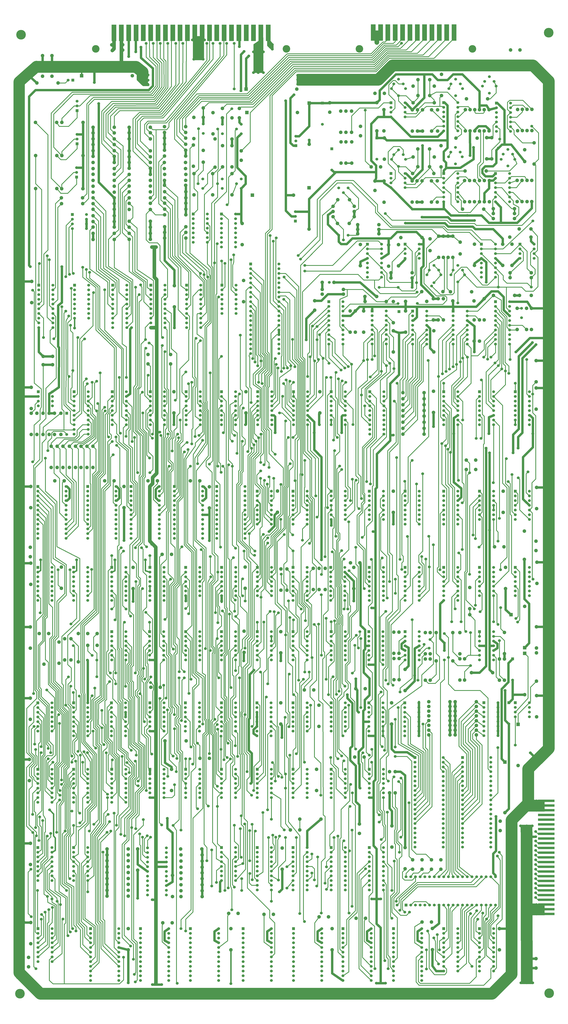
<source format=gbr>
%TF.GenerationSoftware,KiCad,Pcbnew,(6.0.1)*%
%TF.CreationDate,2022-02-08T00:07:30-07:00*%
%TF.ProjectId,atari_gravitar_black_widow,61746172-695f-4677-9261-76697461725f,rev?*%
%TF.SameCoordinates,Original*%
%TF.FileFunction,Copper,L2,Bot*%
%TF.FilePolarity,Positive*%
%FSLAX46Y46*%
G04 Gerber Fmt 4.6, Leading zero omitted, Abs format (unit mm)*
G04 Created by KiCad (PCBNEW (6.0.1)) date 2022-02-08 00:07:30*
%MOMM*%
%LPD*%
G01*
G04 APERTURE LIST*
G04 Aperture macros list*
%AMOutline4P*
0 Free polygon, 4 corners , with rotation*
0 The origin of the aperture is its center*
0 number of corners: always 4*
0 $1 to $8 corner X, Y*
0 $9 Rotation angle, in degrees counterclockwise*
0 create outline with 4 corners*
4,1,4,$1,$2,$3,$4,$5,$6,$7,$8,$1,$2,$9*%
G04 Aperture macros list end*
%TA.AperFunction,ConnectorPad*%
%ADD10Outline4P,-0.635000X-4.445000X0.635000X-4.445000X0.635000X4.445000X-0.635000X4.445000X270.000000*%
%TD*%
%TA.AperFunction,SMDPad,CuDef*%
%ADD11R,2.540000X8.890000*%
%TD*%
%TA.AperFunction,ComponentPad*%
%ADD12C,1.905000*%
%TD*%
%TA.AperFunction,ComponentPad*%
%ADD13R,1.524000X1.524000*%
%TD*%
%TA.AperFunction,ComponentPad*%
%ADD14C,1.524000*%
%TD*%
%TA.AperFunction,ComponentPad*%
%ADD15R,1.905000X1.905000*%
%TD*%
%TA.AperFunction,ComponentPad*%
%ADD16C,4.064000*%
%TD*%
%TA.AperFunction,ComponentPad*%
%ADD17C,5.207000*%
%TD*%
%TA.AperFunction,ViaPad*%
%ADD18C,1.524000*%
%TD*%
%TA.AperFunction,Conductor*%
%ADD19C,0.381000*%
%TD*%
%TA.AperFunction,Conductor*%
%ADD20C,1.270000*%
%TD*%
%TA.AperFunction,Conductor*%
%ADD21C,6.350000*%
%TD*%
%TA.AperFunction,Conductor*%
%ADD22C,2.540000*%
%TD*%
%TA.AperFunction,Conductor*%
%ADD23C,1.905000*%
%TD*%
%TA.AperFunction,Conductor*%
%ADD24C,0.762000*%
%TD*%
%TA.AperFunction,Conductor*%
%ADD25C,6.096000*%
%TD*%
G04 APERTURE END LIST*
D10*
%TO.P,J17,49,+5V*%
%TO.N,+5V*%
X320548000Y-442722000D03*
%TO.P,J17,47,+5V*%
X320548000Y-445262000D03*
%TO.P,J17,45,+5V*%
X320548000Y-447802000D03*
%TO.P,J17,43,NC*%
%TO.N,unconnected-(J17-Pad43)*%
X320548000Y-450342000D03*
%TO.P,J17,41,NC*%
%TO.N,unconnected-(J17-Pad41)*%
X320548000Y-452882000D03*
%TO.P,J17,39,NC*%
%TO.N,unconnected-(J17-Pad39)*%
X320548000Y-455422000D03*
%TO.P,J17,37,NC*%
%TO.N,unconnected-(J17-Pad37)*%
X320548000Y-457962000D03*
%TO.P,J17,35,CAT_STB*%
%TO.N,Net-(J17-Pad35)*%
X320548000Y-460502000D03*
%TO.P,J17,33,PHASE0*%
%TO.N,unconnected-(J17-Pad33)*%
X320548000Y-463042000D03*
%TO.P,J17,31,PHASE2*%
%TO.N,PHI2*%
X320548000Y-465582000D03*
%TO.P,J17,29,D0*%
%TO.N,D0*%
X320548000Y-468122000D03*
%TO.P,J17,27,D2*%
%TO.N,D2*%
X320548000Y-470662000D03*
%TO.P,J17,25,D4*%
%TO.N,D4*%
X320548000Y-473202000D03*
%TO.P,J17,23,D6*%
%TO.N,D6*%
X320548000Y-475742000D03*
%TO.P,J17,21,A12*%
%TO.N,A12*%
X320548000Y-478282000D03*
%TO.P,J17,19,A14*%
%TO.N,A14*%
X320548000Y-480822000D03*
%TO.P,J17,17,A0*%
%TO.N,A0*%
X320548000Y-483362000D03*
%TO.P,J17,15,A2*%
%TO.N,A2*%
X320548000Y-485902000D03*
%TO.P,J17,13,A4*%
%TO.N,A4*%
X320548000Y-488442000D03*
%TO.P,J17,11,A6*%
%TO.N,A6*%
X320548000Y-490982000D03*
%TO.P,J17,9,A8*%
%TO.N,A8*%
X320548000Y-493522000D03*
%TO.P,J17,7,A10*%
%TO.N,A10*%
X320548000Y-496062000D03*
%TO.P,J17,5,GND*%
%TO.N,GND*%
X320548000Y-498602000D03*
%TO.P,J17,3,GND*%
X320548000Y-501142000D03*
%TO.P,J17,1,GND*%
X320548000Y-503682000D03*
%TD*%
D11*
%TO.P,J19,1,GND*%
%TO.N,GND*%
X227177600Y-28702000D03*
%TO.P,J19,2,GND*%
X231140000Y-28702000D03*
%TO.P,J19,3,SHIELDS1*%
%TO.N,SHIELDS1*%
X235102400Y-28702000D03*
%TO.P,J19,4,FIRE1*%
%TO.N,FIRE1*%
X239064800Y-28702000D03*
%TO.P,J19,5,ROT_RIGHT1*%
%TO.N,ROT_RIGHT1*%
X243027200Y-28702000D03*
%TO.P,J19,6,THRUST1*%
%TO.N,THRUST1*%
X246989600Y-28702000D03*
%TO.P,J19,7,RED*%
%TO.N,RED*%
X250952000Y-28702000D03*
%TO.P,J19,8,GREEN*%
%TO.N,GREEN*%
X254914400Y-28702000D03*
%TO.P,J19,9,BLUE*%
%TO.N,BLUE*%
X258876800Y-28702000D03*
%TO.P,J19,10,Z_OUT*%
%TO.N,Z_OUT*%
X262839200Y-28702000D03*
%TO.P,J19,11,AUD2*%
%TO.N,AUD2*%
X266801600Y-28702000D03*
%TO.P,J19,12,AUD1*%
%TO.N,AUD1*%
X270764000Y-28702000D03*
%TD*%
%TO.P,J20,1,GND*%
%TO.N,GND*%
X87350600Y-28829000D03*
%TO.P,J20,2,+5V*%
%TO.N,+5V*%
X91313000Y-28829000D03*
%TO.P,J20,3,+22VDC*%
%TO.N,+24V*%
X95275400Y-28829000D03*
%TO.P,J20,4,-22VDC*%
%TO.N,-24V*%
X99237800Y-28829000D03*
%TO.P,J20,5,NC*%
%TO.N,unconnected-(J20-Pad5)*%
X103200200Y-28829000D03*
%TO.P,J20,6,COIN_CNTRR*%
%TO.N,COIN_CNTRR*%
X107162600Y-28829000D03*
%TO.P,J20,7,PLAYER1_LED*%
%TO.N,PLAYER1_LED*%
X111125000Y-28829000D03*
%TO.P,J20,8,ROT_LEFT2*%
%TO.N,ROT_LEFT2*%
X115087400Y-28829000D03*
%TO.P,J20,9,FIRE2*%
%TO.N,FIRE2*%
X119049800Y-28829000D03*
%TO.P,J20,10,THRUST2*%
%TO.N,THRUST2*%
X123012200Y-28829000D03*
%TO.P,J20,11,START2*%
%TO.N,START2*%
X126974600Y-28829000D03*
%TO.P,J20,12,GND*%
%TO.N,GND*%
X130937000Y-28829000D03*
%TO.P,J20,13,GND*%
X134899400Y-28829000D03*
%TO.P,J20,14,SLAM*%
%TO.N,SLAM*%
X138861800Y-28829000D03*
%TO.P,J20,15,NC*%
%TO.N,unconnected-(J20-Pad15)*%
X142824200Y-28829000D03*
%TO.P,J20,16,COINL*%
%TO.N,COINL*%
X146786600Y-28829000D03*
%TO.P,J20,17,NC*%
%TO.N,unconnected-(J20-Pad17)*%
X150749000Y-28829000D03*
%TO.P,J20,18,+10.3V_UNREG*%
%TO.N,+10V*%
X154711400Y-28829000D03*
%TO.P,J20,19,NC*%
%TO.N,unconnected-(J20-Pad19)*%
X158673800Y-28829000D03*
%TO.P,J20,20,NC*%
%TO.N,unconnected-(J20-Pad20)*%
X162636200Y-28829000D03*
%TO.P,J20,21,+5V*%
%TO.N,+5V*%
X166598600Y-28829000D03*
%TO.P,J20,22,GND*%
%TO.N,GND*%
X170561000Y-28829000D03*
%TD*%
D12*
%TO.P,C114,1*%
%TO.N,COIN_LOCKOUT*%
X59156600Y-112826800D03*
%TO.P,C114,2*%
%TO.N,GND*%
X70586600Y-112826800D03*
%TD*%
%TO.P,R218,1*%
%TO.N,Net-(D/E_11-Pad2)*%
X212471000Y-87630000D03*
%TO.P,R218,2*%
%TO.N,Net-(D/E_11-Pad1)*%
X212471000Y-99060000D03*
%TD*%
%TO.P,R54,1*%
%TO.N,AUD1*%
X297942000Y-351917000D03*
%TO.P,R54,2*%
%TO.N,Net-(B_5-Pad13)*%
X297942000Y-363347000D03*
%TD*%
D13*
%TO.P,A_4,1,GND*%
%TO.N,GND*%
X303784000Y-389763000D03*
D14*
%TO.P,A_4,2,TR*%
X303784000Y-392303000D03*
%TO.P,A_4,3,Q*%
%TO.N,Net-(A_4-Pad3)*%
X303784000Y-394843000D03*
%TO.P,A_4,4,R*%
%TO.N,12KHZ*%
X303784000Y-397383000D03*
%TO.P,A_4,5,CV*%
%TO.N,unconnected-(A_4-Pad5)*%
X311404000Y-397383000D03*
%TO.P,A_4,6,THR*%
%TO.N,GND*%
X311404000Y-394843000D03*
%TO.P,A_4,7,DIS*%
%TO.N,unconnected-(A_4-Pad7)*%
X311404000Y-392303000D03*
%TO.P,A_4,8,VCC*%
%TO.N,Net-(A_4-Pad8)*%
X311404000Y-389763000D03*
%TD*%
D12*
%TO.P,C113,1*%
%TO.N,Net-(C113-Pad1)*%
X214376000Y-118745000D03*
%TO.P,C113,2*%
%TO.N,VCTR*%
X208026000Y-118745000D03*
%TD*%
%TO.P,C47,1*%
%TO.N,+5V*%
X42418000Y-273304000D03*
%TO.P,C47,2*%
%TO.N,GND*%
X42418000Y-284734000D03*
%TD*%
%TO.P,C3,1*%
%TO.N,+5V*%
X150368000Y-511556000D03*
%TO.P,C3,2*%
%TO.N,GND*%
X150368000Y-522986000D03*
%TD*%
%TO.P,R216,1*%
%TO.N,Net-(D/E_12-Pad2)*%
X209677000Y-70993000D03*
%TO.P,R216,2*%
%TO.N,GND*%
X209677000Y-82423000D03*
%TD*%
D13*
%TO.P,K_10,1,C*%
%TO.N,~{DISRST}*%
X145288000Y-126492000D03*
D14*
%TO.P,K_10,2,Q0*%
%TO.N,unconnected-(K_10-Pad2)*%
X145288000Y-129032000D03*
%TO.P,K_10,3,~{Q0}*%
%TO.N,Net-(K_10-Pad3)*%
X145288000Y-131572000D03*
%TO.P,K_10,4,D0*%
%TO.N,DVY2*%
X145288000Y-134112000D03*
%TO.P,K_10,5,D1*%
%TO.N,DVY1*%
X145288000Y-136652000D03*
%TO.P,K_10,6,~{Q1}*%
%TO.N,Net-(K_10-Pad6)*%
X145288000Y-139192000D03*
%TO.P,K_10,7,Q1*%
%TO.N,unconnected-(K_10-Pad7)*%
X145288000Y-141732000D03*
%TO.P,K_10,8,GND*%
%TO.N,GND*%
X145288000Y-144272000D03*
%TO.P,K_10,9,CK*%
%TO.N,~{STATCLK}*%
X152908000Y-144272000D03*
%TO.P,K_10,10,Q2*%
%TO.N,unconnected-(K_10-Pad10)*%
X152908000Y-141732000D03*
%TO.P,K_10,11,~{Q2}*%
%TO.N,Net-(K_10-Pad11)*%
X152908000Y-139192000D03*
%TO.P,K_10,12,D2*%
%TO.N,DVY0*%
X152908000Y-136652000D03*
%TO.P,K_10,13,D3*%
%TO.N,unconnected-(K_10-Pad13)*%
X152908000Y-134112000D03*
%TO.P,K_10,14,~{Q3}*%
%TO.N,unconnected-(K_10-Pad14)*%
X152908000Y-131572000D03*
%TO.P,K_10,15,Q3*%
%TO.N,unconnected-(K_10-Pad15)*%
X152908000Y-129032000D03*
%TO.P,K_10,16,VCC*%
%TO.N,+5V*%
X152908000Y-126492000D03*
%TD*%
%TO.P,R187,1*%
%TO.N,Net-(C127-Pad1)*%
X238252000Y-94488000D03*
%TO.P,R187,2*%
X240792000Y-91948000D03*
%TO.P,R187,3*%
%TO.N,Net-(D/E_11-Pad3)*%
X243332000Y-94488000D03*
%TD*%
D13*
%TO.P,K_7,1,A7*%
%TO.N,AM7*%
X142748000Y-273304000D03*
D14*
%TO.P,K_7,2,A6*%
%TO.N,AM6*%
X142748000Y-275844000D03*
%TO.P,K_7,3,A5*%
%TO.N,AM5*%
X142748000Y-278384000D03*
%TO.P,K_7,4,A4*%
%TO.N,AM4*%
X142748000Y-280924000D03*
%TO.P,K_7,5,A3*%
%TO.N,AM3*%
X142748000Y-283464000D03*
%TO.P,K_7,6,A2*%
%TO.N,AM2*%
X142748000Y-286004000D03*
%TO.P,K_7,7,A1*%
%TO.N,AM1*%
X142748000Y-288544000D03*
%TO.P,K_7,8,A0*%
%TO.N,AM0*%
X142748000Y-291084000D03*
%TO.P,K_7,9,D0*%
%TO.N,DVG0*%
X142748000Y-293624000D03*
%TO.P,K_7,10,D1*%
%TO.N,DVG1*%
X142748000Y-296164000D03*
%TO.P,K_7,11,D2*%
%TO.N,DVG2*%
X142748000Y-298704000D03*
%TO.P,K_7,12,GND*%
%TO.N,GND*%
X142748000Y-301244000D03*
%TO.P,K_7,13,D3*%
%TO.N,DVG3*%
X157988000Y-301244000D03*
%TO.P,K_7,14,D4*%
%TO.N,DVG4*%
X157988000Y-298704000D03*
%TO.P,K_7,15,D5*%
%TO.N,DVG5*%
X157988000Y-296164000D03*
%TO.P,K_7,16,D6*%
%TO.N,DVG6*%
X157988000Y-293624000D03*
%TO.P,K_7,17,D7*%
%TO.N,DVG7*%
X157988000Y-291084000D03*
%TO.P,K_7,18,~{CE}*%
%TO.N,~{VRAM}*%
X157988000Y-288544000D03*
%TO.P,K_7,19,A10*%
%TO.N,AM10*%
X157988000Y-286004000D03*
%TO.P,K_7,20,~{OE}*%
%TO.N,GND*%
X157988000Y-283464000D03*
%TO.P,K_7,21,~{WE}*%
%TO.N,~{VW}*%
X157988000Y-280924000D03*
%TO.P,K_7,22,A9*%
%TO.N,AM9*%
X157988000Y-278384000D03*
%TO.P,K_7,23,A8*%
%TO.N,AM8*%
X157988000Y-275844000D03*
%TO.P,K_7,24,5V0*%
%TO.N,+5V*%
X157988000Y-273304000D03*
%TD*%
D12*
%TO.P,R19,1*%
%TO.N,Net-(C_2-Pad2)*%
X244348000Y-479298000D03*
%TO.P,R19,2*%
%TO.N,+5V*%
X244348000Y-467868000D03*
%TD*%
%TO.P,C21,1*%
%TO.N,+5V*%
X315341000Y-385953000D03*
%TO.P,C21,2*%
%TO.N,GND*%
X315341000Y-397383000D03*
%TD*%
%TO.P,C28,1*%
%TO.N,Net-(C28-Pad1)*%
X238252000Y-363220000D03*
%TO.P,C28,2*%
%TO.N,Net-(C28-Pad2)*%
X238252000Y-351790000D03*
%TD*%
%TO.P,C61,1*%
%TO.N,+5V*%
X42926000Y-162814000D03*
%TO.P,C61,2*%
%TO.N,GND*%
X42926000Y-174244000D03*
%TD*%
%TO.P,C76,1*%
%TO.N,GND*%
X287020000Y-183515000D03*
%TO.P,C76,2*%
%TO.N,-15V*%
X287020000Y-172085000D03*
%TD*%
D14*
%TO.P,R210,1*%
%TO.N,Net-(C132-Pad1)*%
X238252000Y-56388000D03*
%TO.P,R210,2*%
X240792000Y-53848000D03*
%TO.P,R210,3*%
%TO.N,Net-(D/E_12-Pad3)*%
X243332000Y-56388000D03*
%TD*%
%TO.P,Ref\u002A\u002A,1*%
%TO.N,Net-(R211-Pad1)*%
X267970000Y-58928000D03*
%TD*%
D12*
%TO.P,TPR/~{W}1,1*%
%TO.N,R{slash}~{W}*%
X263652000Y-479552000D03*
%TO.P,TPR/~{W}1,2*%
X263652000Y-474472000D03*
%TD*%
%TO.P,R12,1*%
%TO.N,+5V*%
X134874000Y-487934000D03*
%TO.P,R12,2*%
%TO.N,Net-(J_2-Pad1)*%
X123444000Y-487934000D03*
%TD*%
D14*
%TO.P,Ref\u002A\u002A,1*%
%TO.N,GND*%
X203454000Y-163322000D03*
%TD*%
D15*
%TO.P,C16,1*%
%TO.N,Net-(C16-Pad1)*%
X298196000Y-421767000D03*
D12*
%TO.P,C16,2*%
%TO.N,Net-(C16-Pad2)*%
X298196000Y-449072000D03*
%TD*%
D16*
%TO.P,REF\u002A\u002A,1*%
%TO.N,N/C*%
X219710000Y-37465000D03*
%TD*%
D13*
%TO.P,K_2,1,C*%
%TO.N,~{RESET}*%
X145288000Y-467868000D03*
D14*
%TO.P,K_2,2,Q0*%
%TO.N,Net-(K_2-Pad2)*%
X145288000Y-470408000D03*
%TO.P,K_2,3,~{Q0}*%
%TO.N,unconnected-(K_2-Pad3)*%
X145288000Y-472948000D03*
%TO.P,K_2,4,D0*%
%TO.N,DB0*%
X145288000Y-475488000D03*
%TO.P,K_2,5,D1*%
%TO.N,DB3*%
X145288000Y-478028000D03*
%TO.P,K_2,6,~{Q1}*%
%TO.N,unconnected-(K_2-Pad6)*%
X145288000Y-480568000D03*
%TO.P,K_2,7,Q1*%
%TO.N,Net-(K_2-Pad7)*%
X145288000Y-483108000D03*
%TO.P,K_2,8,GND*%
%TO.N,GND*%
X145288000Y-485648000D03*
%TO.P,K_2,9,CK*%
%TO.N,~{EAROMCON}*%
X152908000Y-485648000D03*
%TO.P,K_2,10,Q2*%
%TO.N,Net-(K_2-Pad10)*%
X152908000Y-483108000D03*
%TO.P,K_2,11,~{Q2}*%
%TO.N,unconnected-(K_2-Pad11)*%
X152908000Y-480568000D03*
%TO.P,K_2,12,D2*%
%TO.N,DB1*%
X152908000Y-478028000D03*
%TO.P,K_2,13,D3*%
%TO.N,DB2*%
X152908000Y-475488000D03*
%TO.P,K_2,14,~{Q3}*%
%TO.N,Net-(J_2-Pad1)*%
X152908000Y-472948000D03*
%TO.P,K_2,15,Q3*%
%TO.N,unconnected-(K_2-Pad15)*%
X152908000Y-470408000D03*
%TO.P,K_2,16,VCC*%
%TO.N,+5V*%
X152908000Y-467868000D03*
%TD*%
D12*
%TO.P,R155,1*%
%TO.N,GND*%
X145923000Y-89662000D03*
%TO.P,R155,2*%
%TO.N,Net-(Q7-Pad2)*%
X145923000Y-101092000D03*
%TD*%
%TO.P,R154,1*%
%TO.N,GND*%
X140716000Y-83312000D03*
%TO.P,R154,2*%
%TO.N,GREEN*%
X140716000Y-71882000D03*
%TD*%
%TO.P,R149,1*%
%TO.N,Net-(Q5-Pad3)*%
X130505200Y-116128800D03*
%TO.P,R149,2*%
%TO.N,Net-(L_10-Pad1)*%
X130505200Y-104698800D03*
%TD*%
D13*
%TO.P,E/F_1,1,AB7*%
%TO.N,AB7*%
X210820000Y-511556000D03*
D14*
%TO.P,E/F_1,2,AB6*%
%TO.N,AB6*%
X210820000Y-514096000D03*
%TO.P,E/F_1,3,AB5*%
%TO.N,AB5*%
X210820000Y-516636000D03*
%TO.P,E/F_1,4,AB4*%
%TO.N,AB4*%
X210820000Y-519176000D03*
%TO.P,E/F_1,5,AB3*%
%TO.N,AB3*%
X210820000Y-521716000D03*
%TO.P,E/F_1,6,AB2*%
%TO.N,AB2*%
X210820000Y-524256000D03*
%TO.P,E/F_1,7,AB1*%
%TO.N,AB1*%
X210820000Y-526796000D03*
%TO.P,E/F_1,8,AB0*%
%TO.N,AB0*%
X210820000Y-529336000D03*
%TO.P,E/F_1,9,D0*%
%TO.N,Net-(D_1-Pad9)*%
X210820000Y-531876000D03*
%TO.P,E/F_1,10,D1*%
%TO.N,Net-(D_1-Pad10)*%
X210820000Y-534416000D03*
%TO.P,E/F_1,11,D2*%
%TO.N,Net-(D_1-Pad11)*%
X210820000Y-536956000D03*
%TO.P,E/F_1,12,GND*%
%TO.N,GND*%
X210820000Y-539496000D03*
%TO.P,E/F_1,13,D3*%
%TO.N,Net-(D_1-Pad13)*%
X226060000Y-539496000D03*
%TO.P,E/F_1,14,D4*%
%TO.N,Net-(D_1-Pad14)*%
X226060000Y-536956000D03*
%TO.P,E/F_1,15,D5*%
%TO.N,Net-(D_1-Pad15)*%
X226060000Y-534416000D03*
%TO.P,E/F_1,16,D6*%
%TO.N,Net-(D_1-Pad16)*%
X226060000Y-531876000D03*
%TO.P,E/F_1,17,D7*%
%TO.N,Net-(D_1-Pad17)*%
X226060000Y-529336000D03*
%TO.P,E/F_1,18,AB11*%
%TO.N,AB11*%
X226060000Y-526796000D03*
%TO.P,E/F_1,19,AB10*%
%TO.N,AB10*%
X226060000Y-524256000D03*
%TO.P,E/F_1,20,~{CE}*%
%TO.N,~{ROM1}*%
X226060000Y-521716000D03*
%TO.P,E/F_1,21,VCC*%
%TO.N,+5V*%
X226060000Y-519176000D03*
%TO.P,E/F_1,22,AB9*%
%TO.N,AB9*%
X226060000Y-516636000D03*
%TO.P,E/F_1,23,AB8*%
%TO.N,AB8*%
X226060000Y-514096000D03*
%TO.P,E/F_1,24,VPP*%
%TO.N,+5V*%
X226060000Y-511556000D03*
%TD*%
D12*
%TO.P,R147,1*%
%TO.N,+5V*%
X114554000Y-82550000D03*
%TO.P,R147,2*%
%TO.N,ROT_LEFT1*%
X125984000Y-82550000D03*
%TD*%
D13*
%TO.P,VR2,1,IN*%
%TO.N,+24V*%
X185420000Y-89662000D03*
D14*
%TO.P,VR2,2,GND*%
%TO.N,GND*%
X185420000Y-87122000D03*
%TO.P,VR2,3,OUT*%
%TO.N,+15V*%
X185420000Y-84582000D03*
%TD*%
D12*
%TO.P,TPRESET2,1*%
%TO.N,GND*%
X49123600Y-203149200D03*
%TO.P,TPRESET2,2*%
X54203600Y-203149200D03*
%TD*%
%TO.P,RV1,1*%
%TO.N,Net-(D/E_12-Pad3)*%
X248666000Y-95758000D03*
%TO.P,RV1,2*%
%TO.N,GND*%
X260096000Y-95758000D03*
%TD*%
%TO.P,R202,1*%
%TO.N,GND*%
X279400000Y-81661000D03*
%TO.P,R202,2*%
%TO.N,Net-(C_12-Pad13)*%
X279400000Y-70231000D03*
%TD*%
%TO.P,R95,1*%
%TO.N,GND*%
X309880000Y-177292000D03*
%TO.P,R95,2*%
%TO.N,Net-(A/B_9-Pad15)*%
X309880000Y-188722000D03*
%TD*%
%TO.P,R163,1*%
%TO.N,Net-(C85-Pad2)*%
X230251000Y-134747000D03*
%TO.P,R163,2*%
%TO.N,Net-(Q11-Pad3)*%
X218821000Y-134747000D03*
%TD*%
%TO.P,R105,1*%
%TO.N,Net-(Q3-Pad1)*%
X56515000Y-94996000D03*
%TO.P,R105,2*%
%TO.N,Net-(R105-Pad2)*%
X45085000Y-94996000D03*
%TD*%
%TO.P,C96,1*%
%TO.N,Net-(C96-Pad1)*%
X76073000Y-120904000D03*
%TO.P,C96,2*%
%TO.N,GND*%
X87503000Y-120904000D03*
%TD*%
D13*
%TO.P,N_3,1,S*%
%TO.N,SA*%
X86106000Y-425704000D03*
D14*
%TO.P,N_3,2,A*%
%TO.N,OP2*%
X86106000Y-428244000D03*
%TO.P,N_3,3,B*%
%TO.N,AM6*%
X86106000Y-430784000D03*
%TO.P,N_3,4,Y*%
%TO.N,Net-(N_3-Pad4)*%
X86106000Y-433324000D03*
%TO.P,N_3,5,A*%
%TO.N,OP1*%
X86106000Y-435864000D03*
%TO.P,N_3,6,B*%
%TO.N,AM5*%
X86106000Y-438404000D03*
%TO.P,N_3,7,Y*%
%TO.N,Net-(N_3-Pad7)*%
X86106000Y-440944000D03*
%TO.P,N_3,8,GND*%
%TO.N,GND*%
X86106000Y-443484000D03*
%TO.P,N_3,9,Y*%
%TO.N,Net-(N_3-Pad9)*%
X93726000Y-443484000D03*
%TO.P,N_3,10,B*%
%TO.N,AM4*%
X93726000Y-440944000D03*
%TO.P,N_3,11,A*%
%TO.N,OP0*%
X93726000Y-438404000D03*
%TO.P,N_3,12,Y*%
%TO.N,Net-(N_3-Pad12)*%
X93726000Y-435864000D03*
%TO.P,N_3,13,B*%
%TO.N,AM7*%
X93726000Y-433324000D03*
%TO.P,N_3,14,A*%
%TO.N,Net-(N_3-Pad14)*%
X93726000Y-430784000D03*
%TO.P,N_3,15,G*%
%TO.N,GND*%
X93726000Y-428244000D03*
%TO.P,N_3,16,VCC*%
%TO.N,+5V*%
X93726000Y-425704000D03*
%TD*%
D12*
%TO.P,R80,1*%
%TO.N,Net-(D_9-Pad7)*%
X243205000Y-226060000D03*
%TO.P,R80,2*%
%TO.N,GND*%
X254635000Y-226060000D03*
%TD*%
%TO.P,R86,1*%
%TO.N,GND*%
X237998000Y-173583600D03*
%TO.P,R86,2*%
%TO.N,Net-(E_9-Pad15)*%
X237998000Y-185013600D03*
%TD*%
D15*
%TO.P,C17,1*%
%TO.N,Net-(A_4-Pad8)*%
X305308000Y-401447000D03*
D12*
%TO.P,C17,2*%
%TO.N,GND*%
X305308000Y-423672000D03*
%TD*%
%TO.P,C131,1*%
%TO.N,GND*%
X248285000Y-81788000D03*
%TO.P,C131,2*%
%TO.N,+15V*%
X248285000Y-70358000D03*
%TD*%
%TO.P,TP~{VROM2}1,1*%
%TO.N,~{VROM2}*%
X87376000Y-270256000D03*
%TO.P,TP~{VROM2}1,2*%
X82296000Y-270256000D03*
%TD*%
D13*
%TO.P,J_5,1*%
%TO.N,VGCK*%
X164592000Y-351536000D03*
D14*
%TO.P,J_5,2*%
%TO.N,3MHZ*%
X164592000Y-354076000D03*
%TO.P,J_5,3*%
%TO.N,6MHZ*%
X164592000Y-356616000D03*
%TO.P,J_5,4*%
%TO.N,SCALE*%
X164592000Y-359156000D03*
%TO.P,J_5,5*%
%TO.N,Net-(B_7-Pad12)*%
X164592000Y-361696000D03*
%TO.P,J_5,6*%
%TO.N,Net-(A_6-Pad1)*%
X164592000Y-364236000D03*
%TO.P,J_5,7,GND*%
%TO.N,GND*%
X164592000Y-366776000D03*
%TO.P,J_5,8*%
%TO.N,VCTR*%
X172212000Y-366776000D03*
%TO.P,J_5,9*%
%TO.N,Net-(E_5-Pad10)*%
X172212000Y-364236000D03*
%TO.P,J_5,10*%
%TO.N,Net-(B_6-Pad6)*%
X172212000Y-361696000D03*
%TO.P,J_5,11*%
%TO.N,Net-(B_6-Pad3)*%
X172212000Y-359156000D03*
%TO.P,J_5,12*%
%TO.N,Net-(J_5-Pad12)*%
X172212000Y-356616000D03*
%TO.P,J_5,13*%
X172212000Y-354076000D03*
%TO.P,J_5,14,VCC*%
%TO.N,+5V*%
X172212000Y-351536000D03*
%TD*%
D12*
%TO.P,R118,1*%
%TO.N,+5V*%
X76073000Y-82804000D03*
%TO.P,R118,2*%
%TO.N,THRUST2*%
X87503000Y-82804000D03*
%TD*%
D13*
%TO.P,M/N_7,1,A7*%
%TO.N,AM7*%
X96520000Y-273304000D03*
D14*
%TO.P,M/N_7,2,A6*%
%TO.N,AM6*%
X96520000Y-275844000D03*
%TO.P,M/N_7,3,A5*%
%TO.N,AM5*%
X96520000Y-278384000D03*
%TO.P,M/N_7,4,A4*%
%TO.N,AM4*%
X96520000Y-280924000D03*
%TO.P,M/N_7,5,A3*%
%TO.N,AM3*%
X96520000Y-283464000D03*
%TO.P,M/N_7,6,A2*%
%TO.N,AM2*%
X96520000Y-286004000D03*
%TO.P,M/N_7,7,A1*%
%TO.N,AM1*%
X96520000Y-288544000D03*
%TO.P,M/N_7,8,A0*%
%TO.N,AM0*%
X96520000Y-291084000D03*
%TO.P,M/N_7,9,D0*%
%TO.N,DVG0*%
X96520000Y-293624000D03*
%TO.P,M/N_7,10,D1*%
%TO.N,DVG1*%
X96520000Y-296164000D03*
%TO.P,M/N_7,11,D2*%
%TO.N,DVG2*%
X96520000Y-298704000D03*
%TO.P,M/N_7,12,GND*%
%TO.N,GND*%
X96520000Y-301244000D03*
%TO.P,M/N_7,13,D3*%
%TO.N,DVG3*%
X111760000Y-301244000D03*
%TO.P,M/N_7,14,D4*%
%TO.N,DVG4*%
X111760000Y-298704000D03*
%TO.P,M/N_7,15,D5*%
%TO.N,DVG5*%
X111760000Y-296164000D03*
%TO.P,M/N_7,16,D6*%
%TO.N,DVG6*%
X111760000Y-293624000D03*
%TO.P,M/N_7,17,D7*%
%TO.N,DVG7*%
X111760000Y-291084000D03*
%TO.P,M/N_7,18,A11*%
%TO.N,AM11*%
X111760000Y-288544000D03*
%TO.P,M/N_7,19,A10*%
%TO.N,AM10*%
X111760000Y-286004000D03*
%TO.P,M/N_7,20,CS*%
%TO.N,~{VROM1}*%
X111760000Y-283464000D03*
%TO.P,M/N_7,21,VPP*%
%TO.N,+5V*%
X111760000Y-280924000D03*
%TO.P,M/N_7,22,A9*%
%TO.N,AM9*%
X111760000Y-278384000D03*
%TO.P,M/N_7,23,A8*%
%TO.N,AM8*%
X111760000Y-275844000D03*
%TO.P,M/N_7,24,5V0*%
%TO.N,+5V*%
X111760000Y-273304000D03*
%TD*%
D12*
%TO.P,TP~SA1,1*%
%TO.N,~{SA}*%
X187579000Y-458343000D03*
%TO.P,TP~SA1,2*%
X182499000Y-458343000D03*
%TD*%
%TO.P,C130,1*%
%TO.N,GND*%
X232918000Y-81661000D03*
%TO.P,C130,2*%
%TO.N,-15V*%
X232918000Y-70231000D03*
%TD*%
%TO.P,C106,1*%
%TO.N,Net-(C106-Pad1)*%
X114706400Y-117703600D03*
%TO.P,C106,2*%
%TO.N,GND*%
X126136400Y-117703600D03*
%TD*%
%TO.P,TPCAT_STROBE1,1*%
%TO.N,Net-(J17-Pad35)*%
X295656000Y-453644000D03*
%TO.P,TPCAT_STROBE1,2*%
X295656000Y-458724000D03*
%TD*%
D13*
%TO.P,N/P_1,1,AB7*%
%TO.N,AB7*%
X74676000Y-511556000D03*
D14*
%TO.P,N/P_1,2,AB6*%
%TO.N,AB6*%
X74676000Y-514096000D03*
%TO.P,N/P_1,3,AB5*%
%TO.N,AB5*%
X74676000Y-516636000D03*
%TO.P,N/P_1,4,AB4*%
%TO.N,AB4*%
X74676000Y-519176000D03*
%TO.P,N/P_1,5,AB3*%
%TO.N,AB3*%
X74676000Y-521716000D03*
%TO.P,N/P_1,6,AB2*%
%TO.N,AB2*%
X74676000Y-524256000D03*
%TO.P,N/P_1,7,AB1*%
%TO.N,AB1*%
X74676000Y-526796000D03*
%TO.P,N/P_1,8,AB0*%
%TO.N,AB0*%
X74676000Y-529336000D03*
%TO.P,N/P_1,9,D0*%
%TO.N,DB0*%
X74676000Y-531876000D03*
%TO.P,N/P_1,10,D1*%
%TO.N,DB1*%
X74676000Y-534416000D03*
%TO.P,N/P_1,11,D2*%
%TO.N,DB2*%
X74676000Y-536956000D03*
%TO.P,N/P_1,12,GND*%
%TO.N,GND*%
X74676000Y-539496000D03*
%TO.P,N/P_1,13,D3*%
%TO.N,DB3*%
X89916000Y-539496000D03*
%TO.P,N/P_1,14,D4*%
%TO.N,DB4*%
X89916000Y-536956000D03*
%TO.P,N/P_1,15,D5*%
%TO.N,DB5*%
X89916000Y-534416000D03*
%TO.P,N/P_1,16,D6*%
%TO.N,DB6*%
X89916000Y-531876000D03*
%TO.P,N/P_1,17,D7*%
%TO.N,DB7*%
X89916000Y-529336000D03*
%TO.P,N/P_1,18,CE*%
%TO.N,~{RAM}*%
X89916000Y-526796000D03*
%TO.P,N/P_1,19,AB10*%
%TO.N,Net-(B_6-Pad8)*%
X89916000Y-524256000D03*
%TO.P,N/P_1,20,OE*%
%TO.N,GND*%
X89916000Y-521716000D03*
%TO.P,N/P_1,21,~{WE}*%
%TO.N,~{WRITE}*%
X89916000Y-519176000D03*
%TO.P,N/P_1,22,AB9*%
%TO.N,AB9*%
X89916000Y-516636000D03*
%TO.P,N/P_1,23,AB8*%
%TO.N,AB8*%
X89916000Y-514096000D03*
%TO.P,N/P_1,24,VCC*%
%TO.N,+5V*%
X89916000Y-511556000D03*
%TD*%
D12*
%TO.P,R115,1*%
%TO.N,+5V*%
X76073000Y-92329000D03*
%TO.P,R115,2*%
%TO.N,ROT_RIGHT2*%
X87503000Y-92329000D03*
%TD*%
%TO.P,R2,1*%
%TO.N,+5V*%
X83566000Y-490855000D03*
%TO.P,R2,2*%
%TO.N,Net-(M_2-Pad10)*%
X94996000Y-490855000D03*
%TD*%
%TO.P,C55,1*%
%TO.N,GND*%
X55245000Y-245237000D03*
%TO.P,C55,2*%
%TO.N,+10V*%
X55245000Y-233807000D03*
%TD*%
D13*
%TO.P,N_5,1*%
%TO.N,unconnected-(N_5-Pad1)*%
X86106000Y-351536000D03*
D14*
%TO.P,N_5,2*%
%TO.N,unconnected-(N_5-Pad2)*%
X86106000Y-354076000D03*
%TO.P,N_5,3*%
%TO.N,unconnected-(N_5-Pad3)*%
X86106000Y-356616000D03*
%TO.P,N_5,4*%
%TO.N,Net-(L_3-Pad4)*%
X86106000Y-359156000D03*
%TO.P,N_5,5*%
%TO.N,OP2*%
X86106000Y-361696000D03*
%TO.P,N_5,6*%
%TO.N,~{STROBE2}*%
X86106000Y-364236000D03*
%TO.P,N_5,7,GND*%
%TO.N,GND*%
X86106000Y-366776000D03*
%TO.P,N_5,8*%
%TO.N,HALT\u002A*%
X93726000Y-366776000D03*
%TO.P,N_5,9*%
%TO.N,GO*%
X93726000Y-364236000D03*
%TO.P,N_5,10*%
%TO.N,Net-(N_3-Pad14)*%
X93726000Y-361696000D03*
%TO.P,N_5,11*%
%TO.N,Net-(M_3-Pad10)*%
X93726000Y-359156000D03*
%TO.P,N_5,12*%
%TO.N,Net-(M_3-Pad11)*%
X93726000Y-356616000D03*
%TO.P,N_5,13*%
%TO.N,Net-(C118-Pad1)*%
X93726000Y-354076000D03*
%TO.P,N_5,14,VCC*%
%TO.N,+5V*%
X93726000Y-351536000D03*
%TD*%
D12*
%TO.P,C20,1*%
%TO.N,+5V*%
X237109000Y-389890000D03*
%TO.P,C20,2*%
%TO.N,GND*%
X237109000Y-401320000D03*
%TD*%
%TO.P,R103,1*%
%TO.N,PLAYER1_LED*%
X70358000Y-117729000D03*
%TO.P,R103,2*%
%TO.N,Net-(R103-Pad2)*%
X58928000Y-117729000D03*
%TD*%
%TO.P,R195,1*%
%TO.N,+15V*%
X229108000Y-66421000D03*
%TO.P,R195,2*%
%TO.N,+6V*%
X229108000Y-81661000D03*
%TD*%
D13*
%TO.P,D_7,1,C*%
%TO.N,~{DISRST}*%
X244348000Y-275844000D03*
D14*
%TO.P,D_7,2,Q0*%
%TO.N,Net-(C_7-Pad15)*%
X244348000Y-278384000D03*
%TO.P,D_7,3,~{Q0}*%
%TO.N,unconnected-(D_7-Pad3)*%
X244348000Y-280924000D03*
%TO.P,D_7,4,D0*%
%TO.N,DVY8*%
X244348000Y-283464000D03*
%TO.P,D_7,5,D1*%
%TO.N,DVY10*%
X244348000Y-286004000D03*
%TO.P,D_7,6,~{Q1}*%
%TO.N,unconnected-(D_7-Pad6)*%
X244348000Y-288544000D03*
%TO.P,D_7,7,Q1*%
%TO.N,unconnected-(D_7-Pad7)*%
X244348000Y-291084000D03*
%TO.P,D_7,8,GND*%
%TO.N,GND*%
X244348000Y-293624000D03*
%TO.P,D_7,9,CK*%
%TO.N,~{SCALELD}*%
X251968000Y-293624000D03*
%TO.P,D_7,10,Q2*%
%TO.N,Net-(C_7-Pad10)*%
X251968000Y-291084000D03*
%TO.P,D_7,11,~{Q2}*%
%TO.N,unconnected-(D_7-Pad11)*%
X251968000Y-288544000D03*
%TO.P,D_7,12,D2*%
%TO.N,DVY10*%
X251968000Y-286004000D03*
%TO.P,D_7,13,D3*%
%TO.N,DVY9*%
X251968000Y-283464000D03*
%TO.P,D_7,14,~{Q3}*%
%TO.N,unconnected-(D_7-Pad14)*%
X251968000Y-280924000D03*
%TO.P,D_7,15,Q3*%
%TO.N,Net-(C_7-Pad1)*%
X251968000Y-278384000D03*
%TO.P,D_7,16,VCC*%
%TO.N,+5V*%
X251968000Y-275844000D03*
%TD*%
D12*
%TO.P,C103,1*%
%TO.N,Net-(C103-Pad1)*%
X114655600Y-126847600D03*
%TO.P,C103,2*%
%TO.N,GND*%
X126085600Y-126847600D03*
%TD*%
D13*
%TO.P,CR6,1,K*%
%TO.N,GND*%
X65151000Y-54356000D03*
D14*
%TO.P,CR6,2,A*%
%TO.N,Net-(CR6-Pad2)*%
X62611000Y-54356000D03*
%TD*%
%TO.P,Ref\u002A\u002A,1*%
%TO.N,GND*%
X275209000Y-95631000D03*
%TD*%
D13*
%TO.P,N_4,1,A6*%
%TO.N,Net-(N_3-Pad4)*%
X85979000Y-389890000D03*
D14*
%TO.P,N_4,2,A5*%
%TO.N,Net-(N_3-Pad7)*%
X85979000Y-392430000D03*
%TO.P,N_4,3,A4*%
%TO.N,Net-(N_3-Pad9)*%
X85979000Y-394970000D03*
%TO.P,N_4,4,A3*%
%TO.N,Net-(N_4-Pad4)*%
X85979000Y-397510000D03*
%TO.P,N_4,5,A0*%
%TO.N,Net-(N_4-Pad5)*%
X85979000Y-400050000D03*
%TO.P,N_4,6,A1*%
%TO.N,Net-(N_4-Pad6)*%
X85979000Y-402590000D03*
%TO.P,N_4,7,A2*%
%TO.N,Net-(N_4-Pad7)*%
X85979000Y-405130000D03*
%TO.P,N_4,8,GND*%
%TO.N,GND*%
X85979000Y-407670000D03*
%TO.P,N_4,9,O4*%
%TO.N,Net-(N_4-Pad9)*%
X93599000Y-407670000D03*
%TO.P,N_4,10,O3*%
%TO.N,ST2*%
X93599000Y-405130000D03*
%TO.P,N_4,11,O2*%
%TO.N,ST1*%
X93599000Y-402590000D03*
%TO.P,N_4,12,O1*%
%TO.N,ST0*%
X93599000Y-400050000D03*
%TO.P,N_4,13,CE1*%
%TO.N,GND*%
X93599000Y-397510000D03*
%TO.P,N_4,14,CE2*%
X93599000Y-394970000D03*
%TO.P,N_4,15,A7*%
%TO.N,Net-(N_3-Pad12)*%
X93599000Y-392430000D03*
%TO.P,N_4,16,VCC*%
%TO.N,+5V*%
X93599000Y-389890000D03*
%TD*%
D12*
%TO.P,L1,1,1*%
%TO.N,Net-(C23-Pad2)*%
X68072000Y-352552000D03*
%TO.P,L1,2,2*%
%TO.N,Net-(L1-Pad2)*%
X68072000Y-367792000D03*
%TD*%
%TO.P,C116,1*%
%TO.N,COIN_CNTRL*%
X59182000Y-77089000D03*
%TO.P,C116,2*%
%TO.N,GND*%
X70612000Y-77089000D03*
%TD*%
%TO.P,C125,1*%
%TO.N,GND*%
X312674000Y-108331000D03*
%TO.P,C125,2*%
%TO.N,-15V*%
X312674000Y-119761000D03*
%TD*%
D13*
%TO.P,D_6,1,C*%
%TO.N,PR82*%
X244348000Y-316865000D03*
D14*
%TO.P,D_6,2,Q0*%
%TO.N,DVY12*%
X244348000Y-319405000D03*
%TO.P,D_6,3,~{Q0}*%
%TO.N,~{DVY12}*%
X244348000Y-321945000D03*
%TO.P,D_6,4,D0*%
%TO.N,DVG4*%
X244348000Y-324485000D03*
%TO.P,D_6,5,D1*%
%TO.N,DVG5*%
X244348000Y-327025000D03*
%TO.P,D_6,6,~{Q1}*%
%TO.N,~{OP0}*%
X244348000Y-329565000D03*
%TO.P,D_6,7,Q1*%
%TO.N,OP0*%
X244348000Y-332105000D03*
%TO.P,D_6,8,GND*%
%TO.N,GND*%
X244348000Y-334645000D03*
%TO.P,D_6,9,CK*%
%TO.N,~{LATCH1}*%
X251968000Y-334645000D03*
%TO.P,D_6,10,Q2*%
%TO.N,OP1*%
X251968000Y-332105000D03*
%TO.P,D_6,11,~{Q2}*%
%TO.N,~{OP1}*%
X251968000Y-329565000D03*
%TO.P,D_6,12,D2*%
%TO.N,DVG6*%
X251968000Y-327025000D03*
%TO.P,D_6,13,D3*%
%TO.N,DVG7*%
X251968000Y-324485000D03*
%TO.P,D_6,14,~{Q3}*%
%TO.N,~{OP2}*%
X251968000Y-321945000D03*
%TO.P,D_6,15,Q3*%
%TO.N,OP2*%
X251968000Y-319405000D03*
%TO.P,D_6,16,VCC*%
%TO.N,+5V*%
X251968000Y-316865000D03*
%TD*%
D12*
%TO.P,R70,1*%
%TO.N,Net-(R70-Pad1)*%
X45720000Y-233807000D03*
%TO.P,R70,2*%
%TO.N,Net-(R69-Pad1)*%
X45720000Y-245237000D03*
%TD*%
D13*
%TO.P,Q3,1,B*%
%TO.N,Net-(Q3-Pad1)*%
X67437000Y-88646000D03*
D14*
%TO.P,Q3,2,C*%
%TO.N,COIN_CNTRR*%
X67437000Y-86106000D03*
%TO.P,Q3,3,E*%
%TO.N,GND*%
X67437000Y-83566000D03*
%TD*%
D13*
%TO.P,F_3,1*%
%TO.N,R{slash}~{W}B*%
X204470000Y-425704000D03*
D14*
%TO.P,F_3,2*%
%TO.N,~{R}{slash}WB*%
X204470000Y-428244000D03*
%TO.P,F_3,3*%
%TO.N,unconnected-(F_3-Pad3)*%
X204470000Y-430784000D03*
%TO.P,F_3,4*%
%TO.N,unconnected-(F_3-Pad4)*%
X204470000Y-433324000D03*
%TO.P,F_3,5*%
%TO.N,unconnected-(F_3-Pad5)*%
X204470000Y-435864000D03*
%TO.P,F_3,6*%
%TO.N,unconnected-(F_3-Pad6)*%
X204470000Y-438404000D03*
%TO.P,F_3,7,GND*%
%TO.N,GND*%
X204470000Y-440944000D03*
%TO.P,F_3,8*%
%TO.N,Net-(C_7-Pad11)*%
X212090000Y-440944000D03*
%TO.P,F_3,9*%
%TO.N,Net-(B_7-Pad1)*%
X212090000Y-438404000D03*
%TO.P,F_3,10*%
%TO.N,12MHZ*%
X212090000Y-435864000D03*
%TO.P,F_3,11*%
%TO.N,Net-(C23-Pad2)*%
X212090000Y-433324000D03*
%TO.P,F_3,12*%
%TO.N,~{B\u03A62}*%
X212090000Y-430784000D03*
%TO.P,F_3,13*%
%TO.N,B\u03A62*%
X212090000Y-428244000D03*
%TO.P,F_3,14,VCC*%
%TO.N,+5V*%
X212090000Y-425704000D03*
%TD*%
D12*
%TO.P,C105,1*%
%TO.N,Net-(C105-Pad1)*%
X114706400Y-120650000D03*
%TO.P,C105,2*%
%TO.N,GND*%
X126136400Y-120650000D03*
%TD*%
%TO.P,C51,1*%
%TO.N,+5V*%
X237998000Y-275844000D03*
%TO.P,C51,2*%
%TO.N,GND*%
X237998000Y-287274000D03*
%TD*%
D14*
%TO.P,C77,1*%
%TO.N,GND*%
X307213000Y-182372000D03*
%TO.P,C77,2*%
%TO.N,Net-(C77-Pad2)*%
X307213000Y-177292000D03*
%TD*%
D12*
%TO.P,R63,1*%
%TO.N,+5V*%
X59817000Y-263017000D03*
%TO.P,R63,2*%
%TO.N,DVG5*%
X59817000Y-251587000D03*
%TD*%
%TO.P,R190,1*%
%TO.N,Net-(A/B_12-Pad6)*%
X288417000Y-96774000D03*
%TO.P,R190,2*%
%TO.N,Net-(A/B_12-Pad5)*%
X288417000Y-85344000D03*
%TD*%
D13*
%TO.P,J_7,1,1G*%
%TO.N,Net-(J_7-Pad1)*%
X164592000Y-275844000D03*
D14*
%TO.P,J_7,2,1A*%
%TO.N,AM11*%
X164592000Y-278384000D03*
%TO.P,J_7,3,1B*%
%TO.N,GND*%
X164592000Y-280924000D03*
%TO.P,J_7,4,1Y0*%
%TO.N,~{VRAM}*%
X164592000Y-283464000D03*
%TO.P,J_7,5,1Y1*%
%TO.N,~{VROM0}*%
X164592000Y-286004000D03*
%TO.P,J_7,6,1Y2*%
%TO.N,unconnected-(J_7-Pad6)*%
X164592000Y-288544000D03*
%TO.P,J_7,7,1Y3*%
%TO.N,unconnected-(J_7-Pad7)*%
X164592000Y-291084000D03*
%TO.P,J_7,8,GND*%
%TO.N,GND*%
X164592000Y-293624000D03*
%TO.P,J_7,9,2Y3*%
%TO.N,~{VROM3}*%
X172212000Y-293624000D03*
%TO.P,J_7,10,2Y2*%
%TO.N,~{VROM2}*%
X172212000Y-291084000D03*
%TO.P,J_7,11,2Y1*%
%TO.N,~{VROM1}*%
X172212000Y-288544000D03*
%TO.P,J_7,12,2Y0*%
%TO.N,Net-(J_7-Pad1)*%
X172212000Y-286004000D03*
%TO.P,J_7,13,2B*%
%TO.N,AM13*%
X172212000Y-283464000D03*
%TO.P,J_7,14,2A*%
%TO.N,AM12*%
X172212000Y-280924000D03*
%TO.P,J_7,15,2G*%
%TO.N,GND*%
X172212000Y-278384000D03*
%TO.P,J_7,16,VCC*%
%TO.N,+5V*%
X172212000Y-275844000D03*
%TD*%
D15*
%TO.P,C36,1*%
%TO.N,Net-(A_4-Pad3)*%
X308864000Y-363220000D03*
D12*
%TO.P,C36,2*%
%TO.N,Net-(C36-Pad2)*%
X308864000Y-385445000D03*
%TD*%
%TO.P,R159,1*%
%TO.N,Net-(C112-Pad1)*%
X205486000Y-127889000D03*
%TO.P,R159,2*%
%TO.N,Net-(C112-Pad2)*%
X216916000Y-127889000D03*
%TD*%
%TO.P,R109,1*%
%TO.N,Net-(C96-Pad1)*%
X76073000Y-111506000D03*
%TO.P,R109,2*%
%TO.N,THRUST2*%
X87503000Y-111506000D03*
%TD*%
%TO.P,R34,1*%
%TO.N,Net-(B_3-Pad13)*%
X282829000Y-402082000D03*
%TO.P,R34,2*%
%TO.N,+5V*%
X271399000Y-402082000D03*
%TD*%
%TO.P,R11,1*%
%TO.N,+5V*%
X134874000Y-491109000D03*
%TO.P,R11,2*%
%TO.N,Net-(K_2-Pad2)*%
X123444000Y-491109000D03*
%TD*%
D13*
%TO.P,CR5,1,K*%
%TO.N,GND*%
X204851000Y-91313000D03*
D14*
%TO.P,CR5,2,A*%
%TO.N,-15V*%
X204851000Y-102743000D03*
%TD*%
D13*
%TO.P,K_8,1,S*%
%TO.N,~{VMEM}*%
X145288000Y-222250000D03*
D14*
%TO.P,K_8,2,A*%
%TO.N,AB12*%
X145288000Y-224790000D03*
%TO.P,K_8,3,B*%
%TO.N,AVG12*%
X145288000Y-227330000D03*
%TO.P,K_8,4,Y*%
%TO.N,AM12*%
X145288000Y-229870000D03*
%TO.P,K_8,5,A*%
%TO.N,~{B\u03A62}*%
X145288000Y-232410000D03*
%TO.P,K_8,6,B*%
%TO.N,PR82*%
X145288000Y-234950000D03*
%TO.P,K_8,7,Y*%
%TO.N,~{BUFFEN}*%
X145288000Y-237490000D03*
%TO.P,K_8,8,GND*%
%TO.N,GND*%
X145288000Y-240030000D03*
%TO.P,K_8,9,Y*%
%TO.N,Net-(J_6-Pad13)*%
X152908000Y-240030000D03*
%TO.P,K_8,10,B*%
%TO.N,PR82*%
X152908000Y-237490000D03*
%TO.P,K_8,11,A*%
%TO.N,~{WRITE}*%
X152908000Y-234950000D03*
%TO.P,K_8,12,Y*%
%TO.N,AM11*%
X152908000Y-232410000D03*
%TO.P,K_8,13,B*%
%TO.N,AVG11*%
X152908000Y-229870000D03*
%TO.P,K_8,14,A*%
%TO.N,AB11*%
X152908000Y-227330000D03*
%TO.P,K_8,15,G*%
%TO.N,GND*%
X152908000Y-224790000D03*
%TO.P,K_8,16,VCC*%
%TO.N,+5V*%
X152908000Y-222250000D03*
%TD*%
D12*
%TO.P,R72,1*%
%TO.N,+10V*%
X52324000Y-233807000D03*
%TO.P,R72,2*%
%TO.N,Net-(R69-Pad1)*%
X52324000Y-245237000D03*
%TD*%
%TO.P,C101,1*%
%TO.N,Net-(C101-Pad1)*%
X95504000Y-130352800D03*
%TO.P,C101,2*%
%TO.N,GND*%
X106934000Y-130352800D03*
%TD*%
D13*
%TO.P,R_1,1,B0*%
%TO.N,~{VMEM}*%
X46355000Y-511556000D03*
D14*
%TO.P,R_1,2,B2*%
%TO.N,ROM*%
X46355000Y-514096000D03*
%TO.P,R_1,3,B1*%
%TO.N,~{ROM0}*%
X46355000Y-516636000D03*
%TO.P,R_1,4,B7*%
%TO.N,~{ROM1}*%
X46355000Y-519176000D03*
%TO.P,R_1,5,B4*%
%TO.N,~{ROM2}*%
X46355000Y-521716000D03*
%TO.P,R_1,6,B5*%
%TO.N,~{ROM3}*%
X46355000Y-524256000D03*
%TO.P,R_1,7,B6*%
%TO.N,~{ROM4}*%
X46355000Y-526796000D03*
%TO.P,R_1,8,GND*%
%TO.N,GND*%
X46355000Y-529336000D03*
%TO.P,R_1,9,B7*%
%TO.N,~{ROM5}*%
X53975000Y-529336000D03*
%TO.P,R_1,10,A0*%
%TO.N,AB11*%
X53975000Y-526796000D03*
%TO.P,R_1,11,A1*%
%TO.N,AB12*%
X53975000Y-524256000D03*
%TO.P,R_1,12,A2*%
%TO.N,A13*%
X53975000Y-521716000D03*
%TO.P,R_1,13,A3*%
%TO.N,A14*%
X53975000Y-519176000D03*
%TO.P,R_1,14,A4*%
%TO.N,A15*%
X53975000Y-516636000D03*
%TO.P,R_1,15,E*%
%TO.N,GND*%
X53975000Y-514096000D03*
%TO.P,R_1,16,VCC*%
%TO.N,+5V*%
X53975000Y-511556000D03*
%TD*%
D12*
%TO.P,R44,1*%
%TO.N,Net-(C28-Pad2)*%
X241046000Y-351790000D03*
%TO.P,R44,2*%
%TO.N,Net-(C28-Pad1)*%
X241046000Y-363220000D03*
%TD*%
D13*
%TO.P,N_6,1,C*%
%TO.N,~{OP1}*%
X86106000Y-316865000D03*
D14*
%TO.P,N_6,2,CLK*%
%TO.N,12MHZ*%
X86106000Y-319405000D03*
%TO.P,N_6,3,A*%
%TO.N,Net-(N_6-Pad13)*%
X86106000Y-321945000D03*
%TO.P,N_6,4,B*%
%TO.N,Net-(N_6-Pad12)*%
X86106000Y-324485000D03*
%TO.P,N_6,5,C*%
%TO.N,Net-(N_6-Pad11)*%
X86106000Y-327025000D03*
%TO.P,N_6,6,D*%
%TO.N,Net-(H_5-Pad1)*%
X86106000Y-329565000D03*
%TO.P,N_6,7,EP*%
%TO.N,Net-(L_6-Pad3)*%
X86106000Y-332105000D03*
%TO.P,N_6,8,GND*%
%TO.N,GND*%
X86106000Y-334645000D03*
%TO.P,N_6,9,LD*%
%TO.N,Net-(K_6-Pad10)*%
X93726000Y-334645000D03*
%TO.P,N_6,10,ET*%
%TO.N,PR55*%
X93726000Y-332105000D03*
%TO.P,N_6,11,QD*%
%TO.N,Net-(N_6-Pad11)*%
X93726000Y-329565000D03*
%TO.P,N_6,12,QC*%
%TO.N,Net-(N_6-Pad12)*%
X93726000Y-327025000D03*
%TO.P,N_6,13,QB*%
%TO.N,Net-(N_6-Pad13)*%
X93726000Y-324485000D03*
%TO.P,N_6,14,QA*%
%TO.N,Net-(K_5-Pad6)*%
X93726000Y-321945000D03*
%TO.P,N_6,15,RCO*%
%TO.N,Net-(F_5-Pad4)*%
X93726000Y-319405000D03*
%TO.P,N_6,16,VCC*%
%TO.N,+5V*%
X93726000Y-316865000D03*
%TD*%
%TO.P,Q6,1,E*%
%TO.N,RED*%
X135509000Y-77978000D03*
%TO.P,Q6,2,B*%
%TO.N,Net-(L_10-Pad1)*%
X132969000Y-80518000D03*
%TO.P,Q6,3,C*%
%TO.N,+5V*%
X135509000Y-83058000D03*
%TD*%
D12*
%TO.P,C14,1*%
%TO.N,+5V*%
X196596000Y-425704000D03*
%TO.P,C14,2*%
%TO.N,GND*%
X196596000Y-437134000D03*
%TD*%
%TO.P,R64,1*%
%TO.N,+5V*%
X63246000Y-263017000D03*
%TO.P,R64,2*%
%TO.N,DVG4*%
X63246000Y-251587000D03*
%TD*%
%TO.P,C82,1*%
%TO.N,+15V*%
X235458000Y-143129000D03*
%TO.P,C82,2*%
%TO.N,GND*%
X235458000Y-154559000D03*
%TD*%
%TO.P,C1,1*%
%TO.N,+5V*%
X42418000Y-508254000D03*
%TO.P,C1,2*%
%TO.N,GND*%
X42418000Y-519684000D03*
%TD*%
%TO.P,C112,1*%
%TO.N,Net-(C112-Pad1)*%
X207899000Y-131572000D03*
%TO.P,C112,2*%
%TO.N,Net-(C112-Pad2)*%
X214249000Y-131572000D03*
%TD*%
D13*
%TO.P,R_3,1,S*%
%TO.N,SA*%
X46228000Y-425704000D03*
D14*
%TO.P,R_3,2,A*%
%TO.N,F0*%
X46228000Y-428244000D03*
%TO.P,R_3,3,B*%
%TO.N,AM0*%
X46228000Y-430784000D03*
%TO.P,R_3,4,Y*%
%TO.N,Net-(N_4-Pad5)*%
X46228000Y-433324000D03*
%TO.P,R_3,5,A*%
%TO.N,F1*%
X46228000Y-435864000D03*
%TO.P,R_3,6,B*%
%TO.N,AM1*%
X46228000Y-438404000D03*
%TO.P,R_3,7,Y*%
%TO.N,Net-(N_4-Pad6)*%
X46228000Y-440944000D03*
%TO.P,R_3,8,GND*%
%TO.N,GND*%
X46228000Y-443484000D03*
%TO.P,R_3,9,Y*%
%TO.N,Net-(N_4-Pad7)*%
X53848000Y-443484000D03*
%TO.P,R_3,10,B*%
%TO.N,AM2*%
X53848000Y-440944000D03*
%TO.P,R_3,11,A*%
%TO.N,F2*%
X53848000Y-438404000D03*
%TO.P,R_3,12,Y*%
%TO.N,Net-(N_4-Pad4)*%
X53848000Y-435864000D03*
%TO.P,R_3,13,B*%
%TO.N,AM3*%
X53848000Y-433324000D03*
%TO.P,R_3,14,A*%
%TO.N,F3*%
X53848000Y-430784000D03*
%TO.P,R_3,15,G*%
%TO.N,GND*%
X53848000Y-428244000D03*
%TO.P,R_3,16,VCC*%
%TO.N,+5V*%
X53848000Y-425704000D03*
%TD*%
D13*
%TO.P,C_11,1*%
%TO.N,+6V*%
X265176000Y-104648000D03*
D14*
%TO.P,C_11,2*%
%TO.N,Net-(C_11-Pad2)*%
X265176000Y-107188000D03*
%TO.P,C_11,3*%
%TO.N,Net-(C_11-Pad3)*%
X265176000Y-109728000D03*
%TO.P,C_11,4*%
%TO.N,Net-(C_11-Pad4)*%
X265176000Y-112268000D03*
%TO.P,C_11,5*%
%TO.N,Net-(C_11-Pad5)*%
X265176000Y-114808000D03*
%TO.P,C_11,6*%
%TO.N,Net-(C_11-Pad6)*%
X265176000Y-117348000D03*
%TO.P,C_11,7*%
%TO.N,-15V*%
X265176000Y-119888000D03*
%TO.P,C_11,8*%
%TO.N,Net-(C_11-Pad12)*%
X272796000Y-119888000D03*
%TO.P,C_11,9*%
%TO.N,Net-(C_11-Pad9)*%
X272796000Y-117348000D03*
%TO.P,C_11,10*%
%TO.N,Net-(C_11-Pad10)*%
X272796000Y-114808000D03*
%TO.P,C_11,11*%
%TO.N,Net-(C_11-Pad11)*%
X272796000Y-112268000D03*
%TO.P,C_11,12*%
%TO.N,Net-(C_11-Pad12)*%
X272796000Y-109728000D03*
%TO.P,C_11,13*%
%TO.N,Net-(C_11-Pad13)*%
X272796000Y-107188000D03*
%TO.P,C_11,14*%
%TO.N,Net-(C127-Pad2)*%
X272796000Y-104648000D03*
%TD*%
D12*
%TO.P,R207,1*%
%TO.N,Net-(A/B_12-Pad11)*%
X307594000Y-70104000D03*
%TO.P,R207,2*%
%TO.N,Net-(A/B_12-Pad10)*%
X307594000Y-81534000D03*
%TD*%
%TO.P,C59,1*%
%TO.N,+5V*%
X259715000Y-221996000D03*
%TO.P,C59,2*%
%TO.N,GND*%
X259715000Y-233426000D03*
%TD*%
%TO.P,R161,1*%
%TO.N,Net-(C113-Pad1)*%
X216916000Y-122301000D03*
%TO.P,R161,2*%
%TO.N,VCTR*%
X205486000Y-122301000D03*
%TD*%
%TO.P,R183,1*%
%TO.N,Net-(R183-Pad1)*%
X288163000Y-103251000D03*
%TO.P,R183,2*%
%TO.N,Net-(C_11-Pad3)*%
X276733000Y-103251000D03*
%TD*%
D13*
%TO.P,B_8,1,C*%
%TO.N,~{LATCH1}*%
X284480000Y-222250000D03*
D14*
%TO.P,B_8,2,R*%
%TO.N,PR82*%
X284480000Y-224790000D03*
%TO.P,B_8,3,A*%
%TO.N,DVG3*%
X284480000Y-227330000D03*
%TO.P,B_8,4,B*%
%TO.N,DVG2*%
X284480000Y-229870000D03*
%TO.P,B_8,5,C*%
%TO.N,DVG1*%
X284480000Y-232410000D03*
%TO.P,B_8,6,D*%
%TO.N,DVG0*%
X284480000Y-234950000D03*
%TO.P,B_8,7,L*%
%TO.N,DVX7*%
X284480000Y-237490000D03*
%TO.P,B_8,8,GND*%
%TO.N,GND*%
X284480000Y-240030000D03*
%TO.P,B_8,9,S0*%
%TO.N,Net-(B_8-Pad9)*%
X292100000Y-240030000D03*
%TO.P,B_8,10,S1*%
%TO.N,Net-(B_8-Pad10)*%
X292100000Y-237490000D03*
%TO.P,B_8,11,CK*%
%TO.N,12MHZ*%
X292100000Y-234950000D03*
%TO.P,B_8,12,QD*%
%TO.N,DVX8*%
X292100000Y-232410000D03*
%TO.P,B_8,13,QC*%
%TO.N,DVX9*%
X292100000Y-229870000D03*
%TO.P,B_8,14,QB*%
%TO.N,DVX10*%
X292100000Y-227330000D03*
%TO.P,B_8,15,QA*%
%TO.N,DVX11*%
X292100000Y-224790000D03*
%TO.P,B_8,16,VCC*%
%TO.N,+5V*%
X292100000Y-222250000D03*
%TD*%
D12*
%TO.P,TPYOUT1,1*%
%TO.N,YOUT*%
X233172000Y-61468000D03*
%TO.P,TPYOUT1,2*%
X228092000Y-61468000D03*
%TD*%
%TO.P,R96,1*%
%TO.N,Net-(D_10-Pad2)*%
X236728000Y-160909000D03*
%TO.P,R96,2*%
%TO.N,Net-(C72-Pad1)*%
X248158000Y-160909000D03*
%TD*%
%TO.P,R117,1*%
%TO.N,+5V*%
X76073000Y-85979000D03*
%TO.P,R117,2*%
%TO.N,SHIELDS2*%
X87503000Y-85979000D03*
%TD*%
%TO.P,R24,1*%
%TO.N,Net-(C/D_3-Pad14)*%
X257175000Y-407162000D03*
%TO.P,R24,2*%
%TO.N,+5V*%
X268605000Y-407162000D03*
%TD*%
D15*
%TO.P,C120,1*%
%TO.N,+24V*%
X158623000Y-59182000D03*
D12*
%TO.P,C120,2*%
%TO.N,GND*%
X185928000Y-59182000D03*
%TD*%
%TO.P,C22,1*%
%TO.N,+5V*%
X42164000Y-348996000D03*
%TO.P,C22,2*%
%TO.N,GND*%
X42164000Y-360426000D03*
%TD*%
%TO.P,R17,1*%
%TO.N,+5V*%
X134874000Y-471805000D03*
%TO.P,R17,2*%
%TO.N,Net-(H_2-Pad15)*%
X123444000Y-471805000D03*
%TD*%
%TO.P,C63,1*%
%TO.N,+5V*%
X157226000Y-162306000D03*
%TO.P,C63,2*%
%TO.N,GND*%
X157226000Y-173736000D03*
%TD*%
D13*
%TO.P,E_7,1*%
%TO.N,~{ENORM}*%
X225044000Y-275844000D03*
D14*
%TO.P,E_7,2*%
%TO.N,~{LATCH0}*%
X225044000Y-278384000D03*
%TO.P,E_7,3*%
%TO.N,Net-(E_7-Pad3)*%
X225044000Y-280924000D03*
%TO.P,E_7,4*%
%TO.N,~{LATCH1}*%
X225044000Y-283464000D03*
%TO.P,E_7,5*%
%TO.N,~{ENORM}*%
X225044000Y-286004000D03*
%TO.P,E_7,6*%
%TO.N,Net-(E_7-Pad6)*%
X225044000Y-288544000D03*
%TO.P,E_7,7,GND*%
%TO.N,GND*%
X225044000Y-291084000D03*
%TO.P,E_7,8*%
%TO.N,Net-(B_8-Pad10)*%
X232664000Y-291084000D03*
%TO.P,E_7,9*%
%TO.N,~{LATCH3}*%
X232664000Y-288544000D03*
%TO.P,E_7,10*%
%TO.N,~{ENORM}*%
X232664000Y-286004000D03*
%TO.P,E_7,11*%
%TO.N,Net-(A_8-Pad10)*%
X232664000Y-283464000D03*
%TO.P,E_7,12*%
%TO.N,~{LATCH2}*%
X232664000Y-280924000D03*
%TO.P,E_7,13*%
%TO.N,~{ENORM}*%
X232664000Y-278384000D03*
%TO.P,E_7,14,VCC*%
%TO.N,+5V*%
X232664000Y-275844000D03*
%TD*%
D13*
%TO.P,H_5,1*%
%TO.N,Net-(H_5-Pad1)*%
X183896000Y-351536000D03*
D14*
%TO.P,H_5,2*%
%TO.N,Net-(H_5-Pad2)*%
X183896000Y-354076000D03*
%TO.P,H_5,3*%
%TO.N,unconnected-(H_5-Pad3)*%
X183896000Y-356616000D03*
%TO.P,H_5,4*%
%TO.N,Net-(H_5-Pad4)*%
X183896000Y-359156000D03*
%TO.P,H_5,5*%
%TO.N,Net-(F_5-Pad4)*%
X183896000Y-361696000D03*
%TO.P,H_5,6*%
%TO.N,Net-(H_5-Pad6)*%
X183896000Y-364236000D03*
%TO.P,H_5,7,GND*%
%TO.N,GND*%
X183896000Y-366776000D03*
%TO.P,H_5,8*%
%TO.N,Net-(H_5-Pad8)*%
X191516000Y-366776000D03*
%TO.P,H_5,9*%
%TO.N,Net-(H_5-Pad9)*%
X191516000Y-364236000D03*
%TO.P,H_5,10*%
%TO.N,Net-(H_5-Pad10)*%
X191516000Y-361696000D03*
%TO.P,H_5,11*%
%TO.N,unconnected-(H_5-Pad11)*%
X191516000Y-359156000D03*
%TO.P,H_5,12*%
%TO.N,Net-(H_5-Pad12)*%
X191516000Y-356616000D03*
%TO.P,H_5,13*%
%TO.N,Net-(H_5-Pad13)*%
X191516000Y-354076000D03*
%TO.P,H_5,14,VCC*%
%TO.N,+5V*%
X191516000Y-351536000D03*
%TD*%
D13*
%TO.P,E_9,1*%
%TO.N,-15V*%
X226568000Y-178689000D03*
D14*
%TO.P,E_9,2*%
%TO.N,GND*%
X226568000Y-181229000D03*
%TO.P,E_9,3*%
%TO.N,YBIP*%
X226568000Y-183769000D03*
%TO.P,E_9,4*%
%TO.N,~{DVY12}*%
X226568000Y-186309000D03*
%TO.P,E_9,5*%
%TO.N,DVY11*%
X226568000Y-188849000D03*
%TO.P,E_9,6*%
%TO.N,DVY10*%
X226568000Y-191389000D03*
%TO.P,E_9,7*%
%TO.N,DVY9*%
X226568000Y-193929000D03*
%TO.P,E_9,8*%
%TO.N,DVY8*%
X226568000Y-196469000D03*
%TO.P,E_9,9*%
%TO.N,DVY7*%
X234188000Y-196469000D03*
%TO.P,E_9,10*%
%TO.N,DVY6*%
X234188000Y-193929000D03*
%TO.P,E_9,11*%
%TO.N,DVY5*%
X234188000Y-191389000D03*
%TO.P,E_9,12*%
%TO.N,DVY4*%
X234188000Y-188849000D03*
%TO.P,E_9,13*%
%TO.N,DVY3*%
X234188000Y-186309000D03*
%TO.P,E_9,14*%
%TO.N,+5V*%
X234188000Y-183769000D03*
%TO.P,E_9,15*%
%TO.N,Net-(E_9-Pad15)*%
X234188000Y-181229000D03*
%TO.P,E_9,16*%
%TO.N,YREF*%
X234188000Y-178689000D03*
%TD*%
D12*
%TO.P,R145,1*%
%TO.N,+5V*%
X114554000Y-88900000D03*
%TO.P,R145,2*%
%TO.N,FIRE1*%
X125984000Y-88900000D03*
%TD*%
%TO.P,R38,1*%
%TO.N,Net-(B_3-Pad9)*%
X282829000Y-391795000D03*
%TO.P,R38,2*%
%TO.N,+5V*%
X271399000Y-391795000D03*
%TD*%
D13*
%TO.P,D_5,1*%
%TO.N,Net-(C28-Pad2)*%
X244348000Y-351536000D03*
D14*
%TO.P,D_5,2,-*%
%TO.N,Net-(C28-Pad1)*%
X244348000Y-354076000D03*
%TO.P,D_5,3,+*%
%TO.N,GND*%
X244348000Y-356616000D03*
%TO.P,D_5,4,V+*%
%TO.N,+15V*%
X244348000Y-359156000D03*
%TO.P,D_5,5,+*%
%TO.N,GND*%
X244348000Y-361696000D03*
%TO.P,D_5,6,-*%
%TO.N,Net-(C27-Pad1)*%
X244348000Y-364236000D03*
%TO.P,D_5,7*%
%TO.N,Net-(C27-Pad2)*%
X244348000Y-366776000D03*
%TO.P,D_5,8*%
%TO.N,Net-(C30-Pad1)*%
X251968000Y-366776000D03*
%TO.P,D_5,9,-*%
%TO.N,Net-(B_3-Pad37)*%
X251968000Y-364236000D03*
%TO.P,D_5,10,+*%
%TO.N,Net-(B_5-Pad5)*%
X251968000Y-361696000D03*
%TO.P,D_5,11,V-*%
%TO.N,-15V*%
X251968000Y-359156000D03*
%TO.P,D_5,12,+*%
%TO.N,unconnected-(D_5-Pad12)*%
X251968000Y-356616000D03*
%TO.P,D_5,13,-*%
%TO.N,unconnected-(D_5-Pad13)*%
X251968000Y-354076000D03*
%TO.P,D_5,14*%
%TO.N,unconnected-(D_5-Pad14)*%
X251968000Y-351536000D03*
%TD*%
%TO.P,Ref\u002A\u002A,1*%
%TO.N,Net-(D/E_12-Pad3)*%
X244602000Y-97028000D03*
%TD*%
D12*
%TO.P,R194,1*%
%TO.N,Net-(C_12-Pad9)*%
X271780000Y-85598000D03*
%TO.P,R194,2*%
%TO.N,Net-(E_10-Pad15)*%
X283210000Y-85598000D03*
%TD*%
%TO.P,TP+5V1,1*%
%TO.N,+5V*%
X53848000Y-41148000D03*
%TO.P,TP+5V1,2*%
X48768000Y-41148000D03*
%TD*%
%TO.P,TPRESET1,1*%
%TO.N,Net-(CR3-Pad2)*%
X49123600Y-207670400D03*
%TO.P,TPRESET1,2*%
X54203600Y-207670400D03*
%TD*%
%TO.P,C87,1*%
%TO.N,+15V*%
X297053000Y-154178000D03*
%TO.P,C87,2*%
%TO.N,GND*%
X297053000Y-142748000D03*
%TD*%
%TO.P,R134,1*%
%TO.N,+5V*%
X95504000Y-82677000D03*
%TO.P,R134,2*%
%TO.N,COINL*%
X106934000Y-82677000D03*
%TD*%
D14*
%TO.P,Q10,1,E*%
%TO.N,BLUE*%
X155956000Y-78105000D03*
%TO.P,Q10,2,B*%
%TO.N,Net-(L_10-Pad13)*%
X153416000Y-80645000D03*
%TO.P,Q10,3,C*%
%TO.N,+5V*%
X155956000Y-83185000D03*
%TD*%
D12*
%TO.P,R58,1*%
%TO.N,Net-(Q7-Pad2)*%
X194818000Y-328803000D03*
%TO.P,R58,2*%
%TO.N,Net-(H_6-Pad10)*%
X194818000Y-317373000D03*
%TD*%
D13*
%TO.P,K_9,1*%
%TO.N,INVERTY*%
X145542000Y-164846000D03*
D14*
%TO.P,K_9,2*%
%TO.N,Net-(E_10-Pad1)*%
X145542000Y-167386000D03*
%TO.P,K_9,3*%
%TO.N,unconnected-(K_9-Pad3)*%
X145542000Y-169926000D03*
%TO.P,K_9,4*%
%TO.N,unconnected-(K_9-Pad4)*%
X145542000Y-172466000D03*
%TO.P,K_9,5*%
%TO.N,unconnected-(K_9-Pad5)*%
X145542000Y-175006000D03*
%TO.P,K_9,6*%
%TO.N,unconnected-(K_9-Pad6)*%
X145542000Y-177546000D03*
%TO.P,K_9,7,GND*%
%TO.N,GND*%
X145542000Y-180086000D03*
%TO.P,K_9,8*%
%TO.N,unconnected-(K_9-Pad8)*%
X153162000Y-180086000D03*
%TO.P,K_9,9*%
%TO.N,unconnected-(K_9-Pad9)*%
X153162000Y-177546000D03*
%TO.P,K_9,10*%
%TO.N,unconnected-(K_9-Pad10)*%
X153162000Y-175006000D03*
%TO.P,K_9,11*%
%TO.N,unconnected-(K_9-Pad11)*%
X153162000Y-172466000D03*
%TO.P,K_9,12*%
%TO.N,Net-(B_10-Pad1)*%
X153162000Y-169926000D03*
%TO.P,K_9,13*%
%TO.N,INVERTX*%
X153162000Y-167386000D03*
%TO.P,K_9,14,VCC*%
%TO.N,+5V*%
X153162000Y-164846000D03*
%TD*%
D12*
%TO.P,TP~{VROM1}1,1*%
%TO.N,~{VROM1}*%
X110744000Y-270256000D03*
%TO.P,TP~{VROM1}1,2*%
X105664000Y-270256000D03*
%TD*%
D14*
%TO.P,Q9,1,E*%
%TO.N,Z_OUT*%
X155956000Y-107569000D03*
%TO.P,Q9,2,B*%
%TO.N,Net-(Q5-Pad3)*%
X153416000Y-110109000D03*
%TO.P,Q9,3,C*%
%TO.N,+5V*%
X155956000Y-112649000D03*
%TD*%
D12*
%TO.P,R158,1*%
%TO.N,GND*%
X150977600Y-86106000D03*
%TO.P,R158,2*%
%TO.N,BLUE*%
X150977600Y-74676000D03*
%TD*%
%TO.P,C78,1*%
%TO.N,+5V*%
X312547000Y-177292000D03*
%TO.P,C78,2*%
%TO.N,GND*%
X312547000Y-188722000D03*
%TD*%
D13*
%TO.P,R_9,1,C*%
%TO.N,~{RESET}*%
X46736000Y-164846000D03*
D14*
%TO.P,R_9,2,Q0*%
%TO.N,BANK SEL*%
X46736000Y-167386000D03*
%TO.P,R_9,3,D0*%
%TO.N,DB2*%
X46736000Y-169926000D03*
%TO.P,R_9,4,D1*%
%TO.N,DB0*%
X46736000Y-172466000D03*
%TO.P,R_9,5,Q1*%
%TO.N,Net-(R105-Pad2)*%
X46736000Y-175006000D03*
%TO.P,R_9,6,Q2*%
%TO.N,Net-(R106-Pad2)*%
X46736000Y-177546000D03*
%TO.P,R_9,7,D2*%
%TO.N,DB1*%
X46736000Y-180086000D03*
%TO.P,R_9,8,D3*%
%TO.N,DB3*%
X46736000Y-182626000D03*
%TO.P,R_9,9,Q3*%
%TO.N,Net-(R104-Pad2)*%
X46736000Y-185166000D03*
%TO.P,R_9,10,GND*%
%TO.N,GND*%
X46736000Y-187706000D03*
%TO.P,R_9,11,CK*%
%TO.N,~{LATCH}*%
X54356000Y-187706000D03*
%TO.P,R_9,12,Q4*%
%TO.N,INVERTX*%
X54356000Y-185166000D03*
%TO.P,R_9,13,D4*%
%TO.N,DB6*%
X54356000Y-182626000D03*
%TO.P,R_9,14,D5*%
%TO.N,DB7*%
X54356000Y-180086000D03*
%TO.P,R_9,15,Q5*%
%TO.N,INVERTY*%
X54356000Y-177546000D03*
%TO.P,R_9,16,Q6*%
%TO.N,Net-(R102-Pad2)*%
X54356000Y-175006000D03*
%TO.P,R_9,17,D6*%
%TO.N,DB5*%
X54356000Y-172466000D03*
%TO.P,R_9,18,D7*%
%TO.N,DB4*%
X54356000Y-169926000D03*
%TO.P,R_9,19,Q7*%
%TO.N,Net-(R103-Pad2)*%
X54356000Y-167386000D03*
%TO.P,R_9,20,VCC*%
%TO.N,+5V*%
X54356000Y-164846000D03*
%TD*%
D12*
%TO.P,R59,1*%
%TO.N,Net-(Q7-Pad2)*%
X197993000Y-328803000D03*
%TO.P,R59,2*%
%TO.N,Net-(H_6-Pad15)*%
X197993000Y-317373000D03*
%TD*%
%TO.P,R219,1*%
%TO.N,Net-(D/E_11-Pad2)*%
X209804000Y-87630000D03*
%TO.P,R219,2*%
%TO.N,GND*%
X209804000Y-99060000D03*
%TD*%
%TO.P,C62,1*%
%TO.N,+5V*%
X119888000Y-165100000D03*
%TO.P,C62,2*%
%TO.N,GND*%
X119888000Y-176530000D03*
%TD*%
%TO.P,R153,1*%
%TO.N,+5V*%
X141859000Y-85979000D03*
%TO.P,R153,2*%
%TO.N,Net-(Q5-Pad3)*%
X141859000Y-101219000D03*
%TD*%
D13*
%TO.P,P_3,1,A*%
%TO.N,AB6*%
X65532000Y-425704000D03*
D14*
%TO.P,P_3,2,B*%
%TO.N,AB7*%
X65532000Y-428244000D03*
%TO.P,P_3,3,C*%
%TO.N,AB8*%
X65532000Y-430784000D03*
%TO.P,P_3,4,~{G2A}*%
%TO.N,~{IO}*%
X65532000Y-433324000D03*
%TO.P,P_3,5,~{G2B}*%
%TO.N,~{WRITE}*%
X65532000Y-435864000D03*
%TO.P,P_3,6,G1*%
%TO.N,PR23*%
X65532000Y-438404000D03*
%TO.P,P_3,7,Y7*%
%TO.N,unconnected-(P_3-Pad7)*%
X65532000Y-440944000D03*
%TO.P,P_3,8,GND*%
%TO.N,GND*%
X65532000Y-443484000D03*
%TO.P,P_3,9,Y6*%
%TO.N,~{WDCLR}*%
X73152000Y-443484000D03*
%TO.P,P_3,10,Y5*%
%TO.N,~{EAROMWR}*%
X73152000Y-440944000D03*
%TO.P,P_3,11,Y4*%
%TO.N,~{EAROMCON}*%
X73152000Y-438404000D03*
%TO.P,P_3,12,Y3*%
%TO.N,~{INTACT}*%
X73152000Y-435864000D03*
%TO.P,P_3,13,Y2*%
%TO.N,~{VGRST}*%
X73152000Y-433324000D03*
%TO.P,P_3,14,Y1*%
%TO.N,~{VGGO}*%
X73152000Y-430784000D03*
%TO.P,P_3,15,Y0*%
%TO.N,~{LATCH}*%
X73152000Y-428244000D03*
%TO.P,P_3,16,VCC*%
%TO.N,+5V*%
X73152000Y-425704000D03*
%TD*%
%TO.P,Q8,1,E*%
%TO.N,GREEN*%
X145796000Y-78105000D03*
%TO.P,Q8,2,B*%
%TO.N,Net-(L_10-Pad10)*%
X143256000Y-80645000D03*
%TO.P,Q8,3,C*%
%TO.N,+5V*%
X145796000Y-83185000D03*
%TD*%
D13*
%TO.P,J_4,1,C*%
%TO.N,~{INTACT}*%
X164465000Y-389890000D03*
D14*
%TO.P,J_4,2,CLK*%
%TO.N,3KHZ*%
X164465000Y-392430000D03*
%TO.P,J_4,3,A*%
%TO.N,GND*%
X164465000Y-394970000D03*
%TO.P,J_4,4,B*%
X164465000Y-397510000D03*
%TO.P,J_4,5,C*%
X164465000Y-400050000D03*
%TO.P,J_4,6,D*%
X164465000Y-402590000D03*
%TO.P,J_4,7,EP*%
%TO.N,PR23*%
X164465000Y-405130000D03*
%TO.P,J_4,8,GND*%
%TO.N,GND*%
X164465000Y-407670000D03*
%TO.P,J_4,9,LD*%
%TO.N,PR23*%
X172085000Y-407670000D03*
%TO.P,J_4,10,ET*%
%TO.N,Net-(C_2-Pad4)*%
X172085000Y-405130000D03*
%TO.P,J_4,11,QD*%
%TO.N,Net-(J_4-Pad11)*%
X172085000Y-402590000D03*
%TO.P,J_4,12,QC*%
%TO.N,Net-(J_4-Pad12)*%
X172085000Y-400050000D03*
%TO.P,J_4,13,QB*%
%TO.N,unconnected-(J_4-Pad13)*%
X172085000Y-397510000D03*
%TO.P,J_4,14,QA*%
%TO.N,unconnected-(J_4-Pad14)*%
X172085000Y-394970000D03*
%TO.P,J_4,15,RCO*%
%TO.N,unconnected-(J_4-Pad15)*%
X172085000Y-392430000D03*
%TO.P,J_4,16,VCC*%
%TO.N,+5V*%
X172085000Y-389890000D03*
%TD*%
D13*
%TO.P,A/B_12,1*%
%TO.N,+6V*%
X293674800Y-66700400D03*
D14*
%TO.P,A/B_12,2*%
%TO.N,+15V*%
X293674800Y-69240400D03*
%TO.P,A/B_12,3*%
%TO.N,Net-(A/B_12-Pad13)*%
X293674800Y-71780400D03*
%TO.P,A/B_12,4*%
%TO.N,Net-(A/B_12-Pad4)*%
X293674800Y-74320400D03*
%TO.P,A/B_12,5*%
%TO.N,Net-(A/B_12-Pad5)*%
X293674800Y-76860400D03*
%TO.P,A/B_12,6*%
%TO.N,Net-(A/B_12-Pad6)*%
X293674800Y-79400400D03*
%TO.P,A/B_12,7*%
%TO.N,-15V*%
X293674800Y-81940400D03*
%TO.P,A/B_12,8*%
%TO.N,Net-(A/B_12-Pad12)*%
X301294800Y-81940400D03*
%TO.P,A/B_12,9*%
%TO.N,Net-(A/B_12-Pad4)*%
X301294800Y-79400400D03*
%TO.P,A/B_12,10*%
%TO.N,Net-(A/B_12-Pad10)*%
X301294800Y-76860400D03*
%TO.P,A/B_12,11*%
%TO.N,Net-(A/B_12-Pad11)*%
X301294800Y-74320400D03*
%TO.P,A/B_12,12*%
%TO.N,Net-(A/B_12-Pad12)*%
X301294800Y-71780400D03*
%TO.P,A/B_12,13*%
%TO.N,Net-(A/B_12-Pad13)*%
X301294800Y-69240400D03*
%TO.P,A/B_12,14*%
%TO.N,YCOR*%
X301294800Y-66700400D03*
%TD*%
D12*
%TO.P,C5,1*%
%TO.N,+5V*%
X259080000Y-511429000D03*
%TO.P,C5,2*%
%TO.N,GND*%
X259080000Y-522859000D03*
%TD*%
%TO.P,C2,1*%
%TO.N,+5V*%
X94996000Y-511556000D03*
%TO.P,C2,2*%
%TO.N,GND*%
X94996000Y-522986000D03*
%TD*%
%TO.P,R209,1*%
%TO.N,GND*%
X312801000Y-81534000D03*
%TO.P,R209,2*%
%TO.N,Net-(A/B_12-Pad12)*%
X312801000Y-70104000D03*
%TD*%
%TO.P,C12,1*%
%TO.N,+5V*%
X41656000Y-420370000D03*
%TO.P,C12,2*%
%TO.N,GND*%
X41656000Y-431800000D03*
%TD*%
D13*
%TO.P,L_5,1,~{1CLR}*%
%TO.N,~{VGGO}*%
X125984000Y-351536000D03*
D14*
%TO.P,L_5,2,1D*%
%TO.N,OP0*%
X125984000Y-354076000D03*
%TO.P,L_5,3,1CLK*%
%TO.N,~{STROBE3}*%
X125984000Y-356616000D03*
%TO.P,L_5,4,~{1PRE_}*%
%TO.N,~{DISRST}*%
X125984000Y-359156000D03*
%TO.P,L_5,5,1Q*%
%TO.N,HALT*%
X125984000Y-361696000D03*
%TO.P,L_5,6,~{1Q}*%
%TO.N,Net-(E_5-Pad1)*%
X125984000Y-364236000D03*
%TO.P,L_5,7,GND*%
%TO.N,GND*%
X125984000Y-366776000D03*
%TO.P,L_5,8,~{2Q}*%
%TO.N,unconnected-(L_5-Pad8)*%
X133604000Y-366776000D03*
%TO.P,L_5,9,2Q*%
%TO.N,unconnected-(L_5-Pad9)*%
X133604000Y-364236000D03*
%TO.P,L_5,10,~{1PRE_}*%
%TO.N,unconnected-(L_5-Pad10)*%
X133604000Y-361696000D03*
%TO.P,L_5,11,2CLK*%
%TO.N,unconnected-(L_5-Pad11)*%
X133604000Y-359156000D03*
%TO.P,L_5,12,2D*%
%TO.N,unconnected-(L_5-Pad12)*%
X133604000Y-356616000D03*
%TO.P,L_5,13,~{1CLR}*%
%TO.N,unconnected-(L_5-Pad13)*%
X133604000Y-354076000D03*
%TO.P,L_5,14,VCC*%
%TO.N,+5V*%
X133604000Y-351536000D03*
%TD*%
D13*
%TO.P,C_1,1,OEa*%
%TO.N,GND*%
X265176000Y-511556000D03*
D14*
%TO.P,C_1,2,I0a*%
%TO.N,A0*%
X265176000Y-514096000D03*
%TO.P,C_1,3,O3b*%
%TO.N,AB4*%
X265176000Y-516636000D03*
%TO.P,C_1,4,I1a*%
%TO.N,A1*%
X265176000Y-519176000D03*
%TO.P,C_1,5,O2b*%
%TO.N,AB5*%
X265176000Y-521716000D03*
%TO.P,C_1,6,I2a*%
%TO.N,A2*%
X265176000Y-524256000D03*
%TO.P,C_1,7,O1b*%
%TO.N,AB6*%
X265176000Y-526796000D03*
%TO.P,C_1,8,I3a*%
%TO.N,A3*%
X265176000Y-529336000D03*
%TO.P,C_1,9,O0b*%
%TO.N,AB7*%
X265176000Y-531876000D03*
%TO.P,C_1,10,GND*%
%TO.N,GND*%
X265176000Y-534416000D03*
%TO.P,C_1,11,I0b*%
%TO.N,A7*%
X272796000Y-534416000D03*
%TO.P,C_1,12,O3a*%
%TO.N,AB3*%
X272796000Y-531876000D03*
%TO.P,C_1,13,I1b*%
%TO.N,A6*%
X272796000Y-529336000D03*
%TO.P,C_1,14,O2a*%
%TO.N,AB2*%
X272796000Y-526796000D03*
%TO.P,C_1,15,I2b*%
%TO.N,A5*%
X272796000Y-524256000D03*
%TO.P,C_1,16,O1a*%
%TO.N,AB1*%
X272796000Y-521716000D03*
%TO.P,C_1,17,I3b*%
%TO.N,A4*%
X272796000Y-519176000D03*
%TO.P,C_1,18,O0a*%
%TO.N,AB0*%
X272796000Y-516636000D03*
%TO.P,C_1,19,OEb*%
%TO.N,GND*%
X272796000Y-514096000D03*
%TO.P,C_1,20,VCC*%
%TO.N,+5V*%
X272796000Y-511556000D03*
%TD*%
D12*
%TO.P,R140,1*%
%TO.N,Net-(C107-Pad1)*%
X114655600Y-105105200D03*
%TO.P,R140,2*%
%TO.N,ROT_LEFT1*%
X126085600Y-105105200D03*
%TD*%
%TO.P,C19,1*%
%TO.N,+5V*%
X177292000Y-389890000D03*
%TO.P,C19,2*%
%TO.N,GND*%
X177292000Y-401320000D03*
%TD*%
%TO.P,C67,1*%
%TO.N,GND*%
X217525600Y-190144400D03*
%TO.P,C67,2*%
%TO.N,-15V*%
X217525600Y-178714400D03*
%TD*%
%TO.P,R165,1*%
%TO.N,Net-(R165-Pad1)*%
X262509000Y-149860000D03*
%TO.P,R165,2*%
%TO.N,Net-(C85-Pad2)*%
X262509000Y-138430000D03*
%TD*%
%TO.P,R100,1*%
%TO.N,Net-(A_10-Pad2)*%
X300990000Y-160782000D03*
%TO.P,R100,2*%
%TO.N,Net-(A_10-Pad7)*%
X312420000Y-160782000D03*
%TD*%
D13*
%TO.P,L_8,1,S*%
%TO.N,~{VMEM}*%
X126238000Y-222250000D03*
D14*
%TO.P,L_8,2,A*%
%TO.N,AB4*%
X126238000Y-224790000D03*
%TO.P,L_8,3,B*%
%TO.N,AVG4*%
X126238000Y-227330000D03*
%TO.P,L_8,4,Y*%
%TO.N,AM4*%
X126238000Y-229870000D03*
%TO.P,L_8,5,A*%
%TO.N,AB5*%
X126238000Y-232410000D03*
%TO.P,L_8,6,B*%
%TO.N,AVG5*%
X126238000Y-234950000D03*
%TO.P,L_8,7,Y*%
%TO.N,AM5*%
X126238000Y-237490000D03*
%TO.P,L_8,8,GND*%
%TO.N,GND*%
X126238000Y-240030000D03*
%TO.P,L_8,9,Y*%
%TO.N,AM6*%
X133858000Y-240030000D03*
%TO.P,L_8,10,B*%
%TO.N,AVG6*%
X133858000Y-237490000D03*
%TO.P,L_8,11,A*%
%TO.N,AB6*%
X133858000Y-234950000D03*
%TO.P,L_8,12,Y*%
%TO.N,AM7*%
X133858000Y-232410000D03*
%TO.P,L_8,13,B*%
%TO.N,AVG7*%
X133858000Y-229870000D03*
%TO.P,L_8,14,A*%
%TO.N,AB7*%
X133858000Y-227330000D03*
%TO.P,L_8,15,G*%
%TO.N,GND*%
X133858000Y-224790000D03*
%TO.P,L_8,16,VCC*%
%TO.N,+5V*%
X133858000Y-222250000D03*
%TD*%
D15*
%TO.P,C117,1*%
%TO.N,+5V*%
X69913500Y-51943000D03*
D12*
%TO.P,C117,2*%
%TO.N,GND*%
X97218500Y-51943000D03*
%TD*%
%TO.P,C129,1*%
%TO.N,+6V*%
X308864000Y-98171000D03*
%TO.P,C129,2*%
%TO.N,Net-(A/B_12-Pad6)*%
X308864000Y-91821000D03*
%TD*%
D13*
%TO.P,R_6,1,C*%
%TO.N,PR55*%
X46228000Y-316865000D03*
D14*
%TO.P,R_6,2,CLK*%
%TO.N,12MHZ*%
X46228000Y-319405000D03*
%TO.P,R_6,3,A*%
%TO.N,Net-(R_6-Pad13)*%
X46228000Y-321945000D03*
%TO.P,R_6,4,B*%
%TO.N,Net-(R_6-Pad12)*%
X46228000Y-324485000D03*
%TO.P,R_6,5,C*%
%TO.N,Net-(R_6-Pad11)*%
X46228000Y-327025000D03*
%TO.P,R_6,6,D*%
%TO.N,Net-(P_6-Pad14)*%
X46228000Y-329565000D03*
%TO.P,R_6,7,EP*%
%TO.N,GO*%
X46228000Y-332105000D03*
%TO.P,R_6,8,GND*%
%TO.N,GND*%
X46228000Y-334645000D03*
%TO.P,R_6,9,LD*%
%TO.N,Net-(K_6-Pad10)*%
X53848000Y-334645000D03*
%TO.P,R_6,10,ET*%
%TO.N,GO*%
X53848000Y-332105000D03*
%TO.P,R_6,11,QD*%
%TO.N,Net-(R_6-Pad11)*%
X53848000Y-329565000D03*
%TO.P,R_6,12,QC*%
%TO.N,Net-(R_6-Pad12)*%
X53848000Y-327025000D03*
%TO.P,R_6,13,QB*%
%TO.N,Net-(R_6-Pad13)*%
X53848000Y-324485000D03*
%TO.P,R_6,14,QA*%
%TO.N,unconnected-(R_6-Pad14)*%
X53848000Y-321945000D03*
%TO.P,R_6,15,RCO*%
%TO.N,Net-(F_5-Pad5)*%
X53848000Y-319405000D03*
%TO.P,R_6,16,VCC*%
%TO.N,+5V*%
X53848000Y-316865000D03*
%TD*%
D13*
%TO.P,B_1,1,OEa*%
%TO.N,GND*%
X284480000Y-511556000D03*
D14*
%TO.P,B_1,2,I0a*%
%TO.N,1.5MHZ*%
X284480000Y-514096000D03*
%TO.P,B_1,3,O3b*%
%TO.N,R{slash}~{W}B*%
X284480000Y-516636000D03*
%TO.P,B_1,4,I1a*%
%TO.N,A8*%
X284480000Y-519176000D03*
%TO.P,B_1,5,O2b*%
%TO.N,AB12*%
X284480000Y-521716000D03*
%TO.P,B_1,6,I2a*%
%TO.N,A9*%
X284480000Y-524256000D03*
%TO.P,B_1,7,O1b*%
%TO.N,AB11*%
X284480000Y-526796000D03*
%TO.P,B_1,8,I3a*%
%TO.N,A10*%
X284480000Y-529336000D03*
%TO.P,B_1,9,O0b*%
%TO.N,B\u03A62*%
X284480000Y-531876000D03*
%TO.P,B_1,10,GND*%
%TO.N,GND*%
X284480000Y-534416000D03*
%TO.P,B_1,11,I0b*%
%TO.N,PHI2*%
X292100000Y-534416000D03*
%TO.P,B_1,12,O3a*%
%TO.N,AB10*%
X292100000Y-531876000D03*
%TO.P,B_1,13,I1b*%
%TO.N,A11*%
X292100000Y-529336000D03*
%TO.P,B_1,14,O2a*%
%TO.N,AB9*%
X292100000Y-526796000D03*
%TO.P,B_1,15,I2b*%
%TO.N,A12*%
X292100000Y-524256000D03*
%TO.P,B_1,16,O1a*%
%TO.N,AB8*%
X292100000Y-521716000D03*
%TO.P,B_1,17,I3b*%
%TO.N,R{slash}~{W}*%
X292100000Y-519176000D03*
%TO.P,B_1,18,O0a*%
%TO.N,VGCK*%
X292100000Y-516636000D03*
%TO.P,B_1,19,OEb*%
%TO.N,GND*%
X292100000Y-514096000D03*
%TO.P,B_1,20,VCC*%
%TO.N,+5V*%
X292100000Y-511556000D03*
%TD*%
D13*
%TO.P,K_5,1*%
%TO.N,Net-(J_5-Pad12)*%
X145288000Y-351536000D03*
D14*
%TO.P,K_5,2*%
%TO.N,Net-(K_5-Pad13)*%
X145288000Y-354076000D03*
%TO.P,K_5,3*%
%TO.N,Net-(K_3-Pad9)*%
X145288000Y-356616000D03*
%TO.P,K_5,4*%
%TO.N,Net-(E_3-Pad4)*%
X145288000Y-359156000D03*
%TO.P,K_5,5*%
%TO.N,OP1*%
X145288000Y-361696000D03*
%TO.P,K_5,6*%
%TO.N,Net-(K_5-Pad6)*%
X145288000Y-364236000D03*
%TO.P,K_5,7,GND*%
%TO.N,GND*%
X145288000Y-366776000D03*
%TO.P,K_5,8*%
%TO.N,Net-(K_5-Pad8)*%
X152908000Y-366776000D03*
%TO.P,K_5,9*%
%TO.N,~{OP2}*%
X152908000Y-364236000D03*
%TO.P,K_5,10*%
%TO.N,Net-(E_5-Pad14)*%
X152908000Y-361696000D03*
%TO.P,K_5,11*%
%TO.N,Net-(K_5-Pad11)*%
X152908000Y-359156000D03*
%TO.P,K_5,12*%
%TO.N,Net-(J_5-Pad12)*%
X152908000Y-356616000D03*
%TO.P,K_5,13*%
%TO.N,Net-(K_5-Pad13)*%
X152908000Y-354076000D03*
%TO.P,K_5,14,VCC*%
%TO.N,+5V*%
X152908000Y-351536000D03*
%TD*%
D12*
%TO.P,C43,1*%
%TO.N,+5V*%
X216662000Y-316865000D03*
%TO.P,C43,2*%
%TO.N,GND*%
X216662000Y-328295000D03*
%TD*%
%TO.P,C8,1*%
%TO.N,+5V*%
X100076000Y-468630000D03*
%TO.P,C8,2*%
%TO.N,GND*%
X100076000Y-480060000D03*
%TD*%
%TO.P,R36,1*%
%TO.N,Net-(B_3-Pad11)*%
X282829000Y-396875000D03*
%TO.P,R36,2*%
%TO.N,+5V*%
X271399000Y-396875000D03*
%TD*%
%TO.P,R5,1*%
%TO.N,+5V*%
X83566000Y-481330000D03*
%TO.P,R5,2*%
%TO.N,Net-(M_2-Pad7)*%
X94996000Y-481330000D03*
%TD*%
%TO.P,R23,1*%
%TO.N,PR23*%
X197866000Y-402590000D03*
%TO.P,R23,2*%
%TO.N,+5V*%
X197866000Y-391160000D03*
%TD*%
%TO.P,R4,1*%
%TO.N,+5V*%
X83566000Y-484505000D03*
%TO.P,R4,2*%
%TO.N,Net-(M_2-Pad8)*%
X94996000Y-484505000D03*
%TD*%
%TO.P,TPZOUT1,1*%
%TO.N,Z_OUT*%
X155956000Y-97536000D03*
%TO.P,TPZOUT1,2*%
X155956000Y-92456000D03*
%TD*%
D13*
%TO.P,E_2,1,OEa*%
%TO.N,Net-(E_2-Pad1)*%
X225044000Y-467868000D03*
D14*
%TO.P,E_2,2,I0a*%
%TO.N,Net-(D_1-Pad9)*%
X225044000Y-470408000D03*
%TO.P,E_2,3,O3b*%
%TO.N,D1*%
X225044000Y-472948000D03*
%TO.P,E_2,4,I1a*%
%TO.N,Net-(D_1-Pad11)*%
X225044000Y-475488000D03*
%TO.P,E_2,5,O2b*%
%TO.N,D3*%
X225044000Y-478028000D03*
%TO.P,E_2,6,I2a*%
%TO.N,Net-(D_1-Pad14)*%
X225044000Y-480568000D03*
%TO.P,E_2,7,O1b*%
%TO.N,D5*%
X225044000Y-483108000D03*
%TO.P,E_2,8,I3a*%
%TO.N,Net-(D_1-Pad16)*%
X225044000Y-485648000D03*
%TO.P,E_2,9,O0b*%
%TO.N,D7*%
X225044000Y-488188000D03*
%TO.P,E_2,10,GND*%
%TO.N,GND*%
X225044000Y-490728000D03*
%TO.P,E_2,11,I0b*%
%TO.N,Net-(D_1-Pad17)*%
X232664000Y-490728000D03*
%TO.P,E_2,12,O3a*%
%TO.N,D6*%
X232664000Y-488188000D03*
%TO.P,E_2,13,I1b*%
%TO.N,Net-(D_1-Pad15)*%
X232664000Y-485648000D03*
%TO.P,E_2,14,O2a*%
%TO.N,D4*%
X232664000Y-483108000D03*
%TO.P,E_2,15,I2b*%
%TO.N,Net-(D_1-Pad13)*%
X232664000Y-480568000D03*
%TO.P,E_2,16,O1a*%
%TO.N,D2*%
X232664000Y-478028000D03*
%TO.P,E_2,17,I3b*%
%TO.N,Net-(D_1-Pad10)*%
X232664000Y-475488000D03*
%TO.P,E_2,18,O0a*%
%TO.N,D0*%
X232664000Y-472948000D03*
%TO.P,E_2,19,OEb*%
%TO.N,Net-(E_2-Pad1)*%
X232664000Y-470408000D03*
%TO.P,E_2,20,VCC*%
%TO.N,+5V*%
X232664000Y-467868000D03*
%TD*%
D13*
%TO.P,F_2,1,DIR*%
%TO.N,R{slash}~{W}B*%
X204470000Y-467868000D03*
D14*
%TO.P,F_2,2,A0*%
%TO.N,DB0*%
X204470000Y-470408000D03*
%TO.P,F_2,3,A1*%
%TO.N,DB1*%
X204470000Y-472948000D03*
%TO.P,F_2,4,A2*%
%TO.N,DB2*%
X204470000Y-475488000D03*
%TO.P,F_2,5,A3*%
%TO.N,DB3*%
X204470000Y-478028000D03*
%TO.P,F_2,6,A4*%
%TO.N,DB4*%
X204470000Y-480568000D03*
%TO.P,F_2,7,A5*%
%TO.N,DB5*%
X204470000Y-483108000D03*
%TO.P,F_2,8,A6*%
%TO.N,DB6*%
X204470000Y-485648000D03*
%TO.P,F_2,9,A7*%
%TO.N,DB7*%
X204470000Y-488188000D03*
%TO.P,F_2,10,GND*%
%TO.N,GND*%
X204470000Y-490728000D03*
%TO.P,F_2,11,B7*%
%TO.N,D7*%
X212090000Y-490728000D03*
%TO.P,F_2,12,B6*%
%TO.N,D6*%
X212090000Y-488188000D03*
%TO.P,F_2,13,B5*%
%TO.N,D5*%
X212090000Y-485648000D03*
%TO.P,F_2,14,B4*%
%TO.N,D4*%
X212090000Y-483108000D03*
%TO.P,F_2,15,B3*%
%TO.N,D3*%
X212090000Y-480568000D03*
%TO.P,F_2,16,B2*%
%TO.N,D2*%
X212090000Y-478028000D03*
%TO.P,F_2,17,B1*%
%TO.N,D1*%
X212090000Y-475488000D03*
%TO.P,F_2,18,B0*%
%TO.N,D0*%
X212090000Y-472948000D03*
%TO.P,F_2,19,CE*%
%TO.N,Net-(F_2-Pad19)*%
X212090000Y-470408000D03*
%TO.P,F_2,20,VCC*%
%TO.N,+5V*%
X212090000Y-467868000D03*
%TD*%
D12*
%TO.P,R179,1*%
%TO.N,GND*%
X279146000Y-119888000D03*
%TO.P,R179,2*%
%TO.N,Net-(C_11-Pad13)*%
X279146000Y-108458000D03*
%TD*%
%TO.P,C37,1*%
%TO.N,+5V*%
X315214000Y-348869000D03*
%TO.P,C37,2*%
%TO.N,GND*%
X315214000Y-360299000D03*
%TD*%
%TO.P,R60,1*%
%TO.N,+5V*%
X201295000Y-317373000D03*
%TO.P,R60,2*%
%TO.N,Net-(Q7-Pad2)*%
X201295000Y-328803000D03*
%TD*%
D15*
%TO.P,C121,1*%
%TO.N,+15V*%
X192659000Y-66675000D03*
D12*
%TO.P,C121,2*%
%TO.N,GND*%
X192659000Y-88900000D03*
%TD*%
D14*
%TO.P,M_2,1,D3*%
%TO.N,Net-(H_2-Pad8)*%
X105410000Y-467995000D03*
%TO.P,M_2,2,D7*%
%TO.N,Net-(H_2-Pad2)*%
X105410000Y-470535000D03*
%TO.P,M_2,3,D6*%
%TO.N,Net-(H_2-Pad4)*%
X105410000Y-473075000D03*
%TO.P,M_2,4,D5*%
%TO.N,Net-(H_2-Pad11)*%
X105410000Y-475615000D03*
%TO.P,M_2,5,D4*%
%TO.N,Net-(H_2-Pad6)*%
X105410000Y-478155000D03*
%TO.P,M_2,6,VSS*%
%TO.N,+5V*%
X105410000Y-480695000D03*
%TO.P,M_2,7,A5*%
%TO.N,Net-(M_2-Pad7)*%
X105410000Y-483235000D03*
%TO.P,M_2,8,A4*%
%TO.N,Net-(M_2-Pad8)*%
X105410000Y-485775000D03*
%TO.P,M_2,9,A3*%
%TO.N,Net-(M_2-Pad9)*%
X105410000Y-488315000D03*
%TO.P,M_2,10,A2*%
%TO.N,Net-(M_2-Pad10)*%
X105410000Y-490855000D03*
%TO.P,M_2,11,A1*%
%TO.N,Net-(M_2-Pad11)*%
X105410000Y-493395000D03*
%TO.P,M_2,12,A0*%
%TO.N,Net-(M_2-Pad12)*%
X115570000Y-493395000D03*
%TO.P,M_2,13,CK*%
%TO.N,Net-(K_2-Pad2)*%
X115570000Y-490855000D03*
%TO.P,M_2,14,VEE*%
%TO.N,Net-(C16-Pad2)*%
X115570000Y-488315000D03*
%TO.P,M_2,15,C1*%
%TO.N,Net-(J_2-Pad1)*%
X115570000Y-485775000D03*
%TO.P,M_2,16,C2*%
%TO.N,Net-(K_2-Pad10)*%
X115570000Y-483235000D03*
%TO.P,M_2,17,CS1*%
%TO.N,Net-(K_2-Pad7)*%
X115570000Y-480695000D03*
%TO.P,M_2,18,~{CS2}*%
%TO.N,GND*%
X115570000Y-478155000D03*
%TO.P,M_2,19,VSI*%
X115570000Y-475615000D03*
%TO.P,M_2,20,D0*%
%TO.N,Net-(H_2-Pad13)*%
X115570000Y-473075000D03*
%TO.P,M_2,21,D1*%
%TO.N,Net-(H_2-Pad15)*%
X115570000Y-470535000D03*
%TO.P,M_2,22,D2*%
%TO.N,Net-(H_2-Pad17)*%
X115570000Y-467995000D03*
%TD*%
D12*
%TO.P,C107,1*%
%TO.N,Net-(C107-Pad1)*%
X114706400Y-114427000D03*
%TO.P,C107,2*%
%TO.N,GND*%
X126136400Y-114427000D03*
%TD*%
D13*
%TO.P,F_9,1,B1*%
%TO.N,GND*%
X203200000Y-173736000D03*
D14*
%TO.P,F_9,2,B2*%
%TO.N,~{DVY12}*%
X203200000Y-176276000D03*
%TO.P,F_9,3,B3*%
%TO.N,DVY11*%
X203200000Y-178816000D03*
%TO.P,F_9,4,B4*%
%TO.N,DVY10*%
X203200000Y-181356000D03*
%TO.P,F_9,5,B5*%
%TO.N,DVY9*%
X203200000Y-183896000D03*
%TO.P,F_9,6,B6*%
%TO.N,DVY8*%
X203200000Y-186436000D03*
%TO.P,F_9,7,B7*%
%TO.N,DVY7*%
X203200000Y-188976000D03*
%TO.P,F_9,8,B8*%
%TO.N,DVY6*%
X203200000Y-191516000D03*
%TO.P,F_9,9,B9*%
%TO.N,DVY5*%
X203200000Y-194056000D03*
%TO.P,F_9,10,B10*%
%TO.N,DVY4*%
X203200000Y-196596000D03*
%TO.P,F_9,11,B11*%
%TO.N,DVY3*%
X210820000Y-196596000D03*
%TO.P,F_9,12,B12*%
%TO.N,GND*%
X210820000Y-194056000D03*
%TO.P,F_9,13,GND*%
X210820000Y-191516000D03*
%TO.P,F_9,14,VR+*%
%TO.N,YREF*%
X210820000Y-188976000D03*
%TO.P,F_9,15,VR-*%
%TO.N,Net-(F_9-Pad15)*%
X210820000Y-186436000D03*
%TO.P,F_9,16,C*%
%TO.N,unconnected-(F_9-Pad16)*%
X210820000Y-183896000D03*
%TO.P,F_9,17,V-*%
%TO.N,-15V*%
X210820000Y-181356000D03*
%TO.P,F_9,18,IO*%
%TO.N,YBIP*%
X210820000Y-178816000D03*
%TO.P,F_9,19,~{IO}*%
%TO.N,GND*%
X210820000Y-176276000D03*
%TO.P,F_9,20,VCC*%
%TO.N,+5V*%
X210820000Y-173736000D03*
%TD*%
D13*
%TO.P,M_8,1,S*%
%TO.N,~{VMEM}*%
X106934000Y-222250000D03*
D14*
%TO.P,M_8,2,A*%
%TO.N,~{AB13}*%
X106934000Y-224790000D03*
%TO.P,M_8,3,B*%
%TO.N,AVG13*%
X106934000Y-227330000D03*
%TO.P,M_8,4,Y*%
%TO.N,AM13*%
X106934000Y-229870000D03*
%TO.P,M_8,5,A*%
%TO.N,AB8*%
X106934000Y-232410000D03*
%TO.P,M_8,6,B*%
%TO.N,AVG8*%
X106934000Y-234950000D03*
%TO.P,M_8,7,Y*%
%TO.N,AM8*%
X106934000Y-237490000D03*
%TO.P,M_8,8,GND*%
%TO.N,GND*%
X106934000Y-240030000D03*
%TO.P,M_8,9,Y*%
%TO.N,AM9*%
X114554000Y-240030000D03*
%TO.P,M_8,10,B*%
%TO.N,AVG9*%
X114554000Y-237490000D03*
%TO.P,M_8,11,A*%
%TO.N,AB9*%
X114554000Y-234950000D03*
%TO.P,M_8,12,Y*%
%TO.N,AM10*%
X114554000Y-232410000D03*
%TO.P,M_8,13,B*%
%TO.N,AVG10*%
X114554000Y-229870000D03*
%TO.P,M_8,14,A*%
%TO.N,AB10*%
X114554000Y-227330000D03*
%TO.P,M_8,15,G*%
%TO.N,GND*%
X114554000Y-224790000D03*
%TO.P,M_8,16,VCC*%
%TO.N,+5V*%
X114554000Y-222250000D03*
%TD*%
D12*
%TO.P,C79,1*%
%TO.N,GND*%
X312496200Y-170281600D03*
%TO.P,C79,2*%
%TO.N,Net-(C79-Pad2)*%
X306146200Y-170281600D03*
%TD*%
%TO.P,R169,1*%
%TO.N,Net-(C_11-Pad9)*%
X275336000Y-123825000D03*
%TO.P,R169,2*%
%TO.N,Net-(B_10-Pad15)*%
X286766000Y-123825000D03*
%TD*%
%TO.P,R91,1*%
%TO.N,XREF*%
X280289000Y-168402000D03*
%TO.P,R91,2*%
%TO.N,Net-(R167-Pad1)*%
X268859000Y-168402000D03*
%TD*%
D13*
%TO.P,B_10,1*%
%TO.N,Net-(B_10-Pad1)*%
X285496000Y-142748000D03*
D14*
%TO.P,B_10,2*%
%TO.N,Net-(B_10-Pad15)*%
X285496000Y-145288000D03*
%TO.P,B_10,3*%
%TO.N,Net-(A_10-Pad7)*%
X285496000Y-147828000D03*
%TO.P,B_10,4*%
%TO.N,-15V*%
X285496000Y-150368000D03*
%TO.P,B_10,5*%
%TO.N,GND*%
X285496000Y-152908000D03*
%TO.P,B_10,6*%
%TO.N,unconnected-(B_10-Pad6)*%
X285496000Y-155448000D03*
%TO.P,B_10,7*%
%TO.N,unconnected-(B_10-Pad7)*%
X285496000Y-157988000D03*
%TO.P,B_10,8*%
%TO.N,unconnected-(B_10-Pad8)*%
X285496000Y-160528000D03*
%TO.P,B_10,9*%
%TO.N,~{CENTER}*%
X293116000Y-160528000D03*
%TO.P,B_10,10*%
%TO.N,XBIP*%
X293116000Y-157988000D03*
%TO.P,B_10,11*%
%TO.N,Net-(A_10-Pad7)*%
X293116000Y-155448000D03*
%TO.P,B_10,12*%
%TO.N,unconnected-(B_10-Pad12)*%
X293116000Y-152908000D03*
%TO.P,B_10,13*%
%TO.N,+15V*%
X293116000Y-150368000D03*
%TO.P,B_10,14*%
%TO.N,Net-(A_10-Pad1)*%
X293116000Y-147828000D03*
%TO.P,B_10,15*%
%TO.N,Net-(B_10-Pad15)*%
X293116000Y-145288000D03*
%TO.P,B_10,16*%
%TO.N,INVERTX*%
X293116000Y-142748000D03*
%TD*%
D12*
%TO.P,TPHALT1,1*%
%TO.N,HALT*%
X117856000Y-207264000D03*
%TO.P,TPHALT1,2*%
X117856000Y-202184000D03*
%TD*%
%TO.P,C64,1*%
%TO.N,+5V*%
X211074000Y-169672000D03*
%TO.P,C64,2*%
%TO.N,GND*%
X199644000Y-169672000D03*
%TD*%
%TO.P,R97,1*%
%TO.N,Net-(D_10-Pad1)*%
X248158000Y-158115000D03*
%TO.P,R97,2*%
%TO.N,Net-(D_10-Pad2)*%
X236728000Y-158115000D03*
%TD*%
D14*
%TO.P,R192,1*%
%TO.N,GND*%
X297307000Y-94234000D03*
%TO.P,R192,2*%
X299847000Y-91694000D03*
%TO.P,R192,3*%
%TO.N,Net-(R183-Pad1)*%
X302387000Y-94234000D03*
%TD*%
D13*
%TO.P,H_2,1,OEa*%
%TO.N,~{EAROMRD}*%
X183896000Y-467868000D03*
D14*
%TO.P,H_2,2,I0a*%
%TO.N,Net-(H_2-Pad2)*%
X183896000Y-470408000D03*
%TO.P,H_2,3,O3b*%
%TO.N,DB2*%
X183896000Y-472948000D03*
%TO.P,H_2,4,I1a*%
%TO.N,Net-(H_2-Pad4)*%
X183896000Y-475488000D03*
%TO.P,H_2,5,O2b*%
%TO.N,DB1*%
X183896000Y-478028000D03*
%TO.P,H_2,6,I2a*%
%TO.N,Net-(H_2-Pad6)*%
X183896000Y-480568000D03*
%TO.P,H_2,7,O1b*%
%TO.N,DB0*%
X183896000Y-483108000D03*
%TO.P,H_2,8,I3a*%
%TO.N,Net-(H_2-Pad8)*%
X183896000Y-485648000D03*
%TO.P,H_2,9,O0b*%
%TO.N,DB5*%
X183896000Y-488188000D03*
%TO.P,H_2,10,GND*%
%TO.N,GND*%
X183896000Y-490728000D03*
%TO.P,H_2,11,I0b*%
%TO.N,Net-(H_2-Pad11)*%
X191516000Y-490728000D03*
%TO.P,H_2,12,O3a*%
%TO.N,DB3*%
X191516000Y-488188000D03*
%TO.P,H_2,13,I1b*%
%TO.N,Net-(H_2-Pad13)*%
X191516000Y-485648000D03*
%TO.P,H_2,14,O2a*%
%TO.N,DB4*%
X191516000Y-483108000D03*
%TO.P,H_2,15,I2b*%
%TO.N,Net-(H_2-Pad15)*%
X191516000Y-480568000D03*
%TO.P,H_2,16,O1a*%
%TO.N,DB6*%
X191516000Y-478028000D03*
%TO.P,H_2,17,I3b*%
%TO.N,Net-(H_2-Pad17)*%
X191516000Y-475488000D03*
%TO.P,H_2,18,O0a*%
%TO.N,DB7*%
X191516000Y-472948000D03*
%TO.P,H_2,19,OEb*%
%TO.N,~{EAROMRD}*%
X191516000Y-470408000D03*
%TO.P,H_2,20,VCC*%
%TO.N,+5V*%
X191516000Y-467868000D03*
%TD*%
D13*
%TO.P,Q2,1,B*%
%TO.N,Net-(Q2-Pad1)*%
X67183000Y-106553000D03*
D14*
%TO.P,Q2,2,C*%
%TO.N,COIN_LOCKOUT*%
X67183000Y-104013000D03*
%TO.P,Q2,3,E*%
%TO.N,GND*%
X67183000Y-101473000D03*
%TD*%
D12*
%TO.P,R8,1*%
%TO.N,+5V*%
X83566000Y-471805000D03*
%TO.P,R8,2*%
%TO.N,Net-(H_2-Pad2)*%
X94996000Y-471805000D03*
%TD*%
%TO.P,C41,1*%
%TO.N,+5V*%
X97663000Y-316865000D03*
%TO.P,C41,2*%
%TO.N,GND*%
X97663000Y-328295000D03*
%TD*%
%TO.P,R66,1*%
%TO.N,+5V*%
X69545200Y-262991600D03*
%TO.P,R66,2*%
%TO.N,DVG0*%
X69545200Y-251561600D03*
%TD*%
%TO.P,R126,1*%
%TO.N,Net-(C90-Pad1)*%
X95504000Y-108331000D03*
%TO.P,R126,2*%
%TO.N,CABINET*%
X106934000Y-108331000D03*
%TD*%
D15*
%TO.P,C39,1*%
%TO.N,GND*%
X301498000Y-342392000D03*
D12*
%TO.P,C39,2*%
%TO.N,Net-(B_5-Pad5)*%
X279273000Y-342392000D03*
%TD*%
%TO.P,C89,1*%
%TO.N,GND*%
X300863000Y-138938000D03*
%TO.P,C89,2*%
%TO.N,+15V*%
X312293000Y-138938000D03*
%TD*%
D13*
%TO.P,M_3,1,A*%
%TO.N,VCTR*%
X106680000Y-425704000D03*
D14*
%TO.P,M_3,2,B*%
X106680000Y-428244000D03*
%TO.P,M_3,3,QA*%
%TO.N,unconnected-(M_3-Pad3)*%
X106680000Y-430784000D03*
%TO.P,M_3,4,QB*%
%TO.N,unconnected-(M_3-Pad4)*%
X106680000Y-433324000D03*
%TO.P,M_3,5,QC*%
%TO.N,unconnected-(M_3-Pad5)*%
X106680000Y-435864000D03*
%TO.P,M_3,6,QD*%
%TO.N,unconnected-(M_3-Pad6)*%
X106680000Y-438404000D03*
%TO.P,M_3,7,GND*%
%TO.N,GND*%
X106680000Y-440944000D03*
%TO.P,M_3,8,CLK*%
%TO.N,3MHZ*%
X114300000Y-440944000D03*
%TO.P,M_3,9,C*%
%TO.N,~{DISRST}*%
X114300000Y-438404000D03*
%TO.P,M_3,10,QE*%
%TO.N,Net-(M_3-Pad10)*%
X114300000Y-435864000D03*
%TO.P,M_3,11,QF*%
%TO.N,Net-(M_3-Pad11)*%
X114300000Y-433324000D03*
%TO.P,M_3,12,QG*%
%TO.N,unconnected-(M_3-Pad12)*%
X114300000Y-430784000D03*
%TO.P,M_3,13,QH*%
%TO.N,unconnected-(M_3-Pad13)*%
X114300000Y-428244000D03*
%TO.P,M_3,14,VCC*%
%TO.N,+5V*%
X114300000Y-425704000D03*
%TD*%
%TO.P,R98,1*%
%TO.N,Net-(R165-Pad1)*%
X257429000Y-156718000D03*
%TO.P,R98,2*%
%TO.N,YBIP*%
X259969000Y-154178000D03*
%TO.P,R98,3*%
X262509000Y-156718000D03*
%TD*%
D13*
%TO.P,J_3,1*%
%TO.N,Net-(H_5-Pad8)*%
X164592000Y-425704000D03*
D14*
%TO.P,J_3,2*%
%TO.N,Net-(J_3-Pad2)*%
X164592000Y-428244000D03*
%TO.P,J_3,3*%
%TO.N,AM10*%
X164592000Y-430784000D03*
%TO.P,J_3,4*%
%TO.N,Net-(J_3-Pad4)*%
X164592000Y-433324000D03*
%TO.P,J_3,5*%
%TO.N,unconnected-(J_3-Pad5)*%
X164592000Y-435864000D03*
%TO.P,J_3,6*%
%TO.N,unconnected-(J_3-Pad6)*%
X164592000Y-438404000D03*
%TO.P,J_3,7,GND*%
%TO.N,GND*%
X164592000Y-440944000D03*
%TO.P,J_3,8*%
%TO.N,~{AB13}*%
X172212000Y-440944000D03*
%TO.P,J_3,9*%
%TO.N,A13*%
X172212000Y-438404000D03*
%TO.P,J_3,10*%
%TO.N,unconnected-(J_3-Pad10)*%
X172212000Y-435864000D03*
%TO.P,J_3,11*%
%TO.N,unconnected-(J_3-Pad11)*%
X172212000Y-433324000D03*
%TO.P,J_3,12*%
%TO.N,SA*%
X172212000Y-430784000D03*
%TO.P,J_3,13*%
%TO.N,~{SA}*%
X172212000Y-428244000D03*
%TO.P,J_3,14,VCC*%
%TO.N,+5V*%
X172212000Y-425704000D03*
%TD*%
D12*
%TO.P,R170,1*%
%TO.N,Net-(A/B_11-Pad4)*%
X303403000Y-128905000D03*
%TO.P,R170,2*%
%TO.N,Net-(B_10-Pad15)*%
X291973000Y-128905000D03*
%TD*%
D14*
%TO.P,Ref\u002A\u002A,1*%
%TO.N,Net-(R168-Pad1)*%
X269113000Y-159258000D03*
%TD*%
D13*
%TO.P,F_7,1*%
%TO.N,~{LATCH1}*%
X204470000Y-275844000D03*
D14*
%TO.P,F_7,2*%
%TO.N,Net-(F_7-Pad2)*%
X204470000Y-278384000D03*
%TO.P,F_7,3*%
%TO.N,Net-(CR3-Pad2)*%
X204470000Y-280924000D03*
%TO.P,F_7,4*%
%TO.N,Net-(E_4-Pad14)*%
X204470000Y-283464000D03*
%TO.P,F_7,5*%
X204470000Y-286004000D03*
%TO.P,F_7,6*%
%TO.N,Net-(E_3-Pad2)*%
X204470000Y-288544000D03*
%TO.P,F_7,7,GND*%
%TO.N,GND*%
X204470000Y-291084000D03*
%TO.P,F_7,8*%
%TO.N,Net-(B_8-Pad9)*%
X212090000Y-291084000D03*
%TO.P,F_7,9*%
%TO.N,~{LATCH3}*%
X212090000Y-288544000D03*
%TO.P,F_7,10*%
%TO.N,Net-(A_8-Pad9)*%
X212090000Y-286004000D03*
%TO.P,F_7,11*%
%TO.N,~{LATCH2}*%
X212090000Y-283464000D03*
%TO.P,F_7,12*%
%TO.N,Net-(F_7-Pad12)*%
X212090000Y-280924000D03*
%TO.P,F_7,13*%
%TO.N,~{LATCH0}*%
X212090000Y-278384000D03*
%TO.P,F_7,14,VCC*%
%TO.N,+5V*%
X212090000Y-275844000D03*
%TD*%
D13*
%TO.P,A_8,1,C*%
%TO.N,~{LATCH1}*%
X303784000Y-222250000D03*
D14*
%TO.P,A_8,2,R*%
%TO.N,PR82*%
X303784000Y-224790000D03*
%TO.P,A_8,3,A*%
%TO.N,DVG3*%
X303784000Y-227330000D03*
%TO.P,A_8,4,B*%
%TO.N,DVG2*%
X303784000Y-229870000D03*
%TO.P,A_8,5,C*%
%TO.N,DVG1*%
X303784000Y-232410000D03*
%TO.P,A_8,6,D*%
%TO.N,DVG0*%
X303784000Y-234950000D03*
%TO.P,A_8,7,L*%
%TO.N,GND*%
X303784000Y-237490000D03*
%TO.P,A_8,8,GND*%
X303784000Y-240030000D03*
%TO.P,A_8,9,S0*%
%TO.N,Net-(A_8-Pad9)*%
X311404000Y-240030000D03*
%TO.P,A_8,10,S1*%
%TO.N,Net-(A_8-Pad10)*%
X311404000Y-237490000D03*
%TO.P,A_8,11,CK*%
%TO.N,12MHZ*%
X311404000Y-234950000D03*
%TO.P,A_8,12,QD*%
%TO.N,unconnected-(A_8-Pad12)*%
X311404000Y-232410000D03*
%TO.P,A_8,13,QC*%
%TO.N,unconnected-(A_8-Pad13)*%
X311404000Y-229870000D03*
%TO.P,A_8,14,QB*%
%TO.N,unconnected-(A_8-Pad14)*%
X311404000Y-227330000D03*
%TO.P,A_8,15,QA*%
%TO.N,DVX3*%
X311404000Y-224790000D03*
%TO.P,A_8,16,VCC*%
%TO.N,+5V*%
X311404000Y-222250000D03*
%TD*%
D12*
%TO.P,C18,1*%
%TO.N,+5V*%
X42164000Y-387350000D03*
%TO.P,C18,2*%
%TO.N,GND*%
X42164000Y-398780000D03*
%TD*%
%TO.P,R133,1*%
%TO.N,+5V*%
X95504000Y-85979000D03*
%TO.P,R133,2*%
%TO.N,SELF_TEST*%
X106934000Y-85979000D03*
%TD*%
%TO.P,L3,1,1*%
%TO.N,Net-(C16-Pad1)*%
X308737000Y-312547000D03*
%TO.P,L3,2,2*%
%TO.N,-15V*%
X308737000Y-297307000D03*
%TD*%
%TO.P,TP+15V1,1*%
%TO.N,+15V*%
X203708000Y-71628000D03*
%TO.P,TP+15V1,2*%
X203708000Y-66548000D03*
%TD*%
%TO.P,C137,1*%
%TO.N,GND*%
X305943000Y-134493000D03*
%TO.P,C137,2*%
%TO.N,XBIP*%
X312293000Y-134493000D03*
%TD*%
%TO.P,C128,1*%
%TO.N,Net-(C127-Pad1)*%
X251206000Y-91440000D03*
%TO.P,C128,2*%
%TO.N,Net-(C127-Pad2)*%
X257556000Y-91440000D03*
%TD*%
D13*
%TO.P,D/E_12,1*%
%TO.N,Net-(D/E_12-Pad1)*%
X236728000Y-66548000D03*
D14*
%TO.P,D/E_12,2,-*%
%TO.N,Net-(D/E_12-Pad2)*%
X236728000Y-69088000D03*
%TO.P,D/E_12,3,+*%
%TO.N,Net-(D/E_12-Pad3)*%
X236728000Y-71628000D03*
%TO.P,D/E_12,4,VSS*%
%TO.N,-15V*%
X236728000Y-74168000D03*
%TO.P,D/E_12,5,+*%
%TO.N,Net-(C_12-Pad2)*%
X244348000Y-74168000D03*
%TO.P,D/E_12,6,-*%
%TO.N,Net-(C132-Pad2)*%
X244348000Y-71628000D03*
%TO.P,D/E_12,7*%
%TO.N,Net-(C132-Pad1)*%
X244348000Y-69088000D03*
%TO.P,D/E_12,8,VCC*%
%TO.N,+15V*%
X244348000Y-66548000D03*
%TD*%
%TO.P,Q12,1,E*%
%TO.N,GND*%
X208534000Y-112425000D03*
%TO.P,Q12,2,B*%
%TO.N,Net-(C113-Pad1)*%
X211074000Y-114965000D03*
%TO.P,Q12,3,C*%
%TO.N,Net-(C112-Pad2)*%
X213614000Y-112425000D03*
%TD*%
D17*
%TO.P,REF\u002A\u002A,1*%
%TO.N,N/C*%
X321868800Y-28727400D03*
%TD*%
D12*
%TO.P,R39,1*%
%TO.N,Net-(B_3-Pad8)*%
X282829000Y-389255000D03*
%TO.P,R39,2*%
%TO.N,+5V*%
X271399000Y-389255000D03*
%TD*%
D13*
%TO.P,L_6,1*%
%TO.N,Net-(F_5-Pad3)*%
X125984000Y-316865000D03*
D14*
%TO.P,L_6,2*%
%TO.N,Net-(F_5-Pad5)*%
X125984000Y-319405000D03*
%TO.P,L_6,3*%
%TO.N,Net-(L_6-Pad3)*%
X125984000Y-321945000D03*
%TO.P,L_6,4*%
%TO.N,Net-(E_5-Pad1)*%
X125984000Y-324485000D03*
%TO.P,L_6,5*%
%TO.N,Net-(E_5-Pad9)*%
X125984000Y-327025000D03*
%TO.P,L_6,6*%
%TO.N,~{CENTER}*%
X125984000Y-329565000D03*
%TO.P,L_6,7,GND*%
%TO.N,GND*%
X125984000Y-332105000D03*
%TO.P,L_6,8*%
%TO.N,unconnected-(L_6-Pad8)*%
X133604000Y-332105000D03*
%TO.P,L_6,9*%
%TO.N,unconnected-(L_6-Pad9)*%
X133604000Y-329565000D03*
%TO.P,L_6,10*%
%TO.N,unconnected-(L_6-Pad10)*%
X133604000Y-327025000D03*
%TO.P,L_6,11*%
%TO.N,~{DISRST}*%
X133604000Y-324485000D03*
%TO.P,L_6,12*%
%TO.N,~{VGRST}*%
X133604000Y-321945000D03*
%TO.P,L_6,13*%
%TO.N,~{RESET}*%
X133604000Y-319405000D03*
%TO.P,L_6,14,VCC*%
%TO.N,+5V*%
X133604000Y-316865000D03*
%TD*%
D12*
%TO.P,C25,1*%
%TO.N,+5V*%
X157480000Y-351282000D03*
%TO.P,C25,2*%
%TO.N,GND*%
X157480000Y-362712000D03*
%TD*%
%TO.P,C69,1*%
%TO.N,GND*%
X238023400Y-189357000D03*
%TO.P,C69,2*%
%TO.N,+5V*%
X238023400Y-200787000D03*
%TD*%
%TO.P,C92,1*%
%TO.N,Net-(C92-Pad1)*%
X76073000Y-133477000D03*
%TO.P,C92,2*%
%TO.N,GND*%
X87503000Y-133477000D03*
%TD*%
%TO.P,Y1,1,1*%
%TO.N,Net-(C23-Pad1)*%
X52070000Y-352552000D03*
%TO.P,Y1,2,2*%
%TO.N,GND*%
X46990000Y-352552000D03*
%TO.P,Y1,3*%
%TO.N,unconnected-(Y1-Pad3)*%
X49530000Y-369062000D03*
%TD*%
D13*
%TO.P,H_6,1,C*%
%TO.N,~{SA}*%
X183896000Y-316865000D03*
D14*
%TO.P,H_6,2,Q0*%
%TO.N,Net-(H_6-Pad2)*%
X183896000Y-319405000D03*
%TO.P,H_6,3,~{Q0}*%
%TO.N,Net-(H_5-Pad10)*%
X183896000Y-321945000D03*
%TO.P,H_6,4,D0*%
%TO.N,Net-(F_6-Pad12)*%
X183896000Y-324485000D03*
%TO.P,H_6,5,D1*%
%TO.N,Net-(F_6-Pad9)*%
X183896000Y-327025000D03*
%TO.P,H_6,6,~{Q1}*%
%TO.N,Net-(H_5-Pad9)*%
X183896000Y-329565000D03*
%TO.P,H_6,7,Q1*%
%TO.N,Net-(H_6-Pad7)*%
X183896000Y-332105000D03*
%TO.P,H_6,8,GND*%
%TO.N,GND*%
X183896000Y-334645000D03*
%TO.P,H_6,9,CK*%
%TO.N,VCTR*%
X191516000Y-334645000D03*
%TO.P,H_6,10,Q2*%
%TO.N,Net-(H_6-Pad10)*%
X191516000Y-332105000D03*
%TO.P,H_6,11,~{Q2}*%
%TO.N,Net-(H_5-Pad13)*%
X191516000Y-329565000D03*
%TO.P,H_6,12,D2*%
%TO.N,Net-(F_6-Pad7)*%
X191516000Y-327025000D03*
%TO.P,H_6,13,D3*%
%TO.N,Net-(F_6-Pad4)*%
X191516000Y-324485000D03*
%TO.P,H_6,14,~{Q3}*%
%TO.N,Net-(H_5-Pad12)*%
X191516000Y-321945000D03*
%TO.P,H_6,15,Q3*%
%TO.N,Net-(H_6-Pad15)*%
X191516000Y-319405000D03*
%TO.P,H_6,16,VCC*%
%TO.N,+5V*%
X191516000Y-316865000D03*
%TD*%
D13*
%TO.P,K_6,1*%
%TO.N,unconnected-(K_6-Pad1)*%
X145415000Y-316865000D03*
D14*
%TO.P,K_6,2*%
%TO.N,unconnected-(K_6-Pad2)*%
X145415000Y-319405000D03*
%TO.P,K_6,3*%
%TO.N,unconnected-(K_6-Pad3)*%
X145415000Y-321945000D03*
%TO.P,K_6,4*%
%TO.N,Net-(K_3-Pad12)*%
X145415000Y-324485000D03*
%TO.P,K_6,5*%
%TO.N,VGCK*%
X145415000Y-327025000D03*
%TO.P,K_6,6*%
%TO.N,3MHZ*%
X145415000Y-329565000D03*
%TO.P,K_6,7,GND*%
%TO.N,GND*%
X145415000Y-332105000D03*
%TO.P,K_6,8*%
%TO.N,NORM*%
X153035000Y-332105000D03*
%TO.P,K_6,9*%
%TO.N,SCALE*%
X153035000Y-329565000D03*
%TO.P,K_6,10*%
%TO.N,Net-(K_6-Pad10)*%
X153035000Y-327025000D03*
%TO.P,K_6,11*%
%TO.N,unconnected-(K_6-Pad11)*%
X153035000Y-324485000D03*
%TO.P,K_6,12*%
%TO.N,unconnected-(K_6-Pad12)*%
X153035000Y-321945000D03*
%TO.P,K_6,13*%
%TO.N,unconnected-(K_6-Pad13)*%
X153035000Y-319405000D03*
%TO.P,K_6,14,VCC*%
%TO.N,+5V*%
X153035000Y-316865000D03*
%TD*%
%TO.P,Ref\u002A\u002A,1*%
%TO.N,GND*%
X271526000Y-99441000D03*
%TD*%
D12*
%TO.P,C27,1*%
%TO.N,Net-(C27-Pad1)*%
X238379000Y-366014000D03*
%TO.P,C27,2*%
%TO.N,Net-(C27-Pad2)*%
X238379000Y-377444000D03*
%TD*%
%TO.P,R10,1*%
%TO.N,+5V*%
X134874000Y-494284000D03*
%TO.P,R10,2*%
%TO.N,Net-(M_2-Pad12)*%
X123444000Y-494284000D03*
%TD*%
%TO.P,R14,1*%
%TO.N,+5V*%
X134874000Y-481457000D03*
%TO.P,R14,2*%
%TO.N,Net-(K_2-Pad7)*%
X123444000Y-481457000D03*
%TD*%
%TO.P,R3,1*%
%TO.N,+5V*%
X83566000Y-487680000D03*
%TO.P,R3,2*%
%TO.N,Net-(M_2-Pad9)*%
X94996000Y-487680000D03*
%TD*%
D13*
%TO.P,B_3,1,GND*%
%TO.N,GND*%
X275336000Y-419354000D03*
D14*
%TO.P,B_3,2,D3*%
%TO.N,D3*%
X275336000Y-421894000D03*
%TO.P,B_3,3,D4*%
%TO.N,D4*%
X275336000Y-424434000D03*
%TO.P,B_3,4,D5*%
%TO.N,D5*%
X275336000Y-426974000D03*
%TO.P,B_3,5,D6*%
%TO.N,D6*%
X275336000Y-429514000D03*
%TO.P,B_3,6,D7*%
%TO.N,D7*%
X275336000Y-432054000D03*
%TO.P,B_3,7,PHI2*%
%TO.N,B\u03A62*%
X275336000Y-434594000D03*
%TO.P,B_3,8,P6*%
%TO.N,Net-(B_3-Pad8)*%
X275336000Y-437134000D03*
%TO.P,B_3,9,P7*%
%TO.N,Net-(B_3-Pad9)*%
X275336000Y-439674000D03*
%TO.P,B_3,10,P4*%
%TO.N,Net-(B_3-Pad10)*%
X275336000Y-442214000D03*
%TO.P,B_3,11,P5*%
%TO.N,Net-(B_3-Pad11)*%
X275336000Y-444754000D03*
%TO.P,B_3,12,P2*%
%TO.N,Net-(B_3-Pad12)*%
X275336000Y-447294000D03*
%TO.P,B_3,13,P3*%
%TO.N,Net-(B_3-Pad13)*%
X275336000Y-449834000D03*
%TO.P,B_3,14,P0*%
%TO.N,Net-(B_3-Pad14)*%
X275336000Y-452374000D03*
%TO.P,B_3,15,P1*%
%TO.N,Net-(B_3-Pad15)*%
X275336000Y-454914000D03*
%TO.P,B_3,16*%
%TO.N,unconnected-(B_3-Pad16)*%
X275336000Y-457454000D03*
%TO.P,B_3,17,VCC*%
%TO.N,+5V*%
X275336000Y-459994000D03*
%TO.P,B_3,18*%
%TO.N,unconnected-(B_3-Pad18)*%
X275336000Y-462534000D03*
%TO.P,B_3,19*%
%TO.N,unconnected-(B_3-Pad19)*%
X275336000Y-465074000D03*
%TO.P,B_3,20*%
%TO.N,unconnected-(B_3-Pad20)*%
X275336000Y-467614000D03*
%TO.P,B_3,21*%
%TO.N,unconnected-(B_3-Pad21)*%
X290576000Y-467614000D03*
%TO.P,B_3,22*%
%TO.N,unconnected-(B_3-Pad22)*%
X290576000Y-465074000D03*
%TO.P,B_3,23*%
%TO.N,unconnected-(B_3-Pad23)*%
X290576000Y-462534000D03*
%TO.P,B_3,24*%
%TO.N,unconnected-(B_3-Pad24)*%
X290576000Y-459994000D03*
%TO.P,B_3,25*%
%TO.N,unconnected-(B_3-Pad25)*%
X290576000Y-457454000D03*
%TO.P,B_3,26*%
%TO.N,unconnected-(B_3-Pad26)*%
X290576000Y-454914000D03*
%TO.P,B_3,27*%
%TO.N,unconnected-(B_3-Pad27)*%
X290576000Y-452374000D03*
%TO.P,B_3,28*%
%TO.N,unconnected-(B_3-Pad28)*%
X290576000Y-449834000D03*
%TO.P,B_3,29*%
%TO.N,unconnected-(B_3-Pad29)*%
X290576000Y-447294000D03*
%TO.P,B_3,30,~{CSO}*%
%TO.N,~{I{slash}O1}*%
X290576000Y-444754000D03*
%TO.P,B_3,31,CS*%
%TO.N,PR23*%
X290576000Y-442214000D03*
%TO.P,B_3,32,R/~{W}*%
%TO.N,R{slash}~{W}B*%
X290576000Y-439674000D03*
%TO.P,B_3,33,A3*%
%TO.N,AB3*%
X290576000Y-437134000D03*
%TO.P,B_3,34,A2*%
%TO.N,AB2*%
X290576000Y-434594000D03*
%TO.P,B_3,35,A1*%
%TO.N,AB1*%
X290576000Y-432054000D03*
%TO.P,B_3,36,A0*%
%TO.N,AB0*%
X290576000Y-429514000D03*
%TO.P,B_3,37,AUD*%
%TO.N,Net-(B_3-Pad37)*%
X290576000Y-426974000D03*
%TO.P,B_3,38,D0*%
%TO.N,D0*%
X290576000Y-424434000D03*
%TO.P,B_3,39,D1*%
%TO.N,D1*%
X290576000Y-421894000D03*
%TO.P,B_3,40,D2*%
%TO.N,D2*%
X290576000Y-419354000D03*
%TD*%
%TO.P,Ref\u002A\u002A,1*%
%TO.N,Net-(R188-Pad1)*%
X267843000Y-95631000D03*
%TD*%
D13*
%TO.P,B_6,1*%
%TO.N,DVX11*%
X284480000Y-316865000D03*
D14*
%TO.P,B_6,2*%
%TO.N,DVX12*%
X284480000Y-319405000D03*
%TO.P,B_6,3*%
%TO.N,Net-(B_6-Pad3)*%
X284480000Y-321945000D03*
%TO.P,B_6,4*%
%TO.N,DVY12*%
X284480000Y-324485000D03*
%TO.P,B_6,5*%
%TO.N,DVY11*%
X284480000Y-327025000D03*
%TO.P,B_6,6*%
%TO.N,Net-(B_6-Pad6)*%
X284480000Y-329565000D03*
%TO.P,B_6,7,GND*%
%TO.N,GND*%
X284480000Y-332105000D03*
%TO.P,B_6,8*%
%TO.N,Net-(B_6-Pad8)*%
X292100000Y-332105000D03*
%TO.P,B_6,9*%
%TO.N,A10*%
X292100000Y-329565000D03*
%TO.P,B_6,10*%
%TO.N,BANK SEL*%
X292100000Y-327025000D03*
%TO.P,B_6,11*%
%TO.N,unconnected-(B_6-Pad11)*%
X292100000Y-324485000D03*
%TO.P,B_6,12*%
%TO.N,unconnected-(B_6-Pad12)*%
X292100000Y-321945000D03*
%TO.P,B_6,13*%
%TO.N,unconnected-(B_6-Pad13)*%
X292100000Y-319405000D03*
%TO.P,B_6,14,VCC*%
%TO.N,+5V*%
X292100000Y-316865000D03*
%TD*%
D12*
%TO.P,C133,1*%
%TO.N,Net-(C132-Pad1)*%
X251333000Y-54102000D03*
%TO.P,C133,2*%
%TO.N,Net-(C132-Pad2)*%
X257683000Y-54102000D03*
%TD*%
%TO.P,C54,1*%
%TO.N,+5V*%
X42672000Y-219837000D03*
%TO.P,C54,2*%
%TO.N,GND*%
X42672000Y-231267000D03*
%TD*%
%TO.P,R85,1*%
%TO.N,Net-(C68-Pad2)*%
X222758000Y-173583600D03*
%TO.P,R85,2*%
%TO.N,YREF*%
X234188000Y-173583600D03*
%TD*%
%TO.P,R173,1*%
%TO.N,Net-(C127-Pad2)*%
X250825000Y-108585000D03*
%TO.P,R173,2*%
%TO.N,+15V*%
X250825000Y-120015000D03*
%TD*%
%TO.P,R46,1*%
%TO.N,Net-(C28-Pad2)*%
X255270000Y-352044000D03*
%TO.P,R46,2*%
%TO.N,Net-(B_5-Pad9)*%
X255270000Y-363474000D03*
%TD*%
D13*
%TO.P,N_9,1,OEa*%
%TO.N,Net-(J_6-Pad3)*%
X86614000Y-164846000D03*
D14*
%TO.P,N_9,2,I0a*%
%TO.N,Net-(C94-Pad1)*%
X86614000Y-167386000D03*
%TO.P,N_9,3,O3b*%
%TO.N,DB4*%
X86614000Y-169926000D03*
%TO.P,N_9,4,I1a*%
%TO.N,Net-(C93-Pad1)*%
X86614000Y-172466000D03*
%TO.P,N_9,5,O2b*%
%TO.N,DB5*%
X86614000Y-175006000D03*
%TO.P,N_9,6,I2a*%
%TO.N,Net-(C92-Pad1)*%
X86614000Y-177546000D03*
%TO.P,N_9,7,O1b*%
%TO.N,DB6*%
X86614000Y-180086000D03*
%TO.P,N_9,8,I3a*%
%TO.N,Net-(C95-Pad1)*%
X86614000Y-182626000D03*
%TO.P,N_9,9,O0b*%
%TO.N,DB7*%
X86614000Y-185166000D03*
%TO.P,N_9,10,GND*%
%TO.N,GND*%
X86614000Y-187706000D03*
%TO.P,N_9,11,I0b*%
%TO.N,Net-(C90-Pad1)*%
X94234000Y-187706000D03*
%TO.P,N_9,12,O3a*%
%TO.N,DB0*%
X94234000Y-185166000D03*
%TO.P,N_9,13,I1b*%
%TO.N,Net-(C91-Pad1)*%
X94234000Y-182626000D03*
%TO.P,N_9,14,O2a*%
%TO.N,DB3*%
X94234000Y-180086000D03*
%TO.P,N_9,15,I2b*%
%TO.N,Net-(C97-Pad1)*%
X94234000Y-177546000D03*
%TO.P,N_9,16,O1a*%
%TO.N,DB2*%
X94234000Y-175006000D03*
%TO.P,N_9,17,I3b*%
%TO.N,Net-(C96-Pad1)*%
X94234000Y-172466000D03*
%TO.P,N_9,18,O0a*%
%TO.N,DB1*%
X94234000Y-169926000D03*
%TO.P,N_9,19,OEb*%
%TO.N,Net-(J_6-Pad3)*%
X94234000Y-167386000D03*
%TO.P,N_9,20,VCC*%
%TO.N,+5V*%
X94234000Y-164846000D03*
%TD*%
D12*
%TO.P,C75,1*%
%TO.N,GND*%
X281660600Y-183540400D03*
%TO.P,C75,2*%
%TO.N,+5V*%
X281660600Y-194970400D03*
%TD*%
%TO.P,R129,1*%
%TO.N,+5V*%
X95504000Y-98679000D03*
%TO.P,R129,2*%
%TO.N,CABINET*%
X106934000Y-98679000D03*
%TD*%
%TO.P,R125,1*%
%TO.N,Net-(C98-Pad1)*%
X95504000Y-111379000D03*
%TO.P,R125,2*%
%TO.N,SLAM*%
X106934000Y-111379000D03*
%TD*%
D13*
%TO.P,E_8,1,C*%
%TO.N,~{DISRST}*%
X225298000Y-222250000D03*
D14*
%TO.P,E_8,2,Q0*%
%TO.N,Net-(D_9-Pad6)*%
X225298000Y-224790000D03*
%TO.P,E_8,3,D0*%
%TO.N,DVY6*%
X225298000Y-227330000D03*
%TO.P,E_8,4,D1*%
%TO.N,DVY4*%
X225298000Y-229870000D03*
%TO.P,E_8,5,Q1*%
%TO.N,Net-(D_9-Pad8)*%
X225298000Y-232410000D03*
%TO.P,E_8,6,Q2*%
%TO.N,Net-(D_9-Pad11)*%
X225298000Y-234950000D03*
%TO.P,E_8,7,D2*%
%TO.N,DVY1*%
X225298000Y-237490000D03*
%TO.P,E_8,8,D3*%
%TO.N,DVY3*%
X225298000Y-240030000D03*
%TO.P,E_8,9,Q3*%
%TO.N,Net-(D_9-Pad9)*%
X225298000Y-242570000D03*
%TO.P,E_8,10,GND*%
%TO.N,GND*%
X225298000Y-245110000D03*
%TO.P,E_8,11,CK*%
%TO.N,~{SCALELD}*%
X232918000Y-245110000D03*
%TO.P,E_8,12,Q4*%
%TO.N,Net-(D_9-Pad10)*%
X232918000Y-242570000D03*
%TO.P,E_8,13,D4*%
%TO.N,DVY2*%
X232918000Y-240030000D03*
%TO.P,E_8,14,D5*%
%TO.N,DVY0*%
X232918000Y-237490000D03*
%TO.P,E_8,15,Q5*%
%TO.N,Net-(D_9-Pad12)*%
X232918000Y-234950000D03*
%TO.P,E_8,16,Q6*%
%TO.N,Net-(D_9-Pad5)*%
X232918000Y-232410000D03*
%TO.P,E_8,17,D6*%
%TO.N,DVY7*%
X232918000Y-229870000D03*
%TO.P,E_8,18,D7*%
%TO.N,DVY5*%
X232918000Y-227330000D03*
%TO.P,E_8,19,Q7*%
%TO.N,Net-(D_9-Pad7)*%
X232918000Y-224790000D03*
%TO.P,E_8,20,VCC*%
%TO.N,+5V*%
X232918000Y-222250000D03*
%TD*%
D13*
%TO.P,D/E_11,1*%
%TO.N,Net-(D/E_11-Pad1)*%
X236728000Y-104648000D03*
D14*
%TO.P,D/E_11,2,-*%
%TO.N,Net-(D/E_11-Pad2)*%
X236728000Y-107188000D03*
%TO.P,D/E_11,3,+*%
%TO.N,Net-(D/E_11-Pad3)*%
X236728000Y-109728000D03*
%TO.P,D/E_11,4,VSS*%
%TO.N,-15V*%
X236728000Y-112268000D03*
%TO.P,D/E_11,5,+*%
%TO.N,Net-(C_11-Pad2)*%
X244348000Y-112268000D03*
%TO.P,D/E_11,6,-*%
%TO.N,Net-(C127-Pad2)*%
X244348000Y-109728000D03*
%TO.P,D/E_11,7*%
%TO.N,Net-(C127-Pad1)*%
X244348000Y-107188000D03*
%TO.P,D/E_11,8,VCC*%
%TO.N,+15V*%
X244348000Y-104648000D03*
%TD*%
D13*
%TO.P,CR1,1,K*%
%TO.N,Net-(C36-Pad2)*%
X300355000Y-389763000D03*
D14*
%TO.P,CR1,2,A*%
%TO.N,Net-(C16-Pad2)*%
X300355000Y-401193000D03*
%TD*%
D12*
%TO.P,R84,1*%
%TO.N,GND*%
X214757000Y-178689000D03*
%TO.P,R84,2*%
%TO.N,Net-(F_9-Pad15)*%
X214757000Y-190119000D03*
%TD*%
%TO.P,TP~{VROM0}1,1*%
%TO.N,~{VROM0}*%
X133604000Y-270256000D03*
%TO.P,TP~{VROM0}1,2*%
X128524000Y-270256000D03*
%TD*%
%TO.P,TPGND4,1*%
%TO.N,GND*%
X306324000Y-38100000D03*
%TO.P,TPGND4,2*%
X301244000Y-38100000D03*
%TD*%
D13*
%TO.P,M_1,1,AB7*%
%TO.N,AB7*%
X101600000Y-511556000D03*
D14*
%TO.P,M_1,2,AB6*%
%TO.N,AB6*%
X101600000Y-514096000D03*
%TO.P,M_1,3,AB5*%
%TO.N,AB5*%
X101600000Y-516636000D03*
%TO.P,M_1,4,AB4*%
%TO.N,AB4*%
X101600000Y-519176000D03*
%TO.P,M_1,5,AB3*%
%TO.N,AB3*%
X101600000Y-521716000D03*
%TO.P,M_1,6,AB2*%
%TO.N,AB2*%
X101600000Y-524256000D03*
%TO.P,M_1,7,AB1*%
%TO.N,AB1*%
X101600000Y-526796000D03*
%TO.P,M_1,8,AB0*%
%TO.N,AB0*%
X101600000Y-529336000D03*
%TO.P,M_1,9,D0*%
%TO.N,Net-(D_1-Pad9)*%
X101600000Y-531876000D03*
%TO.P,M_1,10,D1*%
%TO.N,Net-(D_1-Pad10)*%
X101600000Y-534416000D03*
%TO.P,M_1,11,D2*%
%TO.N,Net-(D_1-Pad11)*%
X101600000Y-536956000D03*
%TO.P,M_1,12,GND*%
%TO.N,GND*%
X101600000Y-539496000D03*
%TO.P,M_1,13,D3*%
%TO.N,Net-(D_1-Pad13)*%
X116840000Y-539496000D03*
%TO.P,M_1,14,D4*%
%TO.N,Net-(D_1-Pad14)*%
X116840000Y-536956000D03*
%TO.P,M_1,15,D5*%
%TO.N,Net-(D_1-Pad15)*%
X116840000Y-534416000D03*
%TO.P,M_1,16,D6*%
%TO.N,Net-(D_1-Pad16)*%
X116840000Y-531876000D03*
%TO.P,M_1,17,D7*%
%TO.N,Net-(D_1-Pad17)*%
X116840000Y-529336000D03*
%TO.P,M_1,18,AB11*%
%TO.N,AB11*%
X116840000Y-526796000D03*
%TO.P,M_1,19,AB10*%
%TO.N,AB10*%
X116840000Y-524256000D03*
%TO.P,M_1,20,~{CE}*%
%TO.N,~{ROM5}*%
X116840000Y-521716000D03*
%TO.P,M_1,21,VCC*%
%TO.N,+5V*%
X116840000Y-519176000D03*
%TO.P,M_1,22,AB9*%
%TO.N,AB9*%
X116840000Y-516636000D03*
%TO.P,M_1,23,AB8*%
%TO.N,AB8*%
X116840000Y-514096000D03*
%TO.P,M_1,24,VPP*%
%TO.N,+5V*%
X116840000Y-511556000D03*
%TD*%
D13*
%TO.P,J_6,1*%
%TO.N,~{R}{slash}WB*%
X164719000Y-316865000D03*
D14*
%TO.P,J_6,2*%
%TO.N,~{IO}*%
X164719000Y-319405000D03*
%TO.P,J_6,3*%
%TO.N,Net-(J_6-Pad3)*%
X164719000Y-321945000D03*
%TO.P,J_6,4*%
%TO.N,~{DVY12}*%
X164719000Y-324485000D03*
%TO.P,J_6,5*%
%TO.N,Net-(J_6-Pad5)*%
X164719000Y-327025000D03*
%TO.P,J_6,6*%
%TO.N,~{SCALELD}*%
X164719000Y-329565000D03*
%TO.P,J_6,7,GND*%
%TO.N,GND*%
X164719000Y-332105000D03*
%TO.P,J_6,8*%
%TO.N,~{STATCLK}*%
X172339000Y-332105000D03*
%TO.P,J_6,9*%
%TO.N,Net-(J_6-Pad5)*%
X172339000Y-329565000D03*
%TO.P,J_6,10*%
%TO.N,DVY12*%
X172339000Y-327025000D03*
%TO.P,J_6,11*%
%TO.N,~{VW}*%
X172339000Y-324485000D03*
%TO.P,J_6,12*%
%TO.N,~{B\u03A62}*%
X172339000Y-321945000D03*
%TO.P,J_6,13*%
%TO.N,Net-(J_6-Pad13)*%
X172339000Y-319405000D03*
%TO.P,J_6,14,VCC*%
%TO.N,+5V*%
X172339000Y-316865000D03*
%TD*%
D12*
%TO.P,R20,1*%
%TO.N,+5V*%
X199009000Y-452501000D03*
%TO.P,R20,2*%
%TO.N,~{SA}*%
X187579000Y-452501000D03*
%TD*%
%TO.P,R112,1*%
%TO.N,Net-(C93-Pad1)*%
X76073000Y-101981000D03*
%TO.P,R112,2*%
%TO.N,ROT_RIGHT2*%
X87503000Y-101981000D03*
%TD*%
%TO.P,R53,1*%
%TO.N,Net-(B_5-Pad13)*%
X297942000Y-366268000D03*
%TO.P,R53,2*%
%TO.N,Net-(B_5-Pad3)*%
X297942000Y-377698000D03*
%TD*%
D13*
%TO.P,A/B_11,1*%
%TO.N,+6V*%
X293116000Y-104648000D03*
D14*
%TO.P,A/B_11,2*%
%TO.N,+15V*%
X293116000Y-107188000D03*
%TO.P,A/B_11,3*%
%TO.N,Net-(A/B_11-Pad13)*%
X293116000Y-109728000D03*
%TO.P,A/B_11,4*%
%TO.N,Net-(A/B_11-Pad4)*%
X293116000Y-112268000D03*
%TO.P,A/B_11,5*%
%TO.N,Net-(A/B_11-Pad5)*%
X293116000Y-114808000D03*
%TO.P,A/B_11,6*%
%TO.N,Net-(A/B_11-Pad6)*%
X293116000Y-117348000D03*
%TO.P,A/B_11,7*%
%TO.N,-15V*%
X293116000Y-119888000D03*
%TO.P,A/B_11,8*%
%TO.N,Net-(A/B_11-Pad12)*%
X300736000Y-119888000D03*
%TO.P,A/B_11,9*%
%TO.N,Net-(A/B_11-Pad4)*%
X300736000Y-117348000D03*
%TO.P,A/B_11,10*%
%TO.N,Net-(A/B_11-Pad10)*%
X300736000Y-114808000D03*
%TO.P,A/B_11,11*%
%TO.N,Net-(A/B_11-Pad11)*%
X300736000Y-112268000D03*
%TO.P,A/B_11,12*%
%TO.N,Net-(A/B_11-Pad12)*%
X300736000Y-109728000D03*
%TO.P,A/B_11,13*%
%TO.N,Net-(A/B_11-Pad13)*%
X300736000Y-107188000D03*
%TO.P,A/B_11,14*%
%TO.N,XCOR*%
X300736000Y-104648000D03*
%TD*%
D12*
%TO.P,R143,1*%
%TO.N,Net-(C104-Pad1)*%
X114554000Y-95250000D03*
%TO.P,R143,2*%
%TO.N,SHIELDS1*%
X125984000Y-95250000D03*
%TD*%
%TO.P,R184,1*%
%TO.N,GND*%
X304800000Y-119761000D03*
%TO.P,R184,2*%
%TO.N,Net-(A/B_11-Pad12)*%
X304800000Y-108331000D03*
%TD*%
%TO.P,C84,1*%
%TO.N,GND*%
X242062000Y-139192000D03*
%TO.P,C84,2*%
%TO.N,+15V*%
X253492000Y-139192000D03*
%TD*%
D13*
%TO.P,P_2,1,C*%
%TO.N,PR23*%
X65532000Y-467868000D03*
D14*
%TO.P,P_2,2,1Q*%
%TO.N,Net-(M_2-Pad8)*%
X65532000Y-470408000D03*
%TO.P,P_2,3,1D*%
%TO.N,AB4*%
X65532000Y-472948000D03*
%TO.P,P_2,4,2D*%
%TO.N,AB2*%
X65532000Y-475488000D03*
%TO.P,P_2,5,2Q*%
%TO.N,Net-(M_2-Pad10)*%
X65532000Y-478028000D03*
%TO.P,P_2,6,3D*%
%TO.N,AB1*%
X65532000Y-480568000D03*
%TO.P,P_2,7,3Q*%
%TO.N,Net-(M_2-Pad11)*%
X65532000Y-483108000D03*
%TO.P,P_2,8,GND*%
%TO.N,GND*%
X65532000Y-485648000D03*
%TO.P,P_2,9,CK*%
%TO.N,~{EAROMWR}*%
X73152000Y-485648000D03*
%TO.P,P_2,10,4Q*%
%TO.N,Net-(M_2-Pad12)*%
X73152000Y-483108000D03*
%TO.P,P_2,11,4D*%
%TO.N,AB0*%
X73152000Y-480568000D03*
%TO.P,P_2,12,5Q*%
%TO.N,Net-(M_2-Pad9)*%
X73152000Y-478028000D03*
%TO.P,P_2,13,5D*%
%TO.N,AB3*%
X73152000Y-475488000D03*
%TO.P,P_2,14,6D*%
%TO.N,AB5*%
X73152000Y-472948000D03*
%TO.P,P_2,15,6Q*%
%TO.N,Net-(M_2-Pad7)*%
X73152000Y-470408000D03*
%TO.P,P_2,16,VCC*%
%TO.N,+5V*%
X73152000Y-467868000D03*
%TD*%
D12*
%TO.P,C33,1*%
%TO.N,Net-(B_5-Pad7)*%
X270129000Y-367284000D03*
%TO.P,C33,2*%
%TO.N,Net-(C33-Pad2)*%
X270129000Y-352044000D03*
%TD*%
D14*
%TO.P,R212,1*%
%TO.N,Net-(R211-Pad1)*%
X269113000Y-56388000D03*
%TO.P,R212,2*%
%TO.N,GND*%
X271653000Y-53848000D03*
%TO.P,R212,3*%
X274193000Y-56388000D03*
%TD*%
D12*
%TO.P,R41,1*%
%TO.N,+5V*%
X60706000Y-355346000D03*
%TO.P,R41,2*%
%TO.N,Net-(C23-Pad1)*%
X60706000Y-366776000D03*
%TD*%
D13*
%TO.P,B_5,1*%
%TO.N,AUD2*%
X284480000Y-351536000D03*
D14*
%TO.P,B_5,2,-*%
X284480000Y-354076000D03*
%TO.P,B_5,3,+*%
%TO.N,Net-(B_5-Pad3)*%
X284480000Y-356616000D03*
%TO.P,B_5,4,V+*%
%TO.N,+15V*%
X284480000Y-359156000D03*
%TO.P,B_5,5,+*%
%TO.N,Net-(B_5-Pad5)*%
X284480000Y-361696000D03*
%TO.P,B_5,6,-*%
%TO.N,Net-(B_5-Pad6)*%
X284480000Y-364236000D03*
%TO.P,B_5,7*%
%TO.N,Net-(B_5-Pad7)*%
X284480000Y-366776000D03*
%TO.P,B_5,8*%
%TO.N,Net-(B_5-Pad3)*%
X292100000Y-366776000D03*
%TO.P,B_5,9,-*%
%TO.N,Net-(B_5-Pad9)*%
X292100000Y-364236000D03*
%TO.P,B_5,10,+*%
%TO.N,GND*%
X292100000Y-361696000D03*
%TO.P,B_5,11,V-*%
%TO.N,-15V*%
X292100000Y-359156000D03*
%TO.P,B_5,12,+*%
%TO.N,GND*%
X292100000Y-356616000D03*
%TO.P,B_5,13,-*%
%TO.N,Net-(B_5-Pad13)*%
X292100000Y-354076000D03*
%TO.P,B_5,14*%
%TO.N,AUD1*%
X292100000Y-351536000D03*
%TD*%
D12*
%TO.P,TP/POR1,1*%
%TO.N,Net-(E_3-Pad2)*%
X222250000Y-419100000D03*
%TO.P,TP/POR1,2*%
X217170000Y-419100000D03*
%TD*%
%TO.P,R47,1*%
%TO.N,Net-(C30-Pad1)*%
X257937000Y-377698000D03*
%TO.P,R47,2*%
%TO.N,Net-(B_3-Pad37)*%
X257937000Y-366268000D03*
%TD*%
D16*
%TO.P,REF\u002A\u002A,1*%
%TO.N,N/C*%
X180340000Y-37465000D03*
%TD*%
D14*
%TO.P,Ref\u002A\u002A,1*%
%TO.N,Net-(C132-Pad1)*%
X236982000Y-58928000D03*
%TD*%
%TO.P,Ref\u002A\u002A,1*%
%TO.N,Net-(C127-Pad1)*%
X240792000Y-100838000D03*
%TD*%
D12*
%TO.P,C118,1*%
%TO.N,Net-(C118-Pad1)*%
X135509000Y-92202000D03*
%TO.P,C118,2*%
%TO.N,Net-(C118-Pad2)*%
X135509000Y-98552000D03*
%TD*%
%TO.P,TPPHI01,1*%
%TO.N,1.5MHZ*%
X258572000Y-479552000D03*
%TO.P,TPPHI01,2*%
X258572000Y-474472000D03*
%TD*%
%TO.P,C30,1*%
%TO.N,Net-(C30-Pad1)*%
X261112000Y-367284000D03*
%TO.P,C30,2*%
%TO.N,Net-(C30-Pad2)*%
X261112000Y-352044000D03*
%TD*%
%TO.P,C9,1*%
%TO.N,Net-(C16-Pad2)*%
X118872000Y-482854000D03*
%TO.P,C9,2*%
%TO.N,GND*%
X118872000Y-494284000D03*
%TD*%
%TO.P,R102,1*%
%TO.N,PLAYER2_LED*%
X70485000Y-120904000D03*
%TO.P,R102,2*%
%TO.N,Net-(R102-Pad2)*%
X59055000Y-120904000D03*
%TD*%
%TO.P,R57,1*%
%TO.N,Net-(Q7-Pad2)*%
X180594000Y-329184000D03*
%TO.P,R57,2*%
%TO.N,Net-(H_6-Pad7)*%
X180594000Y-317754000D03*
%TD*%
%TO.P,R139,1*%
%TO.N,Net-(C108-Pad1)*%
X114579400Y-108305600D03*
%TO.P,R139,2*%
%TO.N,THRUST1*%
X126009400Y-108305600D03*
%TD*%
%TO.P,R101,1*%
%TO.N,Net-(A_10-Pad1)*%
X312420000Y-158115000D03*
%TO.P,R101,2*%
%TO.N,Net-(A_10-Pad2)*%
X300990000Y-158115000D03*
%TD*%
%TO.P,C90,1*%
%TO.N,Net-(C90-Pad1)*%
X87503000Y-140208000D03*
%TO.P,C90,2*%
%TO.N,GND*%
X76073000Y-140208000D03*
%TD*%
%TO.P,R142,1*%
%TO.N,Net-(C105-Pad1)*%
X114503200Y-98704400D03*
%TO.P,R142,2*%
%TO.N,FIRE1*%
X125933200Y-98704400D03*
%TD*%
%TO.P,C50,1*%
%TO.N,+5V*%
X175514000Y-275717000D03*
%TO.P,C50,2*%
%TO.N,GND*%
X175514000Y-287147000D03*
%TD*%
%TO.P,TP+6.8V1,1*%
%TO.N,+6V*%
X220345000Y-84328000D03*
%TO.P,TP+6.8V1,2*%
X220345000Y-79248000D03*
%TD*%
D14*
%TO.P,Ref\u002A\u002A,1*%
%TO.N,GND*%
X271653000Y-62738000D03*
%TD*%
D12*
%TO.P,R9,1*%
%TO.N,+5V*%
X83566000Y-468630000D03*
%TO.P,R9,2*%
%TO.N,Net-(H_2-Pad8)*%
X94996000Y-468630000D03*
%TD*%
%TO.P,R62,1*%
%TO.N,+5V*%
X56642000Y-263017000D03*
%TO.P,R62,2*%
%TO.N,DVG6*%
X56642000Y-251587000D03*
%TD*%
%TO.P,C94,1*%
%TO.N,Net-(C94-Pad1)*%
X76098400Y-127355600D03*
%TO.P,C94,2*%
%TO.N,GND*%
X87528400Y-127355600D03*
%TD*%
D13*
%TO.P,D_1,1,AB7*%
%TO.N,AB7*%
X238125000Y-511556000D03*
D14*
%TO.P,D_1,2,AB6*%
%TO.N,AB6*%
X238125000Y-514096000D03*
%TO.P,D_1,3,AB5*%
%TO.N,AB5*%
X238125000Y-516636000D03*
%TO.P,D_1,4,AB4*%
%TO.N,AB4*%
X238125000Y-519176000D03*
%TO.P,D_1,5,AB3*%
%TO.N,AB3*%
X238125000Y-521716000D03*
%TO.P,D_1,6,AB2*%
%TO.N,AB2*%
X238125000Y-524256000D03*
%TO.P,D_1,7,AB1*%
%TO.N,AB1*%
X238125000Y-526796000D03*
%TO.P,D_1,8,AB0*%
%TO.N,AB0*%
X238125000Y-529336000D03*
%TO.P,D_1,9,D0*%
%TO.N,Net-(D_1-Pad9)*%
X238125000Y-531876000D03*
%TO.P,D_1,10,D1*%
%TO.N,Net-(D_1-Pad10)*%
X238125000Y-534416000D03*
%TO.P,D_1,11,D2*%
%TO.N,Net-(D_1-Pad11)*%
X238125000Y-536956000D03*
%TO.P,D_1,12,GND*%
%TO.N,GND*%
X238125000Y-539496000D03*
%TO.P,D_1,13,D3*%
%TO.N,Net-(D_1-Pad13)*%
X253365000Y-539496000D03*
%TO.P,D_1,14,D4*%
%TO.N,Net-(D_1-Pad14)*%
X253365000Y-536956000D03*
%TO.P,D_1,15,D5*%
%TO.N,Net-(D_1-Pad15)*%
X253365000Y-534416000D03*
%TO.P,D_1,16,D6*%
%TO.N,Net-(D_1-Pad16)*%
X253365000Y-531876000D03*
%TO.P,D_1,17,D7*%
%TO.N,Net-(D_1-Pad17)*%
X253365000Y-529336000D03*
%TO.P,D_1,18,AB11*%
%TO.N,AB11*%
X253365000Y-526796000D03*
%TO.P,D_1,19,AB10*%
%TO.N,AB10*%
X253365000Y-524256000D03*
%TO.P,D_1,20,~{CE}*%
%TO.N,~{ROM0}*%
X253365000Y-521716000D03*
%TO.P,D_1,21,VCC*%
%TO.N,+5V*%
X253365000Y-519176000D03*
%TO.P,D_1,22,AB9*%
%TO.N,AB9*%
X253365000Y-516636000D03*
%TO.P,D_1,23,AB8*%
%TO.N,AB8*%
X253365000Y-514096000D03*
%TO.P,D_1,24,VPP*%
%TO.N,+5V*%
X253365000Y-511556000D03*
%TD*%
D12*
%TO.P,R81,1*%
%TO.N,Net-(D_9-Pad6)*%
X243205000Y-222758000D03*
%TO.P,R81,2*%
%TO.N,GND*%
X254635000Y-222758000D03*
%TD*%
D14*
%TO.P,Ref\u002A\u002A,1*%
%TO.N,Net-(D/E_11-Pad3)*%
X244602000Y-58928000D03*
%TD*%
%TO.P,Ref\u002A\u002A,1*%
%TO.N,Net-(R206-Pad1)*%
X293497000Y-57531000D03*
%TD*%
D13*
%TO.P,C/D_3,1,GND*%
%TO.N,GND*%
X249682000Y-419354000D03*
D14*
%TO.P,C/D_3,2,D3*%
%TO.N,D3*%
X249682000Y-421894000D03*
%TO.P,C/D_3,3,D4*%
%TO.N,D4*%
X249682000Y-424434000D03*
%TO.P,C/D_3,4,D5*%
%TO.N,D5*%
X249682000Y-426974000D03*
%TO.P,C/D_3,5,D6*%
%TO.N,D6*%
X249682000Y-429514000D03*
%TO.P,C/D_3,6,D7*%
%TO.N,D7*%
X249682000Y-432054000D03*
%TO.P,C/D_3,7,PHI2*%
%TO.N,B\u03A62*%
X249682000Y-434594000D03*
%TO.P,C/D_3,8,P6*%
%TO.N,Net-(C/D_3-Pad8)*%
X249682000Y-437134000D03*
%TO.P,C/D_3,9,P7*%
%TO.N,Net-(C/D_3-Pad9)*%
X249682000Y-439674000D03*
%TO.P,C/D_3,10,P4*%
%TO.N,Net-(C/D_3-Pad10)*%
X249682000Y-442214000D03*
%TO.P,C/D_3,11,P5*%
%TO.N,Net-(C/D_3-Pad11)*%
X249682000Y-444754000D03*
%TO.P,C/D_3,12,P2*%
%TO.N,Net-(C/D_3-Pad12)*%
X249682000Y-447294000D03*
%TO.P,C/D_3,13,P3*%
%TO.N,Net-(C/D_3-Pad13)*%
X249682000Y-449834000D03*
%TO.P,C/D_3,14,P0*%
%TO.N,Net-(C/D_3-Pad14)*%
X249682000Y-452374000D03*
%TO.P,C/D_3,15,P1*%
%TO.N,Net-(C/D_3-Pad15)*%
X249682000Y-454914000D03*
%TO.P,C/D_3,16*%
%TO.N,unconnected-(C/D_3-Pad16)*%
X249682000Y-457454000D03*
%TO.P,C/D_3,17,VCC*%
%TO.N,+5V*%
X249682000Y-459994000D03*
%TO.P,C/D_3,18*%
%TO.N,unconnected-(C/D_3-Pad18)*%
X249682000Y-462534000D03*
%TO.P,C/D_3,19*%
%TO.N,unconnected-(C/D_3-Pad19)*%
X249682000Y-465074000D03*
%TO.P,C/D_3,20*%
%TO.N,unconnected-(C/D_3-Pad20)*%
X249682000Y-467614000D03*
%TO.P,C/D_3,21*%
%TO.N,unconnected-(C/D_3-Pad21)*%
X264922000Y-467614000D03*
%TO.P,C/D_3,22*%
%TO.N,unconnected-(C/D_3-Pad22)*%
X264922000Y-465074000D03*
%TO.P,C/D_3,23*%
%TO.N,unconnected-(C/D_3-Pad23)*%
X264922000Y-462534000D03*
%TO.P,C/D_3,24*%
%TO.N,unconnected-(C/D_3-Pad24)*%
X264922000Y-459994000D03*
%TO.P,C/D_3,25*%
%TO.N,unconnected-(C/D_3-Pad25)*%
X264922000Y-457454000D03*
%TO.P,C/D_3,26*%
%TO.N,unconnected-(C/D_3-Pad26)*%
X264922000Y-454914000D03*
%TO.P,C/D_3,27*%
%TO.N,unconnected-(C/D_3-Pad27)*%
X264922000Y-452374000D03*
%TO.P,C/D_3,28*%
%TO.N,unconnected-(C/D_3-Pad28)*%
X264922000Y-449834000D03*
%TO.P,C/D_3,29*%
%TO.N,unconnected-(C/D_3-Pad29)*%
X264922000Y-447294000D03*
%TO.P,C/D_3,30,~{CSO}*%
%TO.N,~{I{slash}O0}*%
X264922000Y-444754000D03*
%TO.P,C/D_3,31,CS*%
%TO.N,PR23*%
X264922000Y-442214000D03*
%TO.P,C/D_3,32,R/~{W}*%
%TO.N,R{slash}~{W}B*%
X264922000Y-439674000D03*
%TO.P,C/D_3,33,A3*%
%TO.N,AB3*%
X264922000Y-437134000D03*
%TO.P,C/D_3,34,A2*%
%TO.N,AB2*%
X264922000Y-434594000D03*
%TO.P,C/D_3,35,A1*%
%TO.N,AB1*%
X264922000Y-432054000D03*
%TO.P,C/D_3,36,A0*%
%TO.N,AB0*%
X264922000Y-429514000D03*
%TO.P,C/D_3,37,AUD*%
%TO.N,Net-(B_5-Pad6)*%
X264922000Y-426974000D03*
%TO.P,C/D_3,38,D0*%
%TO.N,D0*%
X264922000Y-424434000D03*
%TO.P,C/D_3,39,D1*%
%TO.N,D1*%
X264922000Y-421894000D03*
%TO.P,C/D_3,40,D2*%
%TO.N,D2*%
X264922000Y-419354000D03*
%TD*%
D13*
%TO.P,P_10,1*%
%TO.N,COIN_CNTRR*%
X64897000Y-126746000D03*
D14*
%TO.P,P_10,2*%
%TO.N,Net-(L_9-Pad11)*%
X64897000Y-129286000D03*
%TO.P,P_10,3*%
%TO.N,Net-(L_9-Pad13)*%
X64897000Y-131826000D03*
%TO.P,P_10,4*%
%TO.N,Net-(L_9-Pad15)*%
X64897000Y-134366000D03*
%TO.P,P_10,5*%
%TO.N,GND*%
X72517000Y-134366000D03*
%TO.P,P_10,6*%
X72517000Y-131826000D03*
%TO.P,P_10,7*%
X72517000Y-129286000D03*
%TO.P,P_10,8*%
%TO.N,COIN_CNTRL*%
X72517000Y-126746000D03*
%TD*%
D12*
%TO.P,TPGND1,1*%
%TO.N,GND*%
X41275000Y-532130000D03*
%TO.P,TPGND1,2*%
X41275000Y-527050000D03*
%TD*%
%TO.P,C109,1*%
%TO.N,+5V*%
X156464000Y-131572000D03*
%TO.P,C109,2*%
%TO.N,GND*%
X156464000Y-143002000D03*
%TD*%
%TO.P,R176,1*%
%TO.N,GND*%
X261747000Y-120015000D03*
%TO.P,R176,2*%
%TO.N,Net-(C_11-Pad12)*%
X261747000Y-108585000D03*
%TD*%
%TO.P,TPGND2,1*%
%TO.N,GND*%
X42164000Y-311150000D03*
%TO.P,TPGND2,2*%
X42164000Y-306070000D03*
%TD*%
%TO.P,R108,1*%
%TO.N,Net-(C97-Pad1)*%
X76073000Y-114681000D03*
%TO.P,R108,2*%
%TO.N,START1*%
X87503000Y-114681000D03*
%TD*%
%TO.P,R136,1*%
%TO.N,+5V*%
X114706400Y-139395200D03*
%TO.P,R136,2*%
%TO.N,Net-(L_9-Pad11)*%
X126136400Y-139395200D03*
%TD*%
%TO.P,R177,1*%
%TO.N,Net-(C127-Pad1)*%
X248412000Y-104648000D03*
%TO.P,R177,2*%
%TO.N,Net-(C127-Pad2)*%
X259842000Y-104648000D03*
%TD*%
%TO.P,R110,1*%
%TO.N,Net-(C95-Pad1)*%
X76073000Y-108331000D03*
%TO.P,R110,2*%
%TO.N,SHIELDS2*%
X87503000Y-108331000D03*
%TD*%
D13*
%TO.P,A_6,1,~{1CLR}*%
%TO.N,Net-(A_6-Pad1)*%
X303784000Y-316865000D03*
D14*
%TO.P,A_6,2,1D*%
%TO.N,~{OP0}*%
X303784000Y-319405000D03*
%TO.P,A_6,3,1CLK*%
%TO.N,~{STROBE0}*%
X303784000Y-321945000D03*
%TO.P,A_6,4,~{1PRE_}*%
%TO.N,PR82*%
X303784000Y-324485000D03*
%TO.P,A_6,5,1Q*%
%TO.N,NORM*%
X303784000Y-327025000D03*
%TO.P,A_6,6,~{1Q}*%
%TO.N,unconnected-(A_6-Pad6)*%
X303784000Y-329565000D03*
%TO.P,A_6,7,GND*%
%TO.N,GND*%
X303784000Y-332105000D03*
%TO.P,A_6,8,~{2Q}*%
%TO.N,unconnected-(A_6-Pad8)*%
X311404000Y-332105000D03*
%TO.P,A_6,9,2Q*%
%TO.N,unconnected-(A_6-Pad9)*%
X311404000Y-329565000D03*
%TO.P,A_6,10,~{1PRE_}*%
%TO.N,unconnected-(A_6-Pad10)*%
X311404000Y-327025000D03*
%TO.P,A_6,11,2CLK*%
%TO.N,unconnected-(A_6-Pad11)*%
X311404000Y-324485000D03*
%TO.P,A_6,12,2D*%
%TO.N,unconnected-(A_6-Pad12)*%
X311404000Y-321945000D03*
%TO.P,A_6,13,~{1CLR}*%
%TO.N,unconnected-(A_6-Pad13)*%
X311404000Y-319405000D03*
%TO.P,A_6,14,VCC*%
%TO.N,+5V*%
X311404000Y-316865000D03*
%TD*%
D12*
%TO.P,R94,1*%
%TO.N,XREF*%
X304800000Y-188722000D03*
%TO.P,R94,2*%
%TO.N,Net-(C77-Pad2)*%
X304800000Y-177292000D03*
%TD*%
%TO.P,TPGND5,1*%
%TO.N,GND*%
X314960000Y-307848000D03*
%TO.P,TPGND5,2*%
X314960000Y-302768000D03*
%TD*%
%TO.P,R203,1*%
%TO.N,GND*%
X281940000Y-81661000D03*
%TO.P,R203,2*%
%TO.N,Net-(C_12-Pad4)*%
X281940000Y-70231000D03*
%TD*%
D13*
%TO.P,CR8,1,K*%
%TO.N,+6V*%
X229108000Y-85471000D03*
D14*
%TO.P,CR8,2,A*%
%TO.N,GND*%
X229108000Y-96901000D03*
%TD*%
D13*
%TO.P,CR2,1,K*%
%TO.N,Net-(C16-Pad1)*%
X302387000Y-366141000D03*
D14*
%TO.P,CR2,2,A*%
%TO.N,Net-(C36-Pad2)*%
X302387000Y-377571000D03*
%TD*%
D12*
%TO.P,C26,1*%
%TO.N,+5V*%
X177292000Y-351536000D03*
%TO.P,C26,2*%
%TO.N,GND*%
X177292000Y-362966000D03*
%TD*%
D13*
%TO.P,H_8,1,C*%
%TO.N,PR82*%
X184150000Y-222250000D03*
D14*
%TO.P,H_8,2,R*%
X184150000Y-224790000D03*
%TO.P,H_8,3,A*%
%TO.N,DVG3*%
X184150000Y-227330000D03*
%TO.P,H_8,4,B*%
%TO.N,DVG2*%
X184150000Y-229870000D03*
%TO.P,H_8,5,C*%
%TO.N,DVG1*%
X184150000Y-232410000D03*
%TO.P,H_8,6,D*%
%TO.N,DVG0*%
X184150000Y-234950000D03*
%TO.P,H_8,7,L*%
%TO.N,DVY7*%
X184150000Y-237490000D03*
%TO.P,H_8,8,GND*%
%TO.N,GND*%
X184150000Y-240030000D03*
%TO.P,H_8,9,S0*%
%TO.N,Net-(F_7-Pad2)*%
X191770000Y-240030000D03*
%TO.P,H_8,10,S1*%
%TO.N,Net-(E_7-Pad6)*%
X191770000Y-237490000D03*
%TO.P,H_8,11,CK*%
%TO.N,12MHZ*%
X191770000Y-234950000D03*
%TO.P,H_8,12,QD*%
%TO.N,DVY8*%
X191770000Y-232410000D03*
%TO.P,H_8,13,QC*%
%TO.N,DVY9*%
X191770000Y-229870000D03*
%TO.P,H_8,14,QB*%
%TO.N,DVY10*%
X191770000Y-227330000D03*
%TO.P,H_8,15,QA*%
%TO.N,DVY11*%
X191770000Y-224790000D03*
%TO.P,H_8,16,VCC*%
%TO.N,+5V*%
X191770000Y-222250000D03*
%TD*%
D12*
%TO.P,R37,1*%
%TO.N,Net-(B_3-Pad10)*%
X282829000Y-394335000D03*
%TO.P,R37,2*%
%TO.N,+5V*%
X271399000Y-394335000D03*
%TD*%
%TO.P,R197,1*%
%TO.N,Net-(C_12-Pad2)*%
X253796800Y-70358000D03*
%TO.P,R197,2*%
%TO.N,+15V*%
X253796800Y-81788000D03*
%TD*%
D16*
%TO.P,REF\u002A\u002A,1*%
%TO.N,N/C*%
X280670000Y-37465000D03*
%TD*%
D12*
%TO.P,R205,1*%
%TO.N,XCOR*%
X287020000Y-81661000D03*
%TO.P,R205,2*%
%TO.N,Net-(C_12-Pad4)*%
X287020000Y-70231000D03*
%TD*%
D13*
%TO.P,J_9,1,AVG3*%
%TO.N,AVG3*%
X161036000Y-153416000D03*
D14*
%TO.P,J_9,2,AVG4*%
%TO.N,AVG4*%
X161036000Y-155956000D03*
%TO.P,J_9,3,AVG5*%
%TO.N,AVG5*%
X161036000Y-158496000D03*
%TO.P,J_9,4,~{STROBE2}*%
%TO.N,~{STROBE2}*%
X161036000Y-161036000D03*
%TO.P,J_9,5,~{OP2}*%
%TO.N,Net-(J_9-Pad5)*%
X161036000Y-163576000D03*
%TO.P,J_9,6,~{VGGO}*%
%TO.N,~{VGGO}*%
X161036000Y-166116000D03*
%TO.P,J_9,7,DVY3*%
%TO.N,DVY3*%
X161036000Y-168656000D03*
%TO.P,J_9,8,DVY4*%
%TO.N,DVY4*%
X161036000Y-171196000D03*
%TO.P,J_9,9,DVY5*%
%TO.N,DVY5*%
X161036000Y-173736000D03*
%TO.P,J_9,10,DVY6*%
%TO.N,DVY6*%
X161036000Y-176276000D03*
%TO.P,J_9,11,DVY7*%
%TO.N,DVY7*%
X161036000Y-178816000D03*
%TO.P,J_9,12,DVY8*%
%TO.N,DVY8*%
X161036000Y-181356000D03*
%TO.P,J_9,13,DVY9*%
%TO.N,DVY9*%
X161036000Y-183896000D03*
%TO.P,J_9,14,GND*%
%TO.N,GND*%
X161036000Y-186436000D03*
%TO.P,J_9,15,AVG6*%
%TO.N,AVG6*%
X161036000Y-188976000D03*
%TO.P,J_9,16,AVG7*%
%TO.N,AVG7*%
X161036000Y-191516000D03*
%TO.P,J_9,17,AVG8*%
%TO.N,AVG8*%
X161036000Y-194056000D03*
%TO.P,J_9,18,AVG9*%
%TO.N,AVG9*%
X161036000Y-196596000D03*
%TO.P,J_9,19,AVG10*%
%TO.N,AVG10*%
X161036000Y-199136000D03*
%TO.P,J_9,20,AVG11*%
%TO.N,AVG11*%
X161036000Y-201676000D03*
%TO.P,J_9,21,AVG12*%
%TO.N,AVG12*%
X176276000Y-201676000D03*
%TO.P,J_9,22,AVG13*%
%TO.N,AVG13*%
X176276000Y-199136000D03*
%TO.P,J_9,23,CARRY*%
%TO.N,unconnected-(J_9-Pad23)*%
X176276000Y-196596000D03*
%TO.P,J_9,24,~{STROBE0}*%
%TO.N,~{STROBE0}*%
X176276000Y-194056000D03*
%TO.P,J_9,25,~{OPX}*%
%TO.N,~{OP0}*%
X176276000Y-191516000D03*
%TO.P,J_9,26,~{OP0}*%
X176276000Y-188976000D03*
%TO.P,J_9,27,DVY12*%
%TO.N,DVY12*%
X176276000Y-186436000D03*
%TO.P,J_9,28,DVY11*%
%TO.N,DVY11*%
X176276000Y-183896000D03*
%TO.P,J_9,29,DVY10*%
%TO.N,DVY10*%
X176276000Y-181356000D03*
%TO.P,J_9,30,DVY2*%
%TO.N,DVY2*%
X176276000Y-178816000D03*
%TO.P,J_9,31,DVY1*%
%TO.N,DVY1*%
X176276000Y-176276000D03*
%TO.P,J_9,32,DVY0*%
%TO.N,DVY0*%
X176276000Y-173736000D03*
%TO.P,J_9,33,OP1*%
%TO.N,OP1*%
X176276000Y-171196000D03*
%TO.P,J_9,34,~{STROBE1}*%
%TO.N,~{STROBE1}*%
X176276000Y-168656000D03*
%TO.P,J_9,35,ST2*%
%TO.N,Net-(J_9-Pad35)*%
X176276000Y-166116000D03*
%TO.P,J_9,36,AVG0*%
%TO.N,AVG0*%
X176276000Y-163576000D03*
%TO.P,J_9,37,VDD*%
%TO.N,+5V*%
X176276000Y-161036000D03*
%TO.P,J_9,38,ST3*%
%TO.N,ST3*%
X176276000Y-158496000D03*
%TO.P,J_9,39,AVG1*%
%TO.N,AVG1*%
X176276000Y-155956000D03*
%TO.P,J_9,40,AVG2*%
%TO.N,AVG2*%
X176276000Y-153416000D03*
%TD*%
D12*
%TO.P,R68,1*%
%TO.N,+5V*%
X75996800Y-263042400D03*
%TO.P,R68,2*%
%TO.N,DVG2*%
X75996800Y-251612400D03*
%TD*%
D13*
%TO.P,E_5,1,Cd*%
%TO.N,Net-(E_5-Pad1)*%
X224790000Y-351536000D03*
D14*
%TO.P,E_5,2,J*%
%TO.N,Net-(E_5-Pad2)*%
X224790000Y-354076000D03*
%TO.P,E_5,3,K*%
%TO.N,~{STOP}*%
X224790000Y-356616000D03*
%TO.P,E_5,4,Cp*%
%TO.N,12MHZ*%
X224790000Y-359156000D03*
%TO.P,E_5,5,Sd*%
%TO.N,PR23*%
X224790000Y-361696000D03*
%TO.P,E_5,6,Q*%
%TO.N,VCTR*%
X224790000Y-364236000D03*
%TO.P,E_5,7,~{Q}*%
%TO.N,~{VCTR}*%
X224790000Y-366776000D03*
%TO.P,E_5,8,GND*%
%TO.N,GND*%
X224790000Y-369316000D03*
%TO.P,E_5,9,~{Q}*%
%TO.N,Net-(E_5-Pad9)*%
X232410000Y-369316000D03*
%TO.P,E_5,10,Q*%
%TO.N,Net-(E_5-Pad10)*%
X232410000Y-366776000D03*
%TO.P,E_5,11,Sd*%
%TO.N,~{SA}*%
X232410000Y-364236000D03*
%TO.P,E_5,12,Cp*%
%TO.N,12MHZ*%
X232410000Y-361696000D03*
%TO.P,E_5,13,K*%
%TO.N,~{STOP}*%
X232410000Y-359156000D03*
%TO.P,E_5,14,J*%
%TO.N,Net-(E_5-Pad14)*%
X232410000Y-356616000D03*
%TO.P,E_5,15,Cd*%
%TO.N,Net-(E_5-Pad1)*%
X232410000Y-354076000D03*
%TO.P,E_5,16,VCC*%
%TO.N,+5V*%
X232410000Y-351536000D03*
%TD*%
D12*
%TO.P,C49,1*%
%TO.N,+5V*%
X138811000Y-273431000D03*
%TO.P,C49,2*%
%TO.N,GND*%
X138811000Y-284861000D03*
%TD*%
D13*
%TO.P,E_4,1,B*%
%TO.N,PR23*%
X224790000Y-389890000D03*
D14*
%TO.P,E_4,2,QB*%
%TO.N,3MHZ*%
X224790000Y-392430000D03*
%TO.P,E_4,3,QA*%
%TO.N,6MHZ*%
X224790000Y-394970000D03*
%TO.P,E_4,4,DN*%
%TO.N,PR23*%
X224790000Y-397510000D03*
%TO.P,E_4,5,UP*%
%TO.N,12MHZ*%
X224790000Y-400050000D03*
%TO.P,E_4,6,QC*%
%TO.N,1.5MHZ*%
X224790000Y-402590000D03*
%TO.P,E_4,7,QD*%
%TO.N,Net-(E_4-Pad7)*%
X224790000Y-405130000D03*
%TO.P,E_4,8,GND*%
%TO.N,GND*%
X224790000Y-407670000D03*
%TO.P,E_4,9,D*%
%TO.N,PR23*%
X232410000Y-407670000D03*
%TO.P,E_4,10,C*%
X232410000Y-405130000D03*
%TO.P,E_4,11,LD*%
X232410000Y-402590000D03*
%TO.P,E_4,12,CAR*%
%TO.N,unconnected-(E_4-Pad12)*%
X232410000Y-400050000D03*
%TO.P,E_4,13,BOR*%
%TO.N,unconnected-(E_4-Pad13)*%
X232410000Y-397510000D03*
%TO.P,E_4,14,C*%
%TO.N,Net-(E_4-Pad14)*%
X232410000Y-394970000D03*
%TO.P,E_4,15,A*%
%TO.N,PR23*%
X232410000Y-392430000D03*
%TO.P,E_4,16,VCC*%
%TO.N,+5V*%
X232410000Y-389890000D03*
%TD*%
D12*
%TO.P,TP~{ROM0}1,1*%
%TO.N,~{ROM0}*%
X253492000Y-508000000D03*
%TO.P,TP~{ROM0}1,2*%
X258572000Y-508000000D03*
%TD*%
%TO.P,R78,1*%
%TO.N,Net-(D_9-Pad5)*%
X243205000Y-232410000D03*
%TO.P,R78,2*%
%TO.N,GND*%
X254635000Y-232410000D03*
%TD*%
%TO.P,TP+5V2,1*%
%TO.N,+5V*%
X195580000Y-178308000D03*
%TO.P,TP+5V2,2*%
X195580000Y-173228000D03*
%TD*%
%TO.P,R1,1*%
%TO.N,+5V*%
X83566000Y-494030000D03*
%TO.P,R1,2*%
%TO.N,Net-(M_2-Pad11)*%
X94996000Y-494030000D03*
%TD*%
%TO.P,C99,1*%
%TO.N,Net-(C99-Pad1)*%
X95504000Y-136906000D03*
%TO.P,C99,2*%
%TO.N,GND*%
X106934000Y-136906000D03*
%TD*%
%TO.P,C65,1*%
%TO.N,GND*%
X205994000Y-163322000D03*
%TO.P,C65,2*%
%TO.N,Net-(C65-Pad2)*%
X199644000Y-163322000D03*
%TD*%
%TO.P,R141,1*%
%TO.N,Net-(C106-Pad1)*%
X114528600Y-101955600D03*
%TO.P,R141,2*%
%TO.N,ROT_RIGHT1*%
X125958600Y-101955600D03*
%TD*%
D13*
%TO.P,CR7,1,K*%
%TO.N,+15V*%
X199771000Y-66675000D03*
D14*
%TO.P,CR7,2,A*%
%TO.N,GND*%
X199771000Y-78105000D03*
%TD*%
D13*
%TO.P,R_7,1,A7*%
%TO.N,AM7*%
X46228000Y-273304000D03*
D14*
%TO.P,R_7,2,A6*%
%TO.N,AM6*%
X46228000Y-275844000D03*
%TO.P,R_7,3,A5*%
%TO.N,AM5*%
X46228000Y-278384000D03*
%TO.P,R_7,4,A4*%
%TO.N,AM4*%
X46228000Y-280924000D03*
%TO.P,R_7,5,A3*%
%TO.N,AM3*%
X46228000Y-283464000D03*
%TO.P,R_7,6,A2*%
%TO.N,AM2*%
X46228000Y-286004000D03*
%TO.P,R_7,7,A1*%
%TO.N,AM1*%
X46228000Y-288544000D03*
%TO.P,R_7,8,A0*%
%TO.N,AM0*%
X46228000Y-291084000D03*
%TO.P,R_7,9,D0*%
%TO.N,DVG0*%
X46228000Y-293624000D03*
%TO.P,R_7,10,D1*%
%TO.N,DVG1*%
X46228000Y-296164000D03*
%TO.P,R_7,11,D2*%
%TO.N,DVG2*%
X46228000Y-298704000D03*
%TO.P,R_7,12,GND*%
%TO.N,GND*%
X46228000Y-301244000D03*
%TO.P,R_7,13,D3*%
%TO.N,DVG3*%
X61468000Y-301244000D03*
%TO.P,R_7,14,D4*%
%TO.N,DVG4*%
X61468000Y-298704000D03*
%TO.P,R_7,15,D5*%
%TO.N,DVG5*%
X61468000Y-296164000D03*
%TO.P,R_7,16,D6*%
%TO.N,DVG6*%
X61468000Y-293624000D03*
%TO.P,R_7,17,D7*%
%TO.N,DVG7*%
X61468000Y-291084000D03*
%TO.P,R_7,18,A11*%
%TO.N,AM11*%
X61468000Y-288544000D03*
%TO.P,R_7,19,A10*%
%TO.N,AM10*%
X61468000Y-286004000D03*
%TO.P,R_7,20,CS*%
%TO.N,~{VROM3}*%
X61468000Y-283464000D03*
%TO.P,R_7,21,VPP*%
%TO.N,+5V*%
X61468000Y-280924000D03*
%TO.P,R_7,22,A9*%
%TO.N,AM9*%
X61468000Y-278384000D03*
%TO.P,R_7,23,A8*%
%TO.N,AM8*%
X61468000Y-275844000D03*
%TO.P,R_7,24,5V0*%
%TO.N,+5V*%
X61468000Y-273304000D03*
%TD*%
D12*
%TO.P,C104,1*%
%TO.N,Net-(C104-Pad1)*%
X114706400Y-123799600D03*
%TO.P,C104,2*%
%TO.N,GND*%
X126136400Y-123799600D03*
%TD*%
%TO.P,R77,1*%
%TO.N,GND*%
X254635000Y-235331000D03*
%TO.P,R77,2*%
%TO.N,Net-(D_9-Pad12)*%
X243205000Y-235331000D03*
%TD*%
D15*
%TO.P,C38,1*%
%TO.N,Net-(C16-Pad1)*%
X308864000Y-360108500D03*
D12*
%TO.P,C38,2*%
%TO.N,GND*%
X308864000Y-337883500D03*
%TD*%
D13*
%TO.P,C_8,1,C*%
%TO.N,~{LATCH1}*%
X265176000Y-222250000D03*
D14*
%TO.P,C_8,2,R*%
%TO.N,PR82*%
X265176000Y-224790000D03*
%TO.P,C_8,3,A*%
%TO.N,DVG7*%
X265176000Y-227330000D03*
%TO.P,C_8,4,B*%
%TO.N,DVG6*%
X265176000Y-229870000D03*
%TO.P,C_8,5,C*%
%TO.N,DVG5*%
X265176000Y-232410000D03*
%TO.P,C_8,6,D*%
%TO.N,DVG4*%
X265176000Y-234950000D03*
%TO.P,C_8,7,L*%
%TO.N,DVX3*%
X265176000Y-237490000D03*
%TO.P,C_8,8,GND*%
%TO.N,GND*%
X265176000Y-240030000D03*
%TO.P,C_8,9,S0*%
%TO.N,Net-(A_8-Pad9)*%
X272796000Y-240030000D03*
%TO.P,C_8,10,S1*%
%TO.N,Net-(A_8-Pad10)*%
X272796000Y-237490000D03*
%TO.P,C_8,11,CK*%
%TO.N,12MHZ*%
X272796000Y-234950000D03*
%TO.P,C_8,12,QD*%
%TO.N,DVX4*%
X272796000Y-232410000D03*
%TO.P,C_8,13,QC*%
%TO.N,DVX5*%
X272796000Y-229870000D03*
%TO.P,C_8,14,QB*%
%TO.N,DVX6*%
X272796000Y-227330000D03*
%TO.P,C_8,15,QA*%
%TO.N,DVX7*%
X272796000Y-224790000D03*
%TO.P,C_8,16,VCC*%
%TO.N,+5V*%
X272796000Y-222250000D03*
%TD*%
D12*
%TO.P,R74,1*%
%TO.N,GND*%
X254635000Y-245110000D03*
%TO.P,R74,2*%
%TO.N,Net-(D_9-Pad9)*%
X243205000Y-245110000D03*
%TD*%
%TO.P,R42,1*%
%TO.N,Net-(L1-Pad2)*%
X64135000Y-355346000D03*
%TO.P,R42,2*%
%TO.N,GND*%
X64135000Y-366776000D03*
%TD*%
D13*
%TO.P,A_7,1,~{1CLR}*%
%TO.N,PR82*%
X303784000Y-275844000D03*
D14*
%TO.P,A_7,2,1D*%
%TO.N,Net-(A_7-Pad12)*%
X303784000Y-278384000D03*
%TO.P,A_7,3,1CLK*%
%TO.N,12MHZ*%
X303784000Y-280924000D03*
%TO.P,A_7,4,~{1PRE_}*%
%TO.N,PR82*%
X303784000Y-283464000D03*
%TO.P,A_7,5,1Q*%
%TO.N,Net-(A_7-Pad5)*%
X303784000Y-286004000D03*
%TO.P,A_7,6,~{1Q}*%
%TO.N,Net-(A_7-Pad6)*%
X303784000Y-288544000D03*
%TO.P,A_7,7,GND*%
%TO.N,GND*%
X303784000Y-291084000D03*
%TO.P,A_7,8,~{2Q}*%
%TO.N,ST3*%
X311404000Y-291084000D03*
%TO.P,A_7,9,2Q*%
%TO.N,unconnected-(A_7-Pad9)*%
X311404000Y-288544000D03*
%TO.P,A_7,10,~{1PRE_}*%
%TO.N,PR82*%
X311404000Y-286004000D03*
%TO.P,A_7,11,2CLK*%
%TO.N,12MHZ*%
X311404000Y-283464000D03*
%TO.P,A_7,12,2D*%
%TO.N,Net-(A_7-Pad12)*%
X311404000Y-280924000D03*
%TO.P,A_7,13,~{1CLR}*%
%TO.N,Net-(A_7-Pad13)*%
X311404000Y-278384000D03*
%TO.P,A_7,14,VCC*%
%TO.N,+5V*%
X311404000Y-275844000D03*
%TD*%
D12*
%TO.P,TPYAUD11,1*%
%TO.N,AUD1*%
X282448000Y-259080000D03*
%TO.P,TPYAUD11,2*%
X277368000Y-259080000D03*
%TD*%
%TO.P,C60,1*%
%TO.N,+5V*%
X315087000Y-220218000D03*
%TO.P,C60,2*%
%TO.N,GND*%
X315087000Y-231648000D03*
%TD*%
%TO.P,C35,1*%
%TO.N,-15V*%
X291592000Y-373634000D03*
%TO.P,C35,2*%
%TO.N,+15V*%
X280162000Y-373634000D03*
%TD*%
%TO.P,R138,1*%
%TO.N,+5V*%
X114655600Y-133299200D03*
%TO.P,R138,2*%
%TO.N,Net-(L_9-Pad15)*%
X126085600Y-133299200D03*
%TD*%
%TO.P,R181,1*%
%TO.N,YCOR*%
X284480000Y-108458000D03*
%TO.P,R181,2*%
%TO.N,Net-(C_11-Pad4)*%
X284480000Y-119888000D03*
%TD*%
%TO.P,R208,1*%
%TO.N,GND*%
X310134000Y-81534000D03*
%TO.P,R208,2*%
%TO.N,Net-(A/B_12-Pad13)*%
X310134000Y-70104000D03*
%TD*%
%TO.P,C24,1*%
%TO.N,Net-(C23-Pad2)*%
X78232000Y-352552000D03*
%TO.P,C24,2*%
%TO.N,GND*%
X78232000Y-358902000D03*
%TD*%
%TO.P,R171,1*%
%TO.N,Net-(A/B_11-Pad6)*%
X291973000Y-126238000D03*
%TO.P,R171,2*%
%TO.N,Net-(A/B_11-Pad5)*%
X303403000Y-126238000D03*
%TD*%
D13*
%TO.P,L_10,1*%
%TO.N,Net-(L_10-Pad1)*%
X130048000Y-126492000D03*
D14*
%TO.P,L_10,2*%
%TO.N,Net-(K_10-Pad3)*%
X130048000Y-129032000D03*
%TO.P,L_10,3*%
%TO.N,Net-(L_10-Pad12)*%
X130048000Y-131572000D03*
%TO.P,L_10,4*%
%TO.N,unconnected-(L_10-Pad4)*%
X130048000Y-134112000D03*
%TO.P,L_10,5*%
%TO.N,unconnected-(L_10-Pad5)*%
X130048000Y-136652000D03*
%TO.P,L_10,6*%
%TO.N,unconnected-(L_10-Pad6)*%
X130048000Y-139192000D03*
%TO.P,L_10,7,GND*%
%TO.N,GND*%
X130048000Y-141732000D03*
%TO.P,L_10,8*%
%TO.N,Net-(L_10-Pad12)*%
X137668000Y-141732000D03*
%TO.P,L_10,9*%
%TO.N,Net-(K_10-Pad6)*%
X137668000Y-139192000D03*
%TO.P,L_10,10*%
%TO.N,Net-(L_10-Pad10)*%
X137668000Y-136652000D03*
%TO.P,L_10,11*%
%TO.N,Net-(K_10-Pad11)*%
X137668000Y-134112000D03*
%TO.P,L_10,12*%
%TO.N,Net-(L_10-Pad12)*%
X137668000Y-131572000D03*
%TO.P,L_10,13*%
%TO.N,Net-(L_10-Pad13)*%
X137668000Y-129032000D03*
%TO.P,L_10,14,VCC*%
%TO.N,+5V*%
X137668000Y-126492000D03*
%TD*%
%TO.P,Q7,1,E*%
%TO.N,Net-(Q5-Pad3)*%
X145766000Y-107569000D03*
%TO.P,Q7,2,B*%
%TO.N,Net-(Q7-Pad2)*%
X143226000Y-110109000D03*
%TO.P,Q7,3,C*%
%TO.N,GND*%
X145766000Y-112649000D03*
%TD*%
D12*
%TO.P,TP12MHZ1,1*%
%TO.N,12MHZ*%
X219964000Y-314452000D03*
%TO.P,TP12MHZ1,2*%
X214884000Y-314452000D03*
%TD*%
D16*
%TO.P,REF\u002A\u002A,1*%
%TO.N,N/C*%
X77470000Y-37465000D03*
%TD*%
D12*
%TO.P,R43,1*%
%TO.N,Net-(C27-Pad2)*%
X241173000Y-377444000D03*
%TO.P,R43,2*%
%TO.N,Net-(C27-Pad1)*%
X241173000Y-366014000D03*
%TD*%
%TO.P,R167,1*%
%TO.N,Net-(R167-Pad1)*%
X267589000Y-149860000D03*
%TO.P,R167,2*%
%TO.N,Net-(C85-Pad2)*%
X267589000Y-138430000D03*
%TD*%
%TO.P,C44,1*%
%TO.N,GND*%
X279273000Y-327710800D03*
%TO.P,C44,2*%
%TO.N,Net-(B_5-Pad5)*%
X279273000Y-339140800D03*
%TD*%
D13*
%TO.P,R_2,1,B0*%
%TO.N,~{RAM}*%
X46228000Y-467868000D03*
D14*
%TO.P,R_2,2,B2*%
%TO.N,~{I{slash}O0}*%
X46228000Y-470408000D03*
%TO.P,R_2,3,B1*%
%TO.N,~{I{slash}O1}*%
X46228000Y-472948000D03*
%TO.P,R_2,4,B7*%
%TO.N,~{I{slash}OS}*%
X46228000Y-475488000D03*
%TO.P,R_2,5,B4*%
%TO.N,~{EAROMRD}*%
X46228000Y-478028000D03*
%TO.P,R_2,6,B5*%
%TO.N,~{SINP1}*%
X46228000Y-480568000D03*
%TO.P,R_2,7,B6*%
%TO.N,~{SINP2}*%
X46228000Y-483108000D03*
%TO.P,R_2,8,GND*%
%TO.N,GND*%
X46228000Y-485648000D03*
%TO.P,R_2,9,B7*%
%TO.N,~{IO}*%
X53848000Y-485648000D03*
%TO.P,R_2,10,A0*%
%TO.N,AB11*%
X53848000Y-483108000D03*
%TO.P,R_2,11,A1*%
%TO.N,AB12*%
X53848000Y-480568000D03*
%TO.P,R_2,12,A2*%
%TO.N,A13*%
X53848000Y-478028000D03*
%TO.P,R_2,13,A3*%
%TO.N,A14*%
X53848000Y-475488000D03*
%TO.P,R_2,14,A4*%
%TO.N,A15*%
X53848000Y-472948000D03*
%TO.P,R_2,15,E*%
%TO.N,GND*%
X53848000Y-470408000D03*
%TO.P,R_2,16,VCC*%
%TO.N,+5V*%
X53848000Y-467868000D03*
%TD*%
D13*
%TO.P,P9,1*%
%TO.N,N/C*%
X66040000Y-164846000D03*
D14*
%TO.P,P9,2*%
X66040000Y-167386000D03*
%TO.P,P9,3*%
X66040000Y-169926000D03*
%TO.P,P9,4*%
X66040000Y-172466000D03*
%TO.P,P9,5*%
X66040000Y-175006000D03*
%TO.P,P9,6*%
X66040000Y-177546000D03*
%TO.P,P9,7*%
X66040000Y-180086000D03*
%TO.P,P9,8*%
%TO.N,GND*%
X66040000Y-182626000D03*
%TO.P,P9,9*%
%TO.N,N/C*%
X73660000Y-182626000D03*
%TO.P,P9,10*%
X73660000Y-180086000D03*
%TO.P,P9,11*%
X73660000Y-177546000D03*
%TO.P,P9,12*%
X73660000Y-175006000D03*
%TO.P,P9,13*%
X73660000Y-172466000D03*
%TO.P,P9,14*%
X73660000Y-169926000D03*
%TO.P,P9,15*%
X73660000Y-167386000D03*
%TO.P,P9,16*%
%TO.N,+5V*%
X73660000Y-164846000D03*
%TD*%
D13*
%TO.P,L_4,1*%
%TO.N,unconnected-(L_4-Pad1)*%
X125857000Y-389890000D03*
D14*
%TO.P,L_4,2*%
%TO.N,unconnected-(L_4-Pad2)*%
X125857000Y-392430000D03*
%TO.P,L_4,3*%
%TO.N,unconnected-(L_4-Pad3)*%
X125857000Y-394970000D03*
%TO.P,L_4,4*%
%TO.N,ST2*%
X125857000Y-397510000D03*
%TO.P,L_4,5*%
%TO.N,~{SA}*%
X125857000Y-400050000D03*
%TO.P,L_4,6*%
%TO.N,Net-(J_9-Pad35)*%
X125857000Y-402590000D03*
%TO.P,L_4,7,GND*%
%TO.N,GND*%
X125857000Y-405130000D03*
%TO.P,L_4,8*%
%TO.N,Net-(K_3-Pad2)*%
X133477000Y-405130000D03*
%TO.P,L_4,9*%
%TO.N,Net-(L_4-Pad9)*%
X133477000Y-402590000D03*
%TO.P,L_4,10*%
%TO.N,~{RESET}*%
X133477000Y-400050000D03*
%TO.P,L_4,11*%
%TO.N,unconnected-(L_4-Pad11)*%
X133477000Y-397510000D03*
%TO.P,L_4,12*%
%TO.N,unconnected-(L_4-Pad12)*%
X133477000Y-394970000D03*
%TO.P,L_4,13*%
%TO.N,unconnected-(L_4-Pad13)*%
X133477000Y-392430000D03*
%TO.P,L_4,14,VCC*%
%TO.N,+5V*%
X133477000Y-389890000D03*
%TD*%
D13*
%TO.P,VR1,1,GND*%
%TO.N,GND*%
X185166000Y-130302000D03*
D14*
%TO.P,VR1,2,VI*%
%TO.N,-24V*%
X185166000Y-127762000D03*
%TO.P,VR1,3,VO*%
%TO.N,-15V*%
X185166000Y-125222000D03*
%TD*%
D12*
%TO.P,R93,1*%
%TO.N,Net-(C79-Pad2)*%
X303504600Y-170281600D03*
%TO.P,R93,2*%
%TO.N,XREF*%
X292074600Y-170281600D03*
%TD*%
%TO.P,C132,1*%
%TO.N,Net-(C132-Pad1)*%
X251333000Y-62611000D03*
%TO.P,C132,2*%
%TO.N,Net-(C132-Pad2)*%
X257683000Y-62611000D03*
%TD*%
%TO.P,R193,1*%
%TO.N,Net-(A/B_12-Pad4)*%
X313944000Y-88138000D03*
%TO.P,R193,2*%
%TO.N,Net-(E_10-Pad15)*%
X313944000Y-99568000D03*
%TD*%
D13*
%TO.P,C_12,1*%
%TO.N,+6V*%
X265176000Y-66421000D03*
D14*
%TO.P,C_12,2*%
%TO.N,Net-(C_12-Pad2)*%
X265176000Y-68961000D03*
%TO.P,C_12,3*%
%TO.N,Net-(C_12-Pad3)*%
X265176000Y-71501000D03*
%TO.P,C_12,4*%
%TO.N,Net-(C_12-Pad4)*%
X265176000Y-74041000D03*
%TO.P,C_12,5*%
%TO.N,Net-(C_12-Pad5)*%
X265176000Y-76581000D03*
%TO.P,C_12,6*%
%TO.N,Net-(C_12-Pad6)*%
X265176000Y-79121000D03*
%TO.P,C_12,7*%
%TO.N,-15V*%
X265176000Y-81661000D03*
%TO.P,C_12,8*%
%TO.N,Net-(C_12-Pad12)*%
X272796000Y-81661000D03*
%TO.P,C_12,9*%
%TO.N,Net-(C_12-Pad9)*%
X272796000Y-79121000D03*
%TO.P,C_12,10*%
%TO.N,Net-(C_12-Pad10)*%
X272796000Y-76581000D03*
%TO.P,C_12,11*%
%TO.N,Net-(C_12-Pad11)*%
X272796000Y-74041000D03*
%TO.P,C_12,12*%
%TO.N,Net-(C_12-Pad12)*%
X272796000Y-71501000D03*
%TO.P,C_12,13*%
%TO.N,Net-(C_12-Pad13)*%
X272796000Y-68961000D03*
%TO.P,C_12,14*%
%TO.N,Net-(C132-Pad2)*%
X272796000Y-66421000D03*
%TD*%
D12*
%TO.P,TPGND6,1*%
%TO.N,GND*%
X53848000Y-52197000D03*
%TO.P,TPGND6,2*%
X48768000Y-52197000D03*
%TD*%
%TO.P,R92,1*%
%TO.N,GND*%
X284480000Y-194995800D03*
%TO.P,R92,2*%
%TO.N,Net-(C_9-Pad15)*%
X284480000Y-183565800D03*
%TD*%
D14*
%TO.P,Ref\u002A\u002A,1*%
%TO.N,Net-(C132-Pad1)*%
X240792000Y-62738000D03*
%TD*%
D12*
%TO.P,R196,1*%
%TO.N,Net-(C132-Pad2)*%
X251053600Y-70358000D03*
%TO.P,R196,2*%
%TO.N,+15V*%
X251053600Y-81788000D03*
%TD*%
%TO.P,R65,1*%
%TO.N,+5V*%
X66548000Y-263017000D03*
%TO.P,R65,2*%
%TO.N,DVG3*%
X66548000Y-251587000D03*
%TD*%
%TO.P,TP~{RESET}1,1*%
%TO.N,~{RESET}*%
X248412000Y-479552000D03*
%TO.P,TP~{RESET}1,2*%
X248412000Y-474472000D03*
%TD*%
%TO.P,TP~{ROM1}1,1*%
%TO.N,~{ROM1}*%
X223012000Y-505968000D03*
%TO.P,TP~{ROM1}1,2*%
X217932000Y-505968000D03*
%TD*%
%TO.P,R214,1*%
%TO.N,Net-(D/E_12-Pad1)*%
X215519000Y-82423000D03*
%TO.P,R214,2*%
%TO.N,YOUT*%
X215519000Y-70993000D03*
%TD*%
D14*
%TO.P,R99,1*%
%TO.N,Net-(R168-Pad1)*%
X270256000Y-156718000D03*
%TO.P,R99,2*%
%TO.N,XBIP*%
X272796000Y-154178000D03*
%TO.P,R99,3*%
X275336000Y-156718000D03*
%TD*%
D13*
%TO.P,D_10,1*%
%TO.N,Net-(D_10-Pad1)*%
X244348000Y-142748000D03*
D14*
%TO.P,D_10,2,-*%
%TO.N,Net-(D_10-Pad2)*%
X244348000Y-145288000D03*
%TO.P,D_10,3,+*%
%TO.N,GND*%
X244348000Y-147828000D03*
%TO.P,D_10,4,VSS*%
%TO.N,-15V*%
X244348000Y-150368000D03*
%TO.P,D_10,5,+*%
%TO.N,GND*%
X251968000Y-150368000D03*
%TO.P,D_10,6,-*%
%TO.N,YBIP*%
X251968000Y-147828000D03*
%TO.P,D_10,7*%
%TO.N,Net-(C72-Pad1)*%
X251968000Y-145288000D03*
%TO.P,D_10,8,VCC*%
%TO.N,+15V*%
X251968000Y-142748000D03*
%TD*%
%TO.P,R189,1*%
%TO.N,Net-(R188-Pad1)*%
X268986000Y-93091000D03*
%TO.P,R189,2*%
%TO.N,GND*%
X271526000Y-90551000D03*
%TO.P,R189,3*%
X274066000Y-93091000D03*
%TD*%
D12*
%TO.P,TPGND3,1*%
%TO.N,GND*%
X314960000Y-532765000D03*
%TO.P,TPGND3,2*%
X314960000Y-527685000D03*
%TD*%
%TO.P,C70,1*%
%TO.N,-15V*%
X244602000Y-178689000D03*
%TO.P,C70,2*%
%TO.N,GND*%
X244602000Y-190119000D03*
%TD*%
%TO.P,R31,1*%
%TO.N,Net-(C/D_3-Pad9)*%
X257175000Y-389255000D03*
%TO.P,R31,2*%
%TO.N,+5V*%
X268605000Y-389255000D03*
%TD*%
%TO.P,R168,1*%
%TO.N,Net-(R168-Pad1)*%
X270129000Y-149860000D03*
%TO.P,R168,2*%
%TO.N,Net-(C85-Pad2)*%
X270129000Y-138430000D03*
%TD*%
%TO.P,C74,1*%
%TO.N,GND*%
X281584400Y-173278800D03*
%TO.P,C74,2*%
%TO.N,-15V*%
X270154400Y-173278800D03*
%TD*%
%TO.P,C115,1*%
%TO.N,COIN_CNTRR*%
X59207400Y-94996000D03*
%TO.P,C115,2*%
%TO.N,GND*%
X70637400Y-94996000D03*
%TD*%
%TO.P,C46,1*%
%TO.N,+5V*%
X315468000Y-314071000D03*
%TO.P,C46,2*%
%TO.N,GND*%
X315468000Y-325501000D03*
%TD*%
D14*
%TO.P,Ref\u002A\u002A,1*%
%TO.N,GND*%
X289814000Y-61341000D03*
%TD*%
D12*
%TO.P,R32,1*%
%TO.N,Net-(B_3-Pad15)*%
X282829000Y-407162000D03*
%TO.P,R32,2*%
%TO.N,+5V*%
X271399000Y-407162000D03*
%TD*%
D14*
%TO.P,Q11,1,E*%
%TO.N,+15V*%
X208534000Y-137922000D03*
%TO.P,Q11,2,B*%
%TO.N,Net-(C112-Pad1)*%
X211074000Y-140462000D03*
%TO.P,Q11,3,C*%
%TO.N,Net-(Q11-Pad3)*%
X213614000Y-137922000D03*
%TD*%
D12*
%TO.P,R182,1*%
%TO.N,+15V*%
X287147000Y-119888000D03*
%TO.P,R182,2*%
%TO.N,XCOR*%
X287147000Y-108458000D03*
%TD*%
%TO.P,C7,1*%
%TO.N,+5V*%
X42291000Y-465582000D03*
%TO.P,C7,2*%
%TO.N,GND*%
X42291000Y-477012000D03*
%TD*%
%TO.P,C81,1*%
%TO.N,-15V*%
X220218000Y-154305000D03*
%TO.P,C81,2*%
%TO.N,GND*%
X220218000Y-142875000D03*
%TD*%
D14*
%TO.P,Ref\u002A\u002A,1*%
%TO.N,XBIP*%
X272796000Y-163068000D03*
%TD*%
D12*
%TO.P,C135,1*%
%TO.N,GND*%
X305054000Y-70154800D03*
%TO.P,C135,2*%
%TO.N,-15V*%
X305054000Y-81584800D03*
%TD*%
D13*
%TO.P,B_4,1*%
%TO.N,Net-(B_3-Pad9)*%
X286913000Y-389763000D03*
D14*
%TO.P,B_4,2*%
%TO.N,Net-(B_3-Pad8)*%
X286913000Y-392303000D03*
%TO.P,B_4,3*%
%TO.N,Net-(B_3-Pad11)*%
X286913000Y-394843000D03*
%TO.P,B_4,4*%
%TO.N,Net-(B_3-Pad10)*%
X286913000Y-397383000D03*
%TO.P,B_4,5*%
%TO.N,Net-(B_3-Pad13)*%
X286913000Y-399923000D03*
%TO.P,B_4,6*%
%TO.N,Net-(B_3-Pad12)*%
X286913000Y-402463000D03*
%TO.P,B_4,7*%
%TO.N,Net-(B_3-Pad15)*%
X286913000Y-405003000D03*
%TO.P,B_4,8*%
%TO.N,Net-(B_3-Pad14)*%
X286913000Y-407543000D03*
%TO.P,B_4,9*%
%TO.N,GND*%
X294533000Y-407543000D03*
%TO.P,B_4,10*%
X294533000Y-405003000D03*
%TO.P,B_4,11*%
X294533000Y-402463000D03*
%TO.P,B_4,12*%
X294533000Y-399923000D03*
%TO.P,B_4,13*%
X294533000Y-397383000D03*
%TO.P,B_4,14*%
X294533000Y-394843000D03*
%TO.P,B_4,15*%
X294533000Y-392303000D03*
%TO.P,B_4,16*%
X294533000Y-389763000D03*
%TD*%
D12*
%TO.P,R113,1*%
%TO.N,Net-(C92-Pad1)*%
X76073000Y-98679000D03*
%TO.P,R113,2*%
%TO.N,ROT_LEFT2*%
X87503000Y-98679000D03*
%TD*%
%TO.P,R45,1*%
%TO.N,Net-(C27-Pad1)*%
X255270000Y-366268000D03*
%TO.P,R45,2*%
%TO.N,Net-(C30-Pad2)*%
X255270000Y-377698000D03*
%TD*%
%TO.P,C56,1*%
%TO.N,+5V*%
X119634000Y-222250000D03*
%TO.P,C56,2*%
%TO.N,GND*%
X119634000Y-233680000D03*
%TD*%
%TO.P,R198,1*%
%TO.N,Net-(C_12-Pad6)*%
X258699000Y-81788000D03*
%TO.P,R198,2*%
%TO.N,Net-(C_12-Pad5)*%
X258699000Y-70358000D03*
%TD*%
%TO.P,C71,1*%
%TO.N,-15V*%
X244602000Y-173532800D03*
%TO.P,C71,2*%
%TO.N,Net-(C71-Pad2)*%
X256032000Y-173532800D03*
%TD*%
%TO.P,TP~{ROM4}1,1*%
%TO.N,~{ROM4}*%
X154305000Y-503301000D03*
%TO.P,TP~{ROM4}1,2*%
X149225000Y-503301000D03*
%TD*%
%TO.P,C10,1*%
%TO.N,+5V*%
X178054000Y-468122000D03*
%TO.P,C10,2*%
%TO.N,GND*%
X178054000Y-479552000D03*
%TD*%
D15*
%TO.P,C111,1*%
%TO.N,GND*%
X192532000Y-112331500D03*
D12*
%TO.P,C111,2*%
%TO.N,-15V*%
X192532000Y-134556500D03*
%TD*%
%TO.P,C6,1*%
%TO.N,+5V*%
X295275000Y-511556000D03*
%TO.P,C6,2*%
%TO.N,GND*%
X295275000Y-522986000D03*
%TD*%
%TO.P,C42,1*%
%TO.N,+5V*%
X158115000Y-316738000D03*
%TO.P,C42,2*%
%TO.N,GND*%
X158115000Y-328168000D03*
%TD*%
D13*
%TO.P,B_7,1*%
%TO.N,Net-(B_7-Pad1)*%
X284480000Y-275844000D03*
D14*
%TO.P,B_7,2*%
%TO.N,OP2*%
X284480000Y-278384000D03*
%TO.P,B_7,3*%
%TO.N,~{STROBE1}*%
X284480000Y-280924000D03*
%TO.P,B_7,4*%
%TO.N,SCALE*%
X284480000Y-283464000D03*
%TO.P,B_7,5*%
%TO.N,Net-(B_7-Pad5)*%
X284480000Y-286004000D03*
%TO.P,B_7,6*%
%TO.N,Net-(B_7-Pad1)*%
X284480000Y-288544000D03*
%TO.P,B_7,7,GND*%
%TO.N,GND*%
X284480000Y-291084000D03*
%TO.P,B_7,8*%
%TO.N,VGCK*%
X292100000Y-291084000D03*
%TO.P,B_7,9*%
%TO.N,Net-(A_7-Pad5)*%
X292100000Y-288544000D03*
%TO.P,B_7,10*%
%TO.N,Net-(B_7-Pad10)*%
X292100000Y-286004000D03*
%TO.P,B_7,11*%
X292100000Y-283464000D03*
%TO.P,B_7,12*%
%TO.N,Net-(B_7-Pad12)*%
X292100000Y-280924000D03*
%TO.P,B_7,13*%
%TO.N,Net-(A_7-Pad12)*%
X292100000Y-278384000D03*
%TO.P,B_7,14,VCC*%
%TO.N,+5V*%
X292100000Y-275844000D03*
%TD*%
D12*
%TO.P,C98,1*%
%TO.N,Net-(C98-Pad1)*%
X95504000Y-140081000D03*
%TO.P,C98,2*%
%TO.N,GND*%
X106934000Y-140081000D03*
%TD*%
D13*
%TO.P,CR3,1,K*%
%TO.N,+5V*%
X61849000Y-233807000D03*
D14*
%TO.P,CR3,2,A*%
%TO.N,Net-(CR3-Pad2)*%
X61849000Y-245237000D03*
%TD*%
D13*
%TO.P,P_8,1,DIR*%
%TO.N,~{R}{slash}WB*%
X65786000Y-222250000D03*
D14*
%TO.P,P_8,2,A0*%
%TO.N,DB1*%
X65786000Y-224790000D03*
%TO.P,P_8,3,A1*%
%TO.N,DB0*%
X65786000Y-227330000D03*
%TO.P,P_8,4,A2*%
%TO.N,DB2*%
X65786000Y-229870000D03*
%TO.P,P_8,5,A3*%
%TO.N,DB3*%
X65786000Y-232410000D03*
%TO.P,P_8,6,A4*%
%TO.N,DB4*%
X65786000Y-234950000D03*
%TO.P,P_8,7,A5*%
%TO.N,DB7*%
X65786000Y-237490000D03*
%TO.P,P_8,8,A6*%
%TO.N,DB6*%
X65786000Y-240030000D03*
%TO.P,P_8,9,A7*%
%TO.N,DB5*%
X65786000Y-242570000D03*
%TO.P,P_8,10,GND*%
%TO.N,GND*%
X65786000Y-245110000D03*
%TO.P,P_8,11,B7*%
%TO.N,DVG5*%
X73406000Y-245110000D03*
%TO.P,P_8,12,B6*%
%TO.N,DVG6*%
X73406000Y-242570000D03*
%TO.P,P_8,13,B5*%
%TO.N,DVG7*%
X73406000Y-240030000D03*
%TO.P,P_8,14,B4*%
%TO.N,DVG4*%
X73406000Y-237490000D03*
%TO.P,P_8,15,B3*%
%TO.N,DVG3*%
X73406000Y-234950000D03*
%TO.P,P_8,16,B2*%
%TO.N,DVG2*%
X73406000Y-232410000D03*
%TO.P,P_8,17,B1*%
%TO.N,DVG0*%
X73406000Y-229870000D03*
%TO.P,P_8,18,B0*%
%TO.N,DVG1*%
X73406000Y-227330000D03*
%TO.P,P_8,19,G*%
%TO.N,~{BUFFEN}*%
X73406000Y-224790000D03*
%TO.P,P_8,20,VCC*%
%TO.N,+5V*%
X73406000Y-222250000D03*
%TD*%
D13*
%TO.P,C_6,1,C*%
%TO.N,~{LATCH1}*%
X265176000Y-316865000D03*
D14*
%TO.P,C_6,2,Q0*%
%TO.N,DVX12*%
X265176000Y-319405000D03*
%TO.P,C_6,3,~{Q0}*%
%TO.N,~{DVX12}*%
X265176000Y-321945000D03*
%TO.P,C_6,4,D0*%
%TO.N,DVG4*%
X265176000Y-324485000D03*
%TO.P,C_6,5,D1*%
%TO.N,DVG5*%
X265176000Y-327025000D03*
%TO.P,C_6,6,~{Q1}*%
%TO.N,unconnected-(C_6-Pad6)*%
X265176000Y-329565000D03*
%TO.P,C_6,7,Q1*%
%TO.N,Z0*%
X265176000Y-332105000D03*
%TO.P,C_6,8,GND*%
%TO.N,GND*%
X265176000Y-334645000D03*
%TO.P,C_6,9,CK*%
%TO.N,~{LATCH3}*%
X272796000Y-334645000D03*
%TO.P,C_6,10,Q2*%
%TO.N,Z1*%
X272796000Y-332105000D03*
%TO.P,C_6,11,~{Q2}*%
%TO.N,~{Z1}*%
X272796000Y-329565000D03*
%TO.P,C_6,12,D2*%
%TO.N,DVG6*%
X272796000Y-327025000D03*
%TO.P,C_6,13,D3*%
%TO.N,DVG7*%
X272796000Y-324485000D03*
%TO.P,C_6,14,~{Q3}*%
%TO.N,~{Z2}*%
X272796000Y-321945000D03*
%TO.P,C_6,15,Q3*%
%TO.N,Z2*%
X272796000Y-319405000D03*
%TO.P,C_6,16,VCC*%
%TO.N,+5V*%
X272796000Y-316865000D03*
%TD*%
D12*
%TO.P,R107,1*%
%TO.N,+5V*%
X45720000Y-55880000D03*
%TO.P,R107,2*%
%TO.N,Net-(CR6-Pad2)*%
X57150000Y-55880000D03*
%TD*%
D14*
%TO.P,C72,1*%
%TO.N,Net-(C72-Pad1)*%
X248158000Y-165989000D03*
%TO.P,C72,2*%
%TO.N,YBIP*%
X230378000Y-165989000D03*
%TD*%
D12*
%TO.P,R127,1*%
%TO.N,Net-(C91-Pad1)*%
X95504000Y-105156000D03*
%TO.P,R127,2*%
%TO.N,START2*%
X106934000Y-105156000D03*
%TD*%
D13*
%TO.P,H_4,1,1CK*%
%TO.N,Net-(H_4-Pad1)*%
X183896000Y-389890000D03*
D14*
%TO.P,H_4,2,1CLR*%
%TO.N,Net-(E_3-Pad3)*%
X183896000Y-392430000D03*
%TO.P,H_4,3,1QA*%
%TO.N,unconnected-(H_4-Pad3)*%
X183896000Y-394970000D03*
%TO.P,H_4,4,1QB*%
%TO.N,unconnected-(H_4-Pad4)*%
X183896000Y-397510000D03*
%TO.P,H_4,5,1QC*%
%TO.N,unconnected-(H_4-Pad5)*%
X183896000Y-400050000D03*
%TO.P,H_4,6,1QD*%
%TO.N,Net-(H_4-Pad6)*%
X183896000Y-402590000D03*
%TO.P,H_4,7,GND*%
%TO.N,GND*%
X183896000Y-405130000D03*
%TO.P,H_4,8,2QD*%
%TO.N,Net-(H_4-Pad1)*%
X191516000Y-405130000D03*
%TO.P,H_4,9,2QC*%
%TO.N,unconnected-(H_4-Pad9)*%
X191516000Y-402590000D03*
%TO.P,H_4,10,2QB*%
%TO.N,unconnected-(H_4-Pad10)*%
X191516000Y-400050000D03*
%TO.P,H_4,11,2QA*%
%TO.N,unconnected-(H_4-Pad11)*%
X191516000Y-397510000D03*
%TO.P,H_4,12,2CLR*%
%TO.N,Net-(E_3-Pad3)*%
X191516000Y-394970000D03*
%TO.P,H_4,13,2CK*%
%TO.N,3KHZ*%
X191516000Y-392430000D03*
%TO.P,H_4,14,VCC*%
%TO.N,+5V*%
X191516000Y-389890000D03*
%TD*%
D13*
%TO.P,C_2,1,VSS*%
%TO.N,GND*%
X244856000Y-498856000D03*
D14*
%TO.P,C_2,2,Ready*%
%TO.N,Net-(C_2-Pad2)*%
X247396000Y-498856000D03*
%TO.P,C_2,3,\u03A61*%
%TO.N,unconnected-(C_2-Pad3)*%
X249936000Y-498856000D03*
%TO.P,C_2,4,IRQ*%
%TO.N,Net-(C_2-Pad4)*%
X252476000Y-498856000D03*
%TO.P,C_2,5,NC*%
%TO.N,unconnected-(C_2-Pad5)*%
X255016000Y-498856000D03*
%TO.P,C_2,6,NMI*%
%TO.N,Net-(C_2-Pad2)*%
X257556000Y-498856000D03*
%TO.P,C_2,7,SYNC*%
%TO.N,unconnected-(C_2-Pad7)*%
X260096000Y-498856000D03*
%TO.P,C_2,8,VCC*%
%TO.N,+5V*%
X262636000Y-498856000D03*
%TO.P,C_2,9,A0*%
%TO.N,A0*%
X265176000Y-498856000D03*
%TO.P,C_2,10,A1*%
%TO.N,A1*%
X267716000Y-498856000D03*
%TO.P,C_2,11,A2*%
%TO.N,A2*%
X270256000Y-498856000D03*
%TO.P,C_2,12,A3*%
%TO.N,A3*%
X272796000Y-498856000D03*
%TO.P,C_2,13,A4*%
%TO.N,A4*%
X275336000Y-498856000D03*
%TO.P,C_2,14,A5*%
%TO.N,A5*%
X277876000Y-498856000D03*
%TO.P,C_2,15,A6*%
%TO.N,A6*%
X280416000Y-498856000D03*
%TO.P,C_2,16,A7*%
%TO.N,A7*%
X282956000Y-498856000D03*
%TO.P,C_2,17,A8*%
%TO.N,A8*%
X285496000Y-498856000D03*
%TO.P,C_2,18,A9*%
%TO.N,A9*%
X288036000Y-498856000D03*
%TO.P,C_2,19,A10*%
%TO.N,A10*%
X290576000Y-498856000D03*
%TO.P,C_2,20,A11*%
%TO.N,A11*%
X293116000Y-498856000D03*
%TO.P,C_2,21,VSS*%
%TO.N,GND*%
X293116000Y-483616000D03*
%TO.P,C_2,22,A12*%
%TO.N,A12*%
X290576000Y-483616000D03*
%TO.P,C_2,23,A13*%
%TO.N,A13*%
X288036000Y-483616000D03*
%TO.P,C_2,24,A14*%
%TO.N,A14*%
X285496000Y-483616000D03*
%TO.P,C_2,25,A15*%
%TO.N,A15*%
X282956000Y-483616000D03*
%TO.P,C_2,26,D7*%
%TO.N,D7*%
X280416000Y-483616000D03*
%TO.P,C_2,27,D6*%
%TO.N,D6*%
X277876000Y-483616000D03*
%TO.P,C_2,28,D5*%
%TO.N,D5*%
X275336000Y-483616000D03*
%TO.P,C_2,29,D4*%
%TO.N,D4*%
X272796000Y-483616000D03*
%TO.P,C_2,30,D3*%
%TO.N,D3*%
X270256000Y-483616000D03*
%TO.P,C_2,31,D2*%
%TO.N,D2*%
X267716000Y-483616000D03*
%TO.P,C_2,32,D1*%
%TO.N,D1*%
X265176000Y-483616000D03*
%TO.P,C_2,33,D0*%
%TO.N,D0*%
X262636000Y-483616000D03*
%TO.P,C_2,34,~{R}/W*%
%TO.N,R{slash}~{W}*%
X260096000Y-483616000D03*
%TO.P,C_2,35,NC*%
%TO.N,unconnected-(C_2-Pad35)*%
X257556000Y-483616000D03*
%TO.P,C_2,36,NC*%
%TO.N,unconnected-(C_2-Pad36)*%
X255016000Y-483616000D03*
%TO.P,C_2,37,\u03A60*%
%TO.N,1.5MHZ*%
X252476000Y-483616000D03*
%TO.P,C_2,38,S.O.*%
%TO.N,Net-(C_2-Pad2)*%
X249936000Y-483616000D03*
%TO.P,C_2,39,\u03A62*%
%TO.N,PHI2*%
X247396000Y-483616000D03*
%TO.P,C_2,40,Reset*%
%TO.N,~{RESET}*%
X244856000Y-483616000D03*
%TD*%
D12*
%TO.P,TPGREEN1,1*%
%TO.N,GREEN*%
X145796000Y-74676000D03*
%TO.P,TPGREEN1,2*%
X145796000Y-69596000D03*
%TD*%
D13*
%TO.P,F_6,1,S*%
%TO.N,Net-(F_5-Pad12)*%
X204216000Y-316865000D03*
D14*
%TO.P,F_6,2,1A*%
%TO.N,Z2*%
X204216000Y-319405000D03*
%TO.P,F_6,3,1B*%
%TO.N,Net-(E_6-Pad2)*%
X204216000Y-321945000D03*
%TO.P,F_6,4,1Y*%
%TO.N,Net-(F_6-Pad4)*%
X204216000Y-324485000D03*
%TO.P,F_6,5,2A*%
%TO.N,GND*%
X204216000Y-327025000D03*
%TO.P,F_6,6,2B*%
%TO.N,Net-(E_6-Pad10)*%
X204216000Y-329565000D03*
%TO.P,F_6,7,2Y*%
%TO.N,Net-(F_6-Pad7)*%
X204216000Y-332105000D03*
%TO.P,F_6,8,GND*%
%TO.N,GND*%
X204216000Y-334645000D03*
%TO.P,F_6,9,3Y*%
%TO.N,Net-(F_6-Pad9)*%
X211836000Y-334645000D03*
%TO.P,F_6,10,3B*%
%TO.N,Net-(E_6-Pad7)*%
X211836000Y-332105000D03*
%TO.P,F_6,11,3A*%
%TO.N,Z1*%
X211836000Y-329565000D03*
%TO.P,F_6,12,4Y*%
%TO.N,Net-(F_6-Pad12)*%
X211836000Y-327025000D03*
%TO.P,F_6,13,4B*%
%TO.N,Net-(E_6-Pad15)*%
X211836000Y-324485000D03*
%TO.P,F_6,14,4A*%
%TO.N,Z0*%
X211836000Y-321945000D03*
%TO.P,F_6,15,E*%
%TO.N,GND*%
X211836000Y-319405000D03*
%TO.P,F_6,16,VCC*%
%TO.N,+5V*%
X211836000Y-316865000D03*
%TD*%
D12*
%TO.P,R172,1*%
%TO.N,Net-(A/B_11-Pad6)*%
X291973000Y-123571000D03*
%TO.P,R172,2*%
%TO.N,Net-(A/B_11-Pad5)*%
X303403000Y-123571000D03*
%TD*%
D14*
%TO.P,C34,1*%
%TO.N,Net-(B_5-Pad6)*%
X279654000Y-352044000D03*
%TO.P,C34,2*%
%TO.N,Net-(B_5-Pad7)*%
X279654000Y-369824000D03*
%TD*%
D12*
%TO.P,R6,1*%
%TO.N,+5V*%
X83566000Y-478155000D03*
%TO.P,R6,2*%
%TO.N,Net-(H_2-Pad6)*%
X94996000Y-478155000D03*
%TD*%
%TO.P,R200,1*%
%TO.N,Net-(C132-Pad1)*%
X248691400Y-66548000D03*
%TO.P,R200,2*%
%TO.N,Net-(C132-Pad2)*%
X260121400Y-66548000D03*
%TD*%
%TO.P,R121,1*%
%TO.N,Net-(C103-Pad1)*%
X106934000Y-124002800D03*
%TO.P,R121,2*%
%TO.N,SELF_TEST*%
X95504000Y-124002800D03*
%TD*%
D17*
%TO.P,REF\u002A\u002A,1*%
%TO.N,N/C*%
X37236400Y-29819600D03*
%TD*%
D13*
%TO.P,M_4,1*%
%TO.N,unconnected-(M_4-Pad1)*%
X106680000Y-389890000D03*
D14*
%TO.P,M_4,2*%
%TO.N,unconnected-(M_4-Pad2)*%
X106680000Y-392430000D03*
%TO.P,M_4,3*%
%TO.N,OP2*%
X106680000Y-394970000D03*
%TO.P,M_4,4*%
%TO.N,OP0*%
X106680000Y-397510000D03*
%TO.P,M_4,5*%
%TO.N,Net-(K_5-Pad8)*%
X106680000Y-400050000D03*
%TO.P,M_4,6*%
%TO.N,Net-(E_5-Pad2)*%
X106680000Y-402590000D03*
%TO.P,M_4,7,GND*%
%TO.N,GND*%
X106680000Y-405130000D03*
%TO.P,M_4,8*%
%TO.N,Net-(K_5-Pad11)*%
X114300000Y-405130000D03*
%TO.P,M_4,9*%
%TO.N,~{VMEM}*%
X114300000Y-402590000D03*
%TO.P,M_4,10*%
%TO.N,Net-(K_3-Pad9)*%
X114300000Y-400050000D03*
%TO.P,M_4,11*%
%TO.N,ST2*%
X114300000Y-397510000D03*
%TO.P,M_4,12*%
%TO.N,unconnected-(M_4-Pad12)*%
X114300000Y-394970000D03*
%TO.P,M_4,13*%
%TO.N,unconnected-(M_4-Pad13)*%
X114300000Y-392430000D03*
%TO.P,M_4,14,VCC*%
%TO.N,+5V*%
X114300000Y-389890000D03*
%TD*%
%TO.P,Ref\u002A\u002A,1*%
%TO.N,GND*%
X286131000Y-57531000D03*
%TD*%
D13*
%TO.P,N/P_7,1,A7*%
%TO.N,AM7*%
X73152000Y-273304000D03*
D14*
%TO.P,N/P_7,2,A6*%
%TO.N,AM6*%
X73152000Y-275844000D03*
%TO.P,N/P_7,3,A5*%
%TO.N,AM5*%
X73152000Y-278384000D03*
%TO.P,N/P_7,4,A4*%
%TO.N,AM4*%
X73152000Y-280924000D03*
%TO.P,N/P_7,5,A3*%
%TO.N,AM3*%
X73152000Y-283464000D03*
%TO.P,N/P_7,6,A2*%
%TO.N,AM2*%
X73152000Y-286004000D03*
%TO.P,N/P_7,7,A1*%
%TO.N,AM1*%
X73152000Y-288544000D03*
%TO.P,N/P_7,8,A0*%
%TO.N,AM0*%
X73152000Y-291084000D03*
%TO.P,N/P_7,9,D0*%
%TO.N,DVG0*%
X73152000Y-293624000D03*
%TO.P,N/P_7,10,D1*%
%TO.N,DVG1*%
X73152000Y-296164000D03*
%TO.P,N/P_7,11,D2*%
%TO.N,DVG2*%
X73152000Y-298704000D03*
%TO.P,N/P_7,12,GND*%
%TO.N,GND*%
X73152000Y-301244000D03*
%TO.P,N/P_7,13,D3*%
%TO.N,DVG3*%
X88392000Y-301244000D03*
%TO.P,N/P_7,14,D4*%
%TO.N,DVG4*%
X88392000Y-298704000D03*
%TO.P,N/P_7,15,D5*%
%TO.N,DVG5*%
X88392000Y-296164000D03*
%TO.P,N/P_7,16,D6*%
%TO.N,DVG6*%
X88392000Y-293624000D03*
%TO.P,N/P_7,17,D7*%
%TO.N,DVG7*%
X88392000Y-291084000D03*
%TO.P,N/P_7,18,A11*%
%TO.N,AM11*%
X88392000Y-288544000D03*
%TO.P,N/P_7,19,A10*%
%TO.N,AM10*%
X88392000Y-286004000D03*
%TO.P,N/P_7,20,CS*%
%TO.N,~{VROM2}*%
X88392000Y-283464000D03*
%TO.P,N/P_7,21,VPP*%
%TO.N,+5V*%
X88392000Y-280924000D03*
%TO.P,N/P_7,22,A9*%
%TO.N,AM9*%
X88392000Y-278384000D03*
%TO.P,N/P_7,23,A8*%
%TO.N,AM8*%
X88392000Y-275844000D03*
%TO.P,N/P_7,24,5V0*%
%TO.N,+5V*%
X88392000Y-273304000D03*
%TD*%
%TO.P,Ref\u002A\u002A,1*%
%TO.N,XBIP*%
X276479000Y-159258000D03*
%TD*%
D13*
%TO.P,M_5,1*%
%TO.N,VGCK*%
X106553000Y-351536000D03*
D14*
%TO.P,M_5,2*%
%TO.N,~{STROBE3}*%
X106553000Y-354076000D03*
%TO.P,M_5,3*%
%TO.N,Net-(K_5-Pad8)*%
X106553000Y-356616000D03*
%TO.P,M_5,4*%
%TO.N,Net-(E_5-Pad10)*%
X106553000Y-359156000D03*
%TO.P,M_5,5*%
%TO.N,VCTR*%
X106553000Y-361696000D03*
%TO.P,M_5,6*%
%TO.N,GO*%
X106553000Y-364236000D03*
%TO.P,M_5,7,GND*%
%TO.N,GND*%
X106553000Y-366776000D03*
%TO.P,M_5,8*%
%TO.N,Net-(M_5-Pad8)*%
X114173000Y-366776000D03*
%TO.P,M_5,9*%
%TO.N,Net-(J_3-Pad4)*%
X114173000Y-364236000D03*
%TO.P,M_5,10*%
%TO.N,~{VRAM}*%
X114173000Y-361696000D03*
%TO.P,M_5,11*%
%TO.N,Net-(L_10-Pad12)*%
X114173000Y-359156000D03*
%TO.P,M_5,12*%
%TO.N,Net-(J_3-Pad2)*%
X114173000Y-356616000D03*
%TO.P,M_5,13*%
%TO.N,Net-(C118-Pad1)*%
X114173000Y-354076000D03*
%TO.P,M_5,14,VCC*%
%TO.N,+5V*%
X114173000Y-351536000D03*
%TD*%
D13*
%TO.P,D_4,1*%
%TO.N,Net-(C/D_3-Pad9)*%
X244221000Y-389890000D03*
D14*
%TO.P,D_4,2*%
%TO.N,Net-(C/D_3-Pad8)*%
X244221000Y-392430000D03*
%TO.P,D_4,3*%
%TO.N,Net-(C/D_3-Pad11)*%
X244221000Y-394970000D03*
%TO.P,D_4,4*%
%TO.N,Net-(C/D_3-Pad10)*%
X244221000Y-397510000D03*
%TO.P,D_4,5*%
%TO.N,Net-(C/D_3-Pad13)*%
X244221000Y-400050000D03*
%TO.P,D_4,6*%
%TO.N,Net-(C/D_3-Pad12)*%
X244221000Y-402590000D03*
%TO.P,D_4,7*%
%TO.N,Net-(C/D_3-Pad15)*%
X244221000Y-405130000D03*
%TO.P,D_4,8*%
%TO.N,Net-(C/D_3-Pad14)*%
X244221000Y-407670000D03*
%TO.P,D_4,9*%
%TO.N,GND*%
X251841000Y-407670000D03*
%TO.P,D_4,10*%
X251841000Y-405130000D03*
%TO.P,D_4,11*%
X251841000Y-402590000D03*
%TO.P,D_4,12*%
X251841000Y-400050000D03*
%TO.P,D_4,13*%
X251841000Y-397510000D03*
%TO.P,D_4,14*%
X251841000Y-394970000D03*
%TO.P,D_4,15*%
X251841000Y-392430000D03*
%TO.P,D_4,16*%
X251841000Y-389890000D03*
%TD*%
D12*
%TO.P,RV2,1*%
%TO.N,Net-(D/E_11-Pad3)*%
X248666000Y-57531000D03*
%TO.P,RV2,2*%
%TO.N,GND*%
X260096000Y-57531000D03*
%TD*%
D13*
%TO.P,E_6,1,C*%
%TO.N,~{DISRST}*%
X225044000Y-316865000D03*
D14*
%TO.P,E_6,2,Q0*%
%TO.N,Net-(E_6-Pad2)*%
X225044000Y-319405000D03*
%TO.P,E_6,3,~{Q0}*%
%TO.N,unconnected-(E_6-Pad3)*%
X225044000Y-321945000D03*
%TO.P,E_6,4,D0*%
%TO.N,DVY7*%
X225044000Y-324485000D03*
%TO.P,E_6,5,D1*%
%TO.N,DVY6*%
X225044000Y-327025000D03*
%TO.P,E_6,6,~{Q1}*%
%TO.N,unconnected-(E_6-Pad6)*%
X225044000Y-329565000D03*
%TO.P,E_6,7,Q1*%
%TO.N,Net-(E_6-Pad7)*%
X225044000Y-332105000D03*
%TO.P,E_6,8,GND*%
%TO.N,GND*%
X225044000Y-334645000D03*
%TO.P,E_6,9,CK*%
%TO.N,~{STATCLK}*%
X232664000Y-334645000D03*
%TO.P,E_6,10,Q2*%
%TO.N,Net-(E_6-Pad10)*%
X232664000Y-332105000D03*
%TO.P,E_6,11,~{Q2}*%
%TO.N,unconnected-(E_6-Pad11)*%
X232664000Y-329565000D03*
%TO.P,E_6,12,D2*%
%TO.N,DVY4*%
X232664000Y-327025000D03*
%TO.P,E_6,13,D3*%
%TO.N,DVY5*%
X232664000Y-324485000D03*
%TO.P,E_6,14,~{Q3}*%
%TO.N,unconnected-(E_6-Pad14)*%
X232664000Y-321945000D03*
%TO.P,E_6,15,Q3*%
%TO.N,Net-(E_6-Pad15)*%
X232664000Y-319405000D03*
%TO.P,E_6,16,VCC*%
%TO.N,+5V*%
X232664000Y-316865000D03*
%TD*%
D12*
%TO.P,R26,1*%
%TO.N,Net-(C/D_3-Pad12)*%
X257175000Y-401955000D03*
%TO.P,R26,2*%
%TO.N,+5V*%
X268605000Y-401955000D03*
%TD*%
%TO.P,C122,1*%
%TO.N,GND*%
X233045000Y-120142000D03*
%TO.P,C122,2*%
%TO.N,-15V*%
X233045000Y-108712000D03*
%TD*%
D13*
%TO.P,L_9,1,OEa*%
%TO.N,~{SINP2}*%
X126492000Y-164846000D03*
D14*
%TO.P,L_9,2,I0a*%
%TO.N,Net-(C105-Pad1)*%
X126492000Y-167386000D03*
%TO.P,L_9,3,O3b*%
%TO.N,DB4*%
X126492000Y-169926000D03*
%TO.P,L_9,4,I1a*%
%TO.N,Net-(C106-Pad1)*%
X126492000Y-172466000D03*
%TO.P,L_9,5,O2b*%
%TO.N,DB5*%
X126492000Y-175006000D03*
%TO.P,L_9,6,I2a*%
%TO.N,Net-(C107-Pad1)*%
X126492000Y-177546000D03*
%TO.P,L_9,7,O1b*%
%TO.N,DB6*%
X126492000Y-180086000D03*
%TO.P,L_9,8,I3a*%
%TO.N,Net-(C104-Pad1)*%
X126492000Y-182626000D03*
%TO.P,L_9,9,O0b*%
%TO.N,DB7*%
X126492000Y-185166000D03*
%TO.P,L_9,10,GND*%
%TO.N,GND*%
X126492000Y-187706000D03*
%TO.P,L_9,11,I0b*%
%TO.N,Net-(L_9-Pad11)*%
X134112000Y-187706000D03*
%TO.P,L_9,12,O3a*%
%TO.N,DB0*%
X134112000Y-185166000D03*
%TO.P,L_9,13,I1b*%
%TO.N,Net-(L_9-Pad13)*%
X134112000Y-182626000D03*
%TO.P,L_9,14,O2a*%
%TO.N,DB3*%
X134112000Y-180086000D03*
%TO.P,L_9,15,I2b*%
%TO.N,Net-(L_9-Pad15)*%
X134112000Y-177546000D03*
%TO.P,L_9,16,O1a*%
%TO.N,DB2*%
X134112000Y-175006000D03*
%TO.P,L_9,17,I3b*%
%TO.N,Net-(C108-Pad1)*%
X134112000Y-172466000D03*
%TO.P,L_9,18,O0a*%
%TO.N,DB1*%
X134112000Y-169926000D03*
%TO.P,L_9,19,OEb*%
%TO.N,~{SINP2}*%
X134112000Y-167386000D03*
%TO.P,L_9,20,VCC*%
%TO.N,+5V*%
X134112000Y-164846000D03*
%TD*%
D12*
%TO.P,R135,1*%
%TO.N,+5V*%
X95504000Y-79756000D03*
%TO.P,R135,2*%
%TO.N,COINR*%
X106934000Y-79756000D03*
%TD*%
%TO.P,R185,1*%
%TO.N,Net-(A/B_11-Pad11)*%
X307467000Y-108331000D03*
%TO.P,R185,2*%
%TO.N,Net-(A/B_11-Pad10)*%
X307467000Y-119761000D03*
%TD*%
%TO.P,R123,1*%
%TO.N,Net-(C100-Pad1)*%
X95504000Y-117754400D03*
%TO.P,R123,2*%
%TO.N,COINL*%
X106934000Y-117754400D03*
%TD*%
%TO.P,TPAUD21,1*%
%TO.N,AUD2*%
X282448000Y-264160000D03*
%TO.P,TPAUD21,2*%
X277368000Y-264160000D03*
%TD*%
%TO.P,TP~{VMEM}1,1*%
%TO.N,~{VMEM}*%
X105664000Y-207264000D03*
%TO.P,TP~{VMEM}1,2*%
X105664000Y-202184000D03*
%TD*%
%TO.P,R156,1*%
%TO.N,Net-(Q5-Pad3)*%
X151028400Y-116128800D03*
%TO.P,R156,2*%
%TO.N,Net-(L_10-Pad13)*%
X151028400Y-104698800D03*
%TD*%
%TO.P,R144,1*%
%TO.N,+5V*%
X114554000Y-92075000D03*
%TO.P,R144,2*%
%TO.N,SHIELDS1*%
X125984000Y-92075000D03*
%TD*%
%TO.P,C123,1*%
%TO.N,GND*%
X248158000Y-120015000D03*
%TO.P,C123,2*%
%TO.N,+15V*%
X248158000Y-108585000D03*
%TD*%
D14*
%TO.P,Ref\u002A\u002A,1*%
%TO.N,Net-(C127-Pad1)*%
X237109000Y-97028000D03*
%TD*%
D12*
%TO.P,R56,1*%
%TO.N,Net-(Q7-Pad2)*%
X177419000Y-329184000D03*
%TO.P,R56,2*%
%TO.N,Net-(H_6-Pad2)*%
X177419000Y-317754000D03*
%TD*%
%TO.P,R76,1*%
%TO.N,GND*%
X254635000Y-238633000D03*
%TO.P,R76,2*%
%TO.N,Net-(D_9-Pad11)*%
X243205000Y-238633000D03*
%TD*%
%TO.P,R146,1*%
%TO.N,+5V*%
X114554000Y-85598000D03*
%TO.P,R146,2*%
%TO.N,ROT_RIGHT1*%
X125984000Y-85598000D03*
%TD*%
%TO.P,R90,1*%
%TO.N,YREF*%
X253390400Y-168300400D03*
%TO.P,R90,2*%
%TO.N,Net-(R166-Pad1)*%
X264820400Y-168300400D03*
%TD*%
%TO.P,C85,1*%
%TO.N,GND*%
X274066000Y-147955000D03*
%TO.P,C85,2*%
%TO.N,Net-(C85-Pad2)*%
X274066000Y-141605000D03*
%TD*%
%TO.P,R201,1*%
%TO.N,Net-(C_12-Pad11)*%
X276860000Y-70231000D03*
%TO.P,R201,2*%
%TO.N,Net-(C_12-Pad10)*%
X276860000Y-81661000D03*
%TD*%
%TO.P,TPBLUE1,1*%
%TO.N,BLUE*%
X154940000Y-74676000D03*
%TO.P,TPBLUE1,2*%
X154940000Y-69596000D03*
%TD*%
%TO.P,TPPHI2,1*%
%TO.N,PHI2*%
X253492000Y-479552000D03*
%TO.P,TPPHI2,2*%
X253492000Y-474472000D03*
%TD*%
%TO.P,R21,1*%
%TO.N,+5V*%
X239014000Y-426974000D03*
%TO.P,R21,2*%
%TO.N,~{DISDAT}*%
X239014000Y-438404000D03*
%TD*%
%TO.P,C124,1*%
%TO.N,GND*%
X289814000Y-119888000D03*
%TO.P,C124,2*%
%TO.N,+15V*%
X289814000Y-108458000D03*
%TD*%
%TO.P,C57,1*%
%TO.N,+5V*%
X158496000Y-222250000D03*
%TO.P,C57,2*%
%TO.N,GND*%
X158496000Y-233680000D03*
%TD*%
%TO.P,R33,1*%
%TO.N,Net-(B_3-Pad14)*%
X282829000Y-404622000D03*
%TO.P,R33,2*%
%TO.N,+5V*%
X271399000Y-404622000D03*
%TD*%
D13*
%TO.P,R_8,1*%
%TO.N,Net-(R70-Pad1)*%
X46482000Y-222250000D03*
D14*
%TO.P,R_8,2,-*%
%TO.N,+5V*%
X46482000Y-224790000D03*
%TO.P,R_8,3,+*%
%TO.N,Net-(R69-Pad1)*%
X46482000Y-227330000D03*
%TO.P,R_8,4,VSS*%
%TO.N,GND*%
X46482000Y-229870000D03*
%TO.P,R_8,5,+*%
%TO.N,unconnected-(R_8-Pad5)*%
X54102000Y-229870000D03*
%TO.P,R_8,6,-*%
%TO.N,unconnected-(R_8-Pad6)*%
X54102000Y-227330000D03*
%TO.P,R_8,7*%
%TO.N,unconnected-(R_8-Pad7)*%
X54102000Y-224790000D03*
%TO.P,R_8,8,VCC*%
%TO.N,+10V*%
X54102000Y-222250000D03*
%TD*%
D13*
%TO.P,R_4,1*%
%TO.N,ROM*%
X46228000Y-389890000D03*
D14*
%TO.P,R_4,2*%
%TO.N,~{I{slash}OS}*%
X46228000Y-392430000D03*
%TO.P,R_4,3*%
%TO.N,Net-(F_2-Pad19)*%
X46228000Y-394970000D03*
%TO.P,R_4,4*%
%TO.N,~{OP2}*%
X46228000Y-397510000D03*
%TO.P,R_4,5*%
%TO.N,SA*%
X46228000Y-400050000D03*
%TO.P,R_4,6*%
%TO.N,Net-(J_9-Pad5)*%
X46228000Y-402590000D03*
%TO.P,R_4,7,GND*%
%TO.N,GND*%
X46228000Y-405130000D03*
%TO.P,R_4,8*%
%TO.N,Net-(A_7-Pad13)*%
X53848000Y-405130000D03*
%TO.P,R_4,9*%
%TO.N,Net-(N_4-Pad9)*%
X53848000Y-402590000D03*
%TO.P,R_4,10*%
%TO.N,SA*%
X53848000Y-400050000D03*
%TO.P,R_4,11*%
%TO.N,unconnected-(R_4-Pad11)*%
X53848000Y-397510000D03*
%TO.P,R_4,12*%
%TO.N,unconnected-(R_4-Pad12)*%
X53848000Y-394970000D03*
%TO.P,R_4,13*%
%TO.N,unconnected-(R_4-Pad13)*%
X53848000Y-392430000D03*
%TO.P,R_4,14,VCC*%
%TO.N,+5V*%
X53848000Y-389890000D03*
%TD*%
D13*
%TO.P,C_9,1*%
%TO.N,-15V*%
X270256000Y-178816000D03*
D14*
%TO.P,C_9,2*%
%TO.N,GND*%
X270256000Y-181356000D03*
%TO.P,C_9,3*%
%TO.N,XBIP*%
X270256000Y-183896000D03*
%TO.P,C_9,4*%
%TO.N,~{DVX12}*%
X270256000Y-186436000D03*
%TO.P,C_9,5*%
%TO.N,DVX11*%
X270256000Y-188976000D03*
%TO.P,C_9,6*%
%TO.N,DVX10*%
X270256000Y-191516000D03*
%TO.P,C_9,7*%
%TO.N,DVX9*%
X270256000Y-194056000D03*
%TO.P,C_9,8*%
%TO.N,DVX8*%
X270256000Y-196596000D03*
%TO.P,C_9,9*%
%TO.N,DVX7*%
X277876000Y-196596000D03*
%TO.P,C_9,10*%
%TO.N,DVX6*%
X277876000Y-194056000D03*
%TO.P,C_9,11*%
%TO.N,DVX5*%
X277876000Y-191516000D03*
%TO.P,C_9,12*%
%TO.N,DVX4*%
X277876000Y-188976000D03*
%TO.P,C_9,13*%
%TO.N,DVX3*%
X277876000Y-186436000D03*
%TO.P,C_9,14*%
%TO.N,+5V*%
X277876000Y-183896000D03*
%TO.P,C_9,15*%
%TO.N,Net-(C_9-Pad15)*%
X277876000Y-181356000D03*
%TO.P,C_9,16*%
%TO.N,XREF*%
X277876000Y-178816000D03*
%TD*%
%TO.P,Q1,1,E*%
%TO.N,Net-(C23-Pad2)*%
X78105000Y-366873000D03*
%TO.P,Q1,2,B*%
%TO.N,Net-(C23-Pad1)*%
X75565000Y-364333000D03*
%TO.P,Q1,3,C*%
%TO.N,+5V*%
X73025000Y-366873000D03*
%TD*%
D12*
%TO.P,C4,1*%
%TO.N,+5V*%
X204978000Y-511556000D03*
%TO.P,C4,2*%
%TO.N,GND*%
X204978000Y-522986000D03*
%TD*%
D14*
%TO.P,Ref\u002A\u002A,1*%
%TO.N,GND*%
X192659000Y-86614000D03*
%TD*%
D12*
%TO.P,R150,1*%
%TO.N,Net-(C118-Pad2)*%
X130149600Y-100736400D03*
%TO.P,R150,2*%
%TO.N,Net-(C118-Pad1)*%
X130149600Y-89306400D03*
%TD*%
%TO.P,C83,1*%
%TO.N,GND*%
X240792000Y-143002000D03*
%TO.P,C83,2*%
%TO.N,-15V*%
X240792000Y-154432000D03*
%TD*%
%TO.P,TPSAEN1,1*%
%TO.N,Net-(M_5-Pad8)*%
X112268000Y-381508000D03*
%TO.P,TPSAEN1,2*%
X107188000Y-381508000D03*
%TD*%
%TO.P,TPSACLK1,1*%
%TO.N,VGCK*%
X297688000Y-305816000D03*
%TO.P,TPSACLK1,2*%
X292608000Y-305816000D03*
%TD*%
%TO.P,TP-15V1,1*%
%TO.N,-15V*%
X228092000Y-113792000D03*
%TO.P,TP-15V1,2*%
X228092000Y-108712000D03*
%TD*%
%TO.P,R29,1*%
%TO.N,Net-(C/D_3-Pad11)*%
X257175000Y-394335000D03*
%TO.P,R29,2*%
%TO.N,+5V*%
X268605000Y-394335000D03*
%TD*%
D14*
%TO.P,Q5,1,E*%
%TO.N,GND*%
X135225000Y-107569000D03*
%TO.P,Q5,2,B*%
%TO.N,Net-(C118-Pad2)*%
X132685000Y-110109000D03*
%TO.P,Q5,3,C*%
%TO.N,Net-(Q5-Pad3)*%
X135225000Y-112649000D03*
%TD*%
D12*
%TO.P,C48,1*%
%TO.N,+5V*%
X92710000Y-273304000D03*
%TO.P,C48,2*%
%TO.N,GND*%
X92710000Y-284734000D03*
%TD*%
D14*
%TO.P,C32,1*%
%TO.N,GND*%
X265557000Y-357632000D03*
%TO.P,C32,2*%
%TO.N,Net-(B_3-Pad37)*%
X265557000Y-352552000D03*
%TD*%
D12*
%TO.P,C100,1*%
%TO.N,Net-(C100-Pad1)*%
X95504000Y-133604000D03*
%TO.P,C100,2*%
%TO.N,GND*%
X106934000Y-133604000D03*
%TD*%
D13*
%TO.P,K_3,1,~{1CLR}*%
%TO.N,PR23*%
X145288000Y-425704000D03*
D14*
%TO.P,K_3,2,1D*%
%TO.N,Net-(K_3-Pad2)*%
X145288000Y-428244000D03*
%TO.P,K_3,3,1CLK*%
%TO.N,Net-(H_4-Pad6)*%
X145288000Y-430784000D03*
%TO.P,K_3,4,~{1PRE_}*%
%TO.N,Net-(E_3-Pad2)*%
X145288000Y-433324000D03*
%TO.P,K_3,5,1Q*%
%TO.N,unconnected-(K_3-Pad5)*%
X145288000Y-435864000D03*
%TO.P,K_3,6,~{1Q}*%
%TO.N,~{RESET}*%
X145288000Y-438404000D03*
%TO.P,K_3,7,GND*%
%TO.N,GND*%
X145288000Y-440944000D03*
%TO.P,K_3,8,~{2Q}*%
%TO.N,unconnected-(K_3-Pad8)*%
X152908000Y-440944000D03*
%TO.P,K_3,9,2Q*%
%TO.N,Net-(K_3-Pad9)*%
X152908000Y-438404000D03*
%TO.P,K_3,10,~{1PRE_}*%
%TO.N,PR23*%
X152908000Y-435864000D03*
%TO.P,K_3,11,2CLK*%
%TO.N,6MHZ*%
X152908000Y-433324000D03*
%TO.P,K_3,12,2D*%
%TO.N,Net-(K_3-Pad12)*%
X152908000Y-430784000D03*
%TO.P,K_3,13,~{1CLR}*%
%TO.N,PR23*%
X152908000Y-428244000D03*
%TO.P,K_3,14,VCC*%
%TO.N,+5V*%
X152908000Y-425704000D03*
%TD*%
D17*
%TO.P,REF\u002A\u002A,1*%
%TO.N,N/C*%
X36652200Y-546608000D03*
%TD*%
D15*
%TO.P,C119,1*%
%TO.N,GND*%
X159004000Y-71755000D03*
D12*
%TO.P,C119,2*%
%TO.N,-24V*%
X186309000Y-71755000D03*
%TD*%
%TO.P,R164,1*%
%TO.N,GND*%
X230251000Y-132207000D03*
%TO.P,R164,2*%
%TO.N,Net-(Q11-Pad3)*%
X218821000Y-132207000D03*
%TD*%
%TO.P,R75,1*%
%TO.N,GND*%
X254635000Y-241935000D03*
%TO.P,R75,2*%
%TO.N,Net-(D_9-Pad10)*%
X243205000Y-241935000D03*
%TD*%
%TO.P,R116,1*%
%TO.N,+5V*%
X76073000Y-89027000D03*
%TO.P,R116,2*%
%TO.N,FIRE2*%
X87503000Y-89027000D03*
%TD*%
%TO.P,C68,1*%
%TO.N,GND*%
X229057200Y-170942000D03*
%TO.P,C68,2*%
%TO.N,Net-(C68-Pad2)*%
X222707200Y-170942000D03*
%TD*%
%TO.P,R51,1*%
%TO.N,Net-(B_5-Pad7)*%
X276479000Y-377571000D03*
%TO.P,R51,2*%
%TO.N,Net-(B_5-Pad6)*%
X276479000Y-366141000D03*
%TD*%
D14*
%TO.P,Ref\u002A\u002A,1*%
%TO.N,Net-(R165-Pad1)*%
X256159000Y-159258000D03*
%TD*%
D12*
%TO.P,R130,1*%
%TO.N,+5V*%
X95504000Y-95631000D03*
%TO.P,R130,2*%
%TO.N,SLAM*%
X106934000Y-95631000D03*
%TD*%
%TO.P,R69,1*%
%TO.N,Net-(R69-Pad1)*%
X42672000Y-233807000D03*
%TO.P,R69,2*%
%TO.N,GND*%
X42672000Y-245237000D03*
%TD*%
D13*
%TO.P,K_4,1*%
%TO.N,unconnected-(K_4-Pad1)*%
X145288000Y-389890000D03*
D14*
%TO.P,K_4,2*%
%TO.N,unconnected-(K_4-Pad2)*%
X145288000Y-392430000D03*
%TO.P,K_4,3*%
%TO.N,3MHZ*%
X145288000Y-394970000D03*
%TO.P,K_4,4*%
%TO.N,~{R}{slash}WB*%
X145288000Y-397510000D03*
%TO.P,K_4,5*%
%TO.N,B\u03A62*%
X145288000Y-400050000D03*
%TO.P,K_4,6*%
%TO.N,~{WRITE}*%
X145288000Y-402590000D03*
%TO.P,K_4,7,GND*%
%TO.N,GND*%
X145288000Y-405130000D03*
%TO.P,K_4,8*%
%TO.N,~{ENORM}*%
X152908000Y-405130000D03*
%TO.P,K_4,9*%
%TO.N,Net-(A_6-Pad1)*%
X152908000Y-402590000D03*
%TO.P,K_4,10*%
%TO.N,~{SA}*%
X152908000Y-400050000D03*
%TO.P,K_4,11*%
%TO.N,NORM*%
X152908000Y-397510000D03*
%TO.P,K_4,12*%
%TO.N,unconnected-(K_4-Pad12)*%
X152908000Y-394970000D03*
%TO.P,K_4,13*%
%TO.N,unconnected-(K_4-Pad13)*%
X152908000Y-392430000D03*
%TO.P,K_4,14,VCC*%
%TO.N,+5V*%
X152908000Y-389890000D03*
%TD*%
D13*
%TO.P,E_3,1*%
%TO.N,~{WDCLR}*%
X225044000Y-425704000D03*
D14*
%TO.P,E_3,2*%
%TO.N,Net-(E_3-Pad2)*%
X225044000Y-428244000D03*
%TO.P,E_3,3*%
%TO.N,Net-(E_3-Pad3)*%
X225044000Y-430784000D03*
%TO.P,E_3,4*%
%TO.N,Net-(E_3-Pad4)*%
X225044000Y-433324000D03*
%TO.P,E_3,5*%
%TO.N,~{SA}*%
X225044000Y-435864000D03*
%TO.P,E_3,6*%
%TO.N,Net-(E_3-Pad6)*%
X225044000Y-438404000D03*
%TO.P,E_3,7,GND*%
%TO.N,GND*%
X225044000Y-440944000D03*
%TO.P,E_3,8*%
%TO.N,Net-(E_2-Pad1)*%
X232664000Y-440944000D03*
%TO.P,E_3,9*%
%TO.N,~{DISDAT}*%
X232664000Y-438404000D03*
%TO.P,E_3,10*%
%TO.N,ROM*%
X232664000Y-435864000D03*
%TO.P,E_3,11*%
%TO.N,unconnected-(E_3-Pad11)*%
X232664000Y-433324000D03*
%TO.P,E_3,12*%
%TO.N,unconnected-(E_3-Pad12)*%
X232664000Y-430784000D03*
%TO.P,E_3,13*%
%TO.N,unconnected-(E_3-Pad13)*%
X232664000Y-428244000D03*
%TO.P,E_3,14,VCC*%
%TO.N,+5V*%
X232664000Y-425704000D03*
%TD*%
D12*
%TO.P,R104,1*%
%TO.N,Net-(Q2-Pad1)*%
X56515000Y-112776000D03*
%TO.P,R104,2*%
%TO.N,Net-(R104-Pad2)*%
X45085000Y-112776000D03*
%TD*%
%TO.P,R88,1*%
%TO.N,+15V*%
X262255000Y-172085000D03*
%TO.P,R88,2*%
%TO.N,Net-(D_9-Pad14)*%
X262255000Y-183515000D03*
%TD*%
%TO.P,R206,1*%
%TO.N,Net-(R206-Pad1)*%
X288925000Y-64389000D03*
%TO.P,R206,2*%
%TO.N,Net-(C_12-Pad3)*%
X277495000Y-64389000D03*
%TD*%
%TO.P,R82,1*%
%TO.N,PR82*%
X315087000Y-216916000D03*
%TO.P,R82,2*%
%TO.N,+5V*%
X315087000Y-205486000D03*
%TD*%
%TO.P,R175,1*%
%TO.N,Net-(C_11-Pad6)*%
X258572000Y-120015000D03*
%TO.P,R175,2*%
%TO.N,Net-(C_11-Pad5)*%
X258572000Y-108585000D03*
%TD*%
%TO.P,R122,1*%
%TO.N,Net-(C101-Pad1)*%
X95504000Y-120700800D03*
%TO.P,R122,2*%
%TO.N,COINR*%
X106934000Y-120700800D03*
%TD*%
%TO.P,TP~{ROM5}1,1*%
%TO.N,~{ROM5}*%
X118745000Y-508381000D03*
%TO.P,TP~{ROM5}1,2*%
X113665000Y-508381000D03*
%TD*%
%TO.P,R188,1*%
%TO.N,Net-(R188-Pad1)*%
X263779000Y-89611200D03*
%TO.P,R188,2*%
%TO.N,Net-(C_11-Pad2)*%
X263779000Y-101041200D03*
%TD*%
D14*
%TO.P,Ref\u002A\u002A,1*%
%TO.N,YBIP*%
X259969000Y-163449000D03*
%TD*%
D13*
%TO.P,L_7,1,A7*%
%TO.N,AM7*%
X119888000Y-273304000D03*
D14*
%TO.P,L_7,2,A6*%
%TO.N,AM6*%
X119888000Y-275844000D03*
%TO.P,L_7,3,A5*%
%TO.N,AM5*%
X119888000Y-278384000D03*
%TO.P,L_7,4,A4*%
%TO.N,AM4*%
X119888000Y-280924000D03*
%TO.P,L_7,5,A3*%
%TO.N,AM3*%
X119888000Y-283464000D03*
%TO.P,L_7,6,A2*%
%TO.N,AM2*%
X119888000Y-286004000D03*
%TO.P,L_7,7,A1*%
%TO.N,AM1*%
X119888000Y-288544000D03*
%TO.P,L_7,8,A0*%
%TO.N,AM0*%
X119888000Y-291084000D03*
%TO.P,L_7,9,D0*%
%TO.N,DVG0*%
X119888000Y-293624000D03*
%TO.P,L_7,10,D1*%
%TO.N,DVG1*%
X119888000Y-296164000D03*
%TO.P,L_7,11,D2*%
%TO.N,DVG2*%
X119888000Y-298704000D03*
%TO.P,L_7,12,GND*%
%TO.N,GND*%
X119888000Y-301244000D03*
%TO.P,L_7,13,D3*%
%TO.N,DVG3*%
X135128000Y-301244000D03*
%TO.P,L_7,14,D4*%
%TO.N,DVG4*%
X135128000Y-298704000D03*
%TO.P,L_7,15,D5*%
%TO.N,DVG5*%
X135128000Y-296164000D03*
%TO.P,L_7,16,D6*%
%TO.N,DVG6*%
X135128000Y-293624000D03*
%TO.P,L_7,17,D7*%
%TO.N,DVG7*%
X135128000Y-291084000D03*
%TO.P,L_7,18*%
%TO.N,GND*%
X135128000Y-288544000D03*
%TO.P,L_7,19,A10*%
%TO.N,AM10*%
X135128000Y-286004000D03*
%TO.P,L_7,20,CS*%
%TO.N,~{VROM0}*%
X135128000Y-283464000D03*
%TO.P,L_7,21,VPP*%
%TO.N,+5V*%
X135128000Y-280924000D03*
%TO.P,L_7,22,A9*%
%TO.N,AM9*%
X135128000Y-278384000D03*
%TO.P,L_7,23,A8*%
%TO.N,AM8*%
X135128000Y-275844000D03*
%TO.P,L_7,24,5V0*%
%TO.N,+5V*%
X135128000Y-273304000D03*
%TD*%
D12*
%TO.P,C13,1*%
%TO.N,+5V*%
X118364000Y-425704000D03*
%TO.P,C13,2*%
%TO.N,GND*%
X118364000Y-437134000D03*
%TD*%
D14*
%TO.P,Ref\u002A\u002A,1*%
%TO.N,GND*%
X275336000Y-58928000D03*
%TD*%
D12*
%TO.P,R178,1*%
%TO.N,Net-(C_11-Pad11)*%
X276479000Y-108458000D03*
%TO.P,R178,2*%
%TO.N,Net-(C_11-Pad10)*%
X276479000Y-119888000D03*
%TD*%
%TO.P,R119,1*%
%TO.N,+5V*%
X76073000Y-79756000D03*
%TO.P,R119,2*%
%TO.N,START1*%
X87503000Y-79756000D03*
%TD*%
%TO.P,C53,1*%
%TO.N,+5V*%
X315341000Y-273812000D03*
%TO.P,C53,2*%
%TO.N,GND*%
X315341000Y-285242000D03*
%TD*%
D14*
%TO.P,C80,1*%
%TO.N,Net-(A_10-Pad7)*%
X312420000Y-165862000D03*
%TO.P,C80,2*%
%TO.N,XBIP*%
X294640000Y-165862000D03*
%TD*%
D12*
%TO.P,R191,1*%
%TO.N,Net-(A/B_12-Pad6)*%
X291084000Y-96774000D03*
%TO.P,R191,2*%
%TO.N,Net-(A/B_12-Pad5)*%
X291084000Y-85344000D03*
%TD*%
%TO.P,R40,1*%
%TO.N,Net-(C23-Pad1)*%
X57658000Y-357124000D03*
%TO.P,R40,2*%
%TO.N,GND*%
X57658000Y-368554000D03*
%TD*%
D14*
%TO.P,C31,1*%
%TO.N,GND*%
X265557000Y-361696000D03*
%TO.P,C31,2*%
%TO.N,Net-(B_5-Pad6)*%
X265557000Y-366776000D03*
%TD*%
%TO.P,Ref\u002A\u002A,1*%
%TO.N,GND*%
X296164000Y-97028000D03*
%TD*%
D12*
%TO.P,C29,1*%
%TO.N,-15V*%
X244348000Y-383286000D03*
%TO.P,C29,2*%
%TO.N,+15V*%
X244348000Y-371856000D03*
%TD*%
%TO.P,R166,1*%
%TO.N,Net-(R166-Pad1)*%
X265049000Y-149860000D03*
%TO.P,R166,2*%
%TO.N,Net-(C85-Pad2)*%
X265049000Y-138430000D03*
%TD*%
%TO.P,C91,1*%
%TO.N,Net-(C91-Pad1)*%
X87503000Y-136906000D03*
%TO.P,C91,2*%
%TO.N,GND*%
X76073000Y-136906000D03*
%TD*%
D13*
%TO.P,J_1,1,AB7*%
%TO.N,AB7*%
X156972000Y-511556000D03*
D14*
%TO.P,J_1,2,AB6*%
%TO.N,AB6*%
X156972000Y-514096000D03*
%TO.P,J_1,3,AB5*%
%TO.N,AB5*%
X156972000Y-516636000D03*
%TO.P,J_1,4,AB4*%
%TO.N,AB4*%
X156972000Y-519176000D03*
%TO.P,J_1,5,AB3*%
%TO.N,AB3*%
X156972000Y-521716000D03*
%TO.P,J_1,6,AB2*%
%TO.N,AB2*%
X156972000Y-524256000D03*
%TO.P,J_1,7,AB1*%
%TO.N,AB1*%
X156972000Y-526796000D03*
%TO.P,J_1,8,AB0*%
%TO.N,AB0*%
X156972000Y-529336000D03*
%TO.P,J_1,9,D0*%
%TO.N,Net-(D_1-Pad9)*%
X156972000Y-531876000D03*
%TO.P,J_1,10,D1*%
%TO.N,Net-(D_1-Pad10)*%
X156972000Y-534416000D03*
%TO.P,J_1,11,D2*%
%TO.N,Net-(D_1-Pad11)*%
X156972000Y-536956000D03*
%TO.P,J_1,12,GND*%
%TO.N,GND*%
X156972000Y-539496000D03*
%TO.P,J_1,13,D3*%
%TO.N,Net-(D_1-Pad13)*%
X172212000Y-539496000D03*
%TO.P,J_1,14,D4*%
%TO.N,Net-(D_1-Pad14)*%
X172212000Y-536956000D03*
%TO.P,J_1,15,D5*%
%TO.N,Net-(D_1-Pad15)*%
X172212000Y-534416000D03*
%TO.P,J_1,16,D6*%
%TO.N,Net-(D_1-Pad16)*%
X172212000Y-531876000D03*
%TO.P,J_1,17,D7*%
%TO.N,Net-(D_1-Pad17)*%
X172212000Y-529336000D03*
%TO.P,J_1,18,AB11*%
%TO.N,AB11*%
X172212000Y-526796000D03*
%TO.P,J_1,19,AB10*%
%TO.N,AB10*%
X172212000Y-524256000D03*
%TO.P,J_1,20,~{CE}*%
%TO.N,~{ROM3}*%
X172212000Y-521716000D03*
%TO.P,J_1,21,VCC*%
%TO.N,+5V*%
X172212000Y-519176000D03*
%TO.P,J_1,22,AB9*%
%TO.N,AB9*%
X172212000Y-516636000D03*
%TO.P,J_1,23,AB8*%
%TO.N,AB8*%
X172212000Y-514096000D03*
%TO.P,J_1,24,VPP*%
%TO.N,+5V*%
X172212000Y-511556000D03*
%TD*%
%TO.P,Ref\u002A\u002A,1*%
%TO.N,GND*%
X299847000Y-100584000D03*
%TD*%
D12*
%TO.P,TP6MHZ1,1*%
%TO.N,6MHZ*%
X222885000Y-382270000D03*
%TO.P,TP6MHZ1,2*%
X217805000Y-382270000D03*
%TD*%
%TO.P,R67,1*%
%TO.N,+5V*%
X72771000Y-263017000D03*
%TO.P,R67,2*%
%TO.N,DVG1*%
X72771000Y-251587000D03*
%TD*%
%TO.P,R16,1*%
%TO.N,+5V*%
X134874000Y-475107000D03*
%TO.P,R16,2*%
%TO.N,Net-(H_2-Pad13)*%
X123444000Y-475107000D03*
%TD*%
%TO.P,R87,1*%
%TO.N,+15V*%
X259588000Y-172085000D03*
%TO.P,R87,2*%
%TO.N,Net-(D_9-Pad14)*%
X259588000Y-183515000D03*
%TD*%
%TO.P,TP~{ROM2}1,1*%
%TO.N,~{ROM2}*%
X203073000Y-505206000D03*
%TO.P,TP~{ROM2}1,2*%
X197993000Y-505206000D03*
%TD*%
%TO.P,R89,1*%
%TO.N,GND*%
X265049000Y-172085000D03*
%TO.P,R89,2*%
%TO.N,Net-(D_9-Pad15)*%
X265049000Y-183515000D03*
%TD*%
%TO.P,R160,1*%
%TO.N,Net-(C112-Pad2)*%
X216916000Y-125095000D03*
%TO.P,R160,2*%
%TO.N,+15V*%
X205486000Y-125095000D03*
%TD*%
D13*
%TO.P,A/B_9,1,B1*%
%TO.N,GND*%
X293116000Y-173736000D03*
D14*
%TO.P,A/B_9,2,B2*%
%TO.N,~{DVX12}*%
X293116000Y-176276000D03*
%TO.P,A/B_9,3,B3*%
%TO.N,DVX11*%
X293116000Y-178816000D03*
%TO.P,A/B_9,4,B4*%
%TO.N,DVX10*%
X293116000Y-181356000D03*
%TO.P,A/B_9,5,B5*%
%TO.N,DVX9*%
X293116000Y-183896000D03*
%TO.P,A/B_9,6,B6*%
%TO.N,DVX8*%
X293116000Y-186436000D03*
%TO.P,A/B_9,7,B7*%
%TO.N,DVX7*%
X293116000Y-188976000D03*
%TO.P,A/B_9,8,B8*%
%TO.N,DVX6*%
X293116000Y-191516000D03*
%TO.P,A/B_9,9,B9*%
%TO.N,DVX5*%
X293116000Y-194056000D03*
%TO.P,A/B_9,10,B10*%
%TO.N,DVX4*%
X293116000Y-196596000D03*
%TO.P,A/B_9,11,B11*%
%TO.N,DVX3*%
X300736000Y-196596000D03*
%TO.P,A/B_9,12,B12*%
%TO.N,GND*%
X300736000Y-194056000D03*
%TO.P,A/B_9,13,GND*%
X300736000Y-191516000D03*
%TO.P,A/B_9,14,VR+*%
%TO.N,XREF*%
X300736000Y-188976000D03*
%TO.P,A/B_9,15,VR-*%
%TO.N,Net-(A/B_9-Pad15)*%
X300736000Y-186436000D03*
%TO.P,A/B_9,16,C*%
%TO.N,unconnected-(A/B_9-Pad16)*%
X300736000Y-183896000D03*
%TO.P,A/B_9,17,V-*%
%TO.N,-15V*%
X300736000Y-181356000D03*
%TO.P,A/B_9,18,IO*%
%TO.N,XBIP*%
X300736000Y-178816000D03*
%TO.P,A/B_9,19,~{IO}*%
%TO.N,GND*%
X300736000Y-176276000D03*
%TO.P,A/B_9,20,VCC*%
%TO.N,+5V*%
X300736000Y-173736000D03*
%TD*%
D13*
%TO.P,K/L_1,1,AB7*%
%TO.N,AB7*%
X128524000Y-511556000D03*
D14*
%TO.P,K/L_1,2,AB6*%
%TO.N,AB6*%
X128524000Y-514096000D03*
%TO.P,K/L_1,3,AB5*%
%TO.N,AB5*%
X128524000Y-516636000D03*
%TO.P,K/L_1,4,AB4*%
%TO.N,AB4*%
X128524000Y-519176000D03*
%TO.P,K/L_1,5,AB3*%
%TO.N,AB3*%
X128524000Y-521716000D03*
%TO.P,K/L_1,6,AB2*%
%TO.N,AB2*%
X128524000Y-524256000D03*
%TO.P,K/L_1,7,AB1*%
%TO.N,AB1*%
X128524000Y-526796000D03*
%TO.P,K/L_1,8,AB0*%
%TO.N,AB0*%
X128524000Y-529336000D03*
%TO.P,K/L_1,9,D0*%
%TO.N,Net-(D_1-Pad9)*%
X128524000Y-531876000D03*
%TO.P,K/L_1,10,D1*%
%TO.N,Net-(D_1-Pad10)*%
X128524000Y-534416000D03*
%TO.P,K/L_1,11,D2*%
%TO.N,Net-(D_1-Pad11)*%
X128524000Y-536956000D03*
%TO.P,K/L_1,12,GND*%
%TO.N,GND*%
X128524000Y-539496000D03*
%TO.P,K/L_1,13,D3*%
%TO.N,Net-(D_1-Pad13)*%
X143764000Y-539496000D03*
%TO.P,K/L_1,14,D4*%
%TO.N,Net-(D_1-Pad14)*%
X143764000Y-536956000D03*
%TO.P,K/L_1,15,D5*%
%TO.N,Net-(D_1-Pad15)*%
X143764000Y-534416000D03*
%TO.P,K/L_1,16,D6*%
%TO.N,Net-(D_1-Pad16)*%
X143764000Y-531876000D03*
%TO.P,K/L_1,17,D7*%
%TO.N,Net-(D_1-Pad17)*%
X143764000Y-529336000D03*
%TO.P,K/L_1,18,AB11*%
%TO.N,AB11*%
X143764000Y-526796000D03*
%TO.P,K/L_1,19,AB10*%
%TO.N,AB10*%
X143764000Y-524256000D03*
%TO.P,K/L_1,20,~{CE}*%
%TO.N,~{ROM4}*%
X143764000Y-521716000D03*
%TO.P,K/L_1,21,VCC*%
%TO.N,+5V*%
X143764000Y-519176000D03*
%TO.P,K/L_1,22,AB9*%
%TO.N,AB9*%
X143764000Y-516636000D03*
%TO.P,K/L_1,23,AB8*%
%TO.N,AB8*%
X143764000Y-514096000D03*
%TO.P,K/L_1,24,VPP*%
%TO.N,+5V*%
X143764000Y-511556000D03*
%TD*%
D12*
%TO.P,C52,1*%
%TO.N,+5V*%
X297307000Y-275844000D03*
%TO.P,C52,2*%
%TO.N,GND*%
X297307000Y-287274000D03*
%TD*%
D13*
%TO.P,E_10,1*%
%TO.N,Net-(E_10-Pad1)*%
X224028000Y-142748000D03*
D14*
%TO.P,E_10,2*%
%TO.N,Net-(E_10-Pad15)*%
X224028000Y-145288000D03*
%TO.P,E_10,3*%
%TO.N,Net-(C72-Pad1)*%
X224028000Y-147828000D03*
%TO.P,E_10,4*%
%TO.N,-15V*%
X224028000Y-150368000D03*
%TO.P,E_10,5*%
%TO.N,GND*%
X224028000Y-152908000D03*
%TO.P,E_10,6*%
%TO.N,unconnected-(E_10-Pad6)*%
X224028000Y-155448000D03*
%TO.P,E_10,7*%
%TO.N,unconnected-(E_10-Pad7)*%
X224028000Y-157988000D03*
%TO.P,E_10,8*%
%TO.N,unconnected-(E_10-Pad8)*%
X224028000Y-160528000D03*
%TO.P,E_10,9*%
%TO.N,~{CENTER}*%
X231648000Y-160528000D03*
%TO.P,E_10,10*%
%TO.N,YBIP*%
X231648000Y-157988000D03*
%TO.P,E_10,11*%
%TO.N,Net-(C72-Pad1)*%
X231648000Y-155448000D03*
%TO.P,E_10,12*%
%TO.N,unconnected-(E_10-Pad12)*%
X231648000Y-152908000D03*
%TO.P,E_10,13*%
%TO.N,+15V*%
X231648000Y-150368000D03*
%TO.P,E_10,14*%
%TO.N,Net-(D_10-Pad1)*%
X231648000Y-147828000D03*
%TO.P,E_10,15*%
%TO.N,Net-(E_10-Pad15)*%
X231648000Y-145288000D03*
%TO.P,E_10,16*%
%TO.N,INVERTY*%
X231648000Y-142748000D03*
%TD*%
D13*
%TO.P,CR4,1,K*%
%TO.N,Net-(C85-Pad2)*%
X241046000Y-179070000D03*
D14*
%TO.P,CR4,2,A*%
%TO.N,GND*%
X241046000Y-190500000D03*
%TD*%
D12*
%TO.P,R128,1*%
%TO.N,+5V*%
X95504000Y-101854000D03*
%TO.P,R128,2*%
%TO.N,START2*%
X106934000Y-101854000D03*
%TD*%
D13*
%TO.P,Q4,1,B*%
%TO.N,Net-(Q4-Pad1)*%
X67437000Y-70739000D03*
D14*
%TO.P,Q4,2,C*%
%TO.N,COIN_CNTRL*%
X67437000Y-68199000D03*
%TO.P,Q4,3,E*%
%TO.N,GND*%
X67437000Y-65659000D03*
%TD*%
D13*
%TO.P,J_8,1,C*%
%TO.N,~{LATCH1}*%
X164846000Y-222250000D03*
D14*
%TO.P,J_8,2,R*%
%TO.N,PR82*%
X164846000Y-224790000D03*
%TO.P,J_8,3,A*%
%TO.N,DVG7*%
X164846000Y-227330000D03*
%TO.P,J_8,4,B*%
%TO.N,DVG6*%
X164846000Y-229870000D03*
%TO.P,J_8,5,C*%
%TO.N,DVG5*%
X164846000Y-232410000D03*
%TO.P,J_8,6,D*%
%TO.N,DVG4*%
X164846000Y-234950000D03*
%TO.P,J_8,7,L*%
%TO.N,DVY3*%
X164846000Y-237490000D03*
%TO.P,J_8,8,GND*%
%TO.N,GND*%
X164846000Y-240030000D03*
%TO.P,J_8,9,S0*%
%TO.N,Net-(F_7-Pad12)*%
X172466000Y-240030000D03*
%TO.P,J_8,10,S1*%
%TO.N,Net-(E_7-Pad3)*%
X172466000Y-237490000D03*
%TO.P,J_8,11,CK*%
%TO.N,12MHZ*%
X172466000Y-234950000D03*
%TO.P,J_8,12,QD*%
%TO.N,DVY4*%
X172466000Y-232410000D03*
%TO.P,J_8,13,QC*%
%TO.N,DVY5*%
X172466000Y-229870000D03*
%TO.P,J_8,14,QB*%
%TO.N,DVY6*%
X172466000Y-227330000D03*
%TO.P,J_8,15,QA*%
%TO.N,DVY7*%
X172466000Y-224790000D03*
%TO.P,J_8,16,VCC*%
%TO.N,+5V*%
X172466000Y-222250000D03*
%TD*%
D12*
%TO.P,C88,1*%
%TO.N,GND*%
X302006000Y-142748000D03*
%TO.P,C88,2*%
%TO.N,-15V*%
X302006000Y-154178000D03*
%TD*%
D14*
%TO.P,Ref\u002A\u002A,1*%
%TO.N,Net-(R183-Pad1)*%
X303530000Y-97028000D03*
%TD*%
D12*
%TO.P,R186,1*%
%TO.N,GND*%
X310134000Y-119761000D03*
%TO.P,R186,2*%
%TO.N,Net-(A/B_11-Pad13)*%
X310134000Y-108331000D03*
%TD*%
%TO.P,TPVCTR1,1*%
%TO.N,VCTR*%
X195072000Y-382905000D03*
%TO.P,TPVCTR1,2*%
X189992000Y-382905000D03*
%TD*%
%TO.P,C58,1*%
%TO.N,+5V*%
X198374000Y-222250000D03*
%TO.P,C58,2*%
%TO.N,GND*%
X198374000Y-233680000D03*
%TD*%
D13*
%TO.P,N_8,1,S*%
%TO.N,~{VMEM}*%
X86360000Y-222250000D03*
D14*
%TO.P,N_8,2,A*%
%TO.N,AB2*%
X86360000Y-224790000D03*
%TO.P,N_8,3,B*%
%TO.N,AVG2*%
X86360000Y-227330000D03*
%TO.P,N_8,4,Y*%
%TO.N,AM2*%
X86360000Y-229870000D03*
%TO.P,N_8,5,A*%
%TO.N,AB3*%
X86360000Y-232410000D03*
%TO.P,N_8,6,B*%
%TO.N,AVG3*%
X86360000Y-234950000D03*
%TO.P,N_8,7,Y*%
%TO.N,AM3*%
X86360000Y-237490000D03*
%TO.P,N_8,8,GND*%
%TO.N,GND*%
X86360000Y-240030000D03*
%TO.P,N_8,9,Y*%
%TO.N,AM1*%
X93980000Y-240030000D03*
%TO.P,N_8,10,B*%
%TO.N,AVG1*%
X93980000Y-237490000D03*
%TO.P,N_8,11,A*%
%TO.N,AB1*%
X93980000Y-234950000D03*
%TO.P,N_8,12,Y*%
%TO.N,AM0*%
X93980000Y-232410000D03*
%TO.P,N_8,13,B*%
%TO.N,AVG0*%
X93980000Y-229870000D03*
%TO.P,N_8,14,A*%
%TO.N,AB0*%
X93980000Y-227330000D03*
%TO.P,N_8,15,G*%
%TO.N,GND*%
X93980000Y-224790000D03*
%TO.P,N_8,16,VCC*%
%TO.N,+5V*%
X93980000Y-222250000D03*
%TD*%
D12*
%TO.P,C11,1*%
%TO.N,+5V*%
X237236000Y-467614000D03*
%TO.P,C11,2*%
%TO.N,GND*%
X237236000Y-456184000D03*
%TD*%
%TO.P,R215,1*%
%TO.N,Net-(D/E_12-Pad2)*%
X212471000Y-70993000D03*
%TO.P,R215,2*%
%TO.N,Net-(D/E_12-Pad1)*%
X212471000Y-82423000D03*
%TD*%
D17*
%TO.P,REF\u002A\u002A,1*%
%TO.N,N/C*%
X322072000Y-546303200D03*
%TD*%
D12*
%TO.P,C66,1*%
%TO.N,GND*%
X221996000Y-190119000D03*
%TO.P,C66,2*%
%TO.N,-15V*%
X221996000Y-178689000D03*
%TD*%
%TO.P,TP~{ROM3}1,1*%
%TO.N,~{ROM3}*%
X173355000Y-503809000D03*
%TO.P,TP~{ROM3}1,2*%
X168275000Y-503809000D03*
%TD*%
%TO.P,R106,1*%
%TO.N,Net-(Q4-Pad1)*%
X56388000Y-77089000D03*
%TO.P,R106,2*%
%TO.N,Net-(R106-Pad2)*%
X44958000Y-77089000D03*
%TD*%
%TO.P,R48,1*%
%TO.N,Net-(C28-Pad1)*%
X257937000Y-352044000D03*
%TO.P,R48,2*%
%TO.N,Net-(C27-Pad2)*%
X257937000Y-363474000D03*
%TD*%
D14*
%TO.P,Ref\u002A\u002A,1*%
%TO.N,YBIP*%
X263652000Y-159258000D03*
%TD*%
D12*
%TO.P,R61,1*%
%TO.N,+5V*%
X53467000Y-263017000D03*
%TO.P,R61,2*%
%TO.N,DVG7*%
X53467000Y-251587000D03*
%TD*%
%TO.P,R30,1*%
%TO.N,Net-(C/D_3-Pad8)*%
X257175000Y-391795000D03*
%TO.P,R30,2*%
%TO.N,+5V*%
X268605000Y-391795000D03*
%TD*%
%TO.P,R174,1*%
%TO.N,Net-(C_11-Pad2)*%
X253492000Y-108585000D03*
%TO.P,R174,2*%
%TO.N,+15V*%
X253492000Y-120015000D03*
%TD*%
%TO.P,R131,1*%
%TO.N,+5V*%
X95504000Y-92456000D03*
%TO.P,R131,2*%
%TO.N,COIN_AUX*%
X106934000Y-92456000D03*
%TD*%
D13*
%TO.P,J_2,1,OC*%
%TO.N,Net-(J_2-Pad1)*%
X164592000Y-467868000D03*
D14*
%TO.P,J_2,2,O0*%
%TO.N,Net-(H_2-Pad17)*%
X164592000Y-470408000D03*
%TO.P,J_2,3,D0*%
%TO.N,DB2*%
X164592000Y-472948000D03*
%TO.P,J_2,4,D1*%
%TO.N,DB1*%
X164592000Y-475488000D03*
%TO.P,J_2,5,O1*%
%TO.N,Net-(H_2-Pad15)*%
X164592000Y-478028000D03*
%TO.P,J_2,6,O2*%
%TO.N,Net-(H_2-Pad13)*%
X164592000Y-480568000D03*
%TO.P,J_2,7,D2*%
%TO.N,DB0*%
X164592000Y-483108000D03*
%TO.P,J_2,8,D3*%
%TO.N,DB5*%
X164592000Y-485648000D03*
%TO.P,J_2,9,O3*%
%TO.N,Net-(H_2-Pad11)*%
X164592000Y-488188000D03*
%TO.P,J_2,10,GND*%
%TO.N,GND*%
X164592000Y-490728000D03*
%TO.P,J_2,11,CK*%
%TO.N,~{EAROMWR}*%
X172212000Y-490728000D03*
%TO.P,J_2,12,O4*%
%TO.N,Net-(H_2-Pad8)*%
X172212000Y-488188000D03*
%TO.P,J_2,13,D4*%
%TO.N,DB3*%
X172212000Y-485648000D03*
%TO.P,J_2,14,D5*%
%TO.N,DB4*%
X172212000Y-483108000D03*
%TO.P,J_2,15,O5*%
%TO.N,Net-(H_2-Pad6)*%
X172212000Y-480568000D03*
%TO.P,J_2,16,O6*%
%TO.N,Net-(H_2-Pad4)*%
X172212000Y-478028000D03*
%TO.P,J_2,17,D6*%
%TO.N,DB6*%
X172212000Y-475488000D03*
%TO.P,J_2,18,D7*%
%TO.N,DB7*%
X172212000Y-472948000D03*
%TO.P,J_2,19,O7*%
%TO.N,Net-(H_2-Pad2)*%
X172212000Y-470408000D03*
%TO.P,J_2,20,VCC*%
%TO.N,+5V*%
X172212000Y-467868000D03*
%TD*%
D13*
%TO.P,F_5,1*%
%TO.N,~{Z1}*%
X204470000Y-351536000D03*
D14*
%TO.P,F_5,2*%
%TO.N,~{Z2}*%
X204470000Y-354076000D03*
%TO.P,F_5,3*%
%TO.N,Net-(F_5-Pad3)*%
X204470000Y-356616000D03*
%TO.P,F_5,4*%
%TO.N,Net-(F_5-Pad4)*%
X204470000Y-359156000D03*
%TO.P,F_5,5*%
%TO.N,Net-(F_5-Pad5)*%
X204470000Y-361696000D03*
%TO.P,F_5,6*%
%TO.N,Net-(F_5-Pad6)*%
X204470000Y-364236000D03*
%TO.P,F_5,7,GND*%
%TO.N,GND*%
X204470000Y-366776000D03*
%TO.P,F_5,8*%
%TO.N,unconnected-(F_5-Pad8)*%
X212090000Y-366776000D03*
%TO.P,F_5,9*%
%TO.N,unconnected-(F_5-Pad9)*%
X212090000Y-364236000D03*
%TO.P,F_5,10*%
%TO.N,unconnected-(F_5-Pad10)*%
X212090000Y-361696000D03*
%TO.P,F_5,11*%
%TO.N,unconnected-(F_5-Pad11)*%
X212090000Y-359156000D03*
%TO.P,F_5,12*%
%TO.N,Net-(F_5-Pad12)*%
X212090000Y-356616000D03*
%TO.P,F_5,13*%
%TO.N,Z0*%
X212090000Y-354076000D03*
%TO.P,F_5,14,VCC*%
%TO.N,+5V*%
X212090000Y-351536000D03*
%TD*%
D12*
%TO.P,TP~{VROM3}1,1*%
%TO.N,~{VROM3}*%
X60452000Y-270256000D03*
%TO.P,TP~{VROM3}1,2*%
X55372000Y-270256000D03*
%TD*%
%TO.P,TP-28V1,1*%
%TO.N,Net-(C16-Pad2)*%
X219710000Y-460248000D03*
%TO.P,TP-28V1,2*%
X219710000Y-455168000D03*
%TD*%
%TO.P,L2,1,1*%
%TO.N,Net-(A_4-Pad8)*%
X315214000Y-378206000D03*
%TO.P,L2,2,2*%
%TO.N,+15V*%
X315214000Y-362966000D03*
%TD*%
D13*
%TO.P,C_7,1,B*%
%TO.N,Net-(C_7-Pad1)*%
X265176000Y-275844000D03*
D14*
%TO.P,C_7,2,QB*%
%TO.N,unconnected-(C_7-Pad2)*%
X265176000Y-278384000D03*
%TO.P,C_7,3,QA*%
%TO.N,unconnected-(C_7-Pad3)*%
X265176000Y-280924000D03*
%TO.P,C_7,4,G*%
%TO.N,Net-(B_7-Pad5)*%
X265176000Y-283464000D03*
%TO.P,C_7,5,D/U*%
%TO.N,PR82*%
X265176000Y-286004000D03*
%TO.P,C_7,6,QC*%
%TO.N,unconnected-(C_7-Pad6)*%
X265176000Y-288544000D03*
%TO.P,C_7,7,QD*%
%TO.N,unconnected-(C_7-Pad7)*%
X265176000Y-291084000D03*
%TO.P,C_7,8,GND*%
%TO.N,GND*%
X265176000Y-293624000D03*
%TO.P,C_7,9,D*%
X272796000Y-293624000D03*
%TO.P,C_7,10,C*%
%TO.N,Net-(C_7-Pad10)*%
X272796000Y-291084000D03*
%TO.P,C_7,11,LD*%
%TO.N,Net-(C_7-Pad11)*%
X272796000Y-288544000D03*
%TO.P,C_7,12,M/M*%
%TO.N,Net-(B_7-Pad5)*%
X272796000Y-286004000D03*
%TO.P,C_7,13,RIP*%
%TO.N,unconnected-(C_7-Pad13)*%
X272796000Y-283464000D03*
%TO.P,C_7,14,CK*%
%TO.N,12MHZ*%
X272796000Y-280924000D03*
%TO.P,C_7,15,A*%
%TO.N,Net-(C_7-Pad15)*%
X272796000Y-278384000D03*
%TO.P,C_7,16,VCC*%
%TO.N,+5V*%
X272796000Y-275844000D03*
%TD*%
D12*
%TO.P,R22,1*%
%TO.N,+5V*%
X114808000Y-410337000D03*
%TO.P,R22,2*%
%TO.N,Net-(L_4-Pad9)*%
X126238000Y-410337000D03*
%TD*%
%TO.P,R148,1*%
%TO.N,+5V*%
X114554000Y-79375000D03*
%TO.P,R148,2*%
%TO.N,THRUST1*%
X125984000Y-79375000D03*
%TD*%
%TO.P,TPXOUT1,1*%
%TO.N,XOUT*%
X231140000Y-101092000D03*
%TO.P,TPXOUT1,2*%
X226060000Y-101092000D03*
%TD*%
%TO.P,C86,1*%
%TO.N,-15V*%
X281813000Y-154178000D03*
%TO.P,C86,2*%
%TO.N,GND*%
X281813000Y-142748000D03*
%TD*%
%TO.P,R27,1*%
%TO.N,Net-(C/D_3-Pad13)*%
X257175000Y-399415000D03*
%TO.P,R27,2*%
%TO.N,+5V*%
X268605000Y-399415000D03*
%TD*%
%TO.P,R25,1*%
%TO.N,Net-(C/D_3-Pad15)*%
X257175000Y-404622000D03*
%TO.P,R25,2*%
%TO.N,+5V*%
X268605000Y-404622000D03*
%TD*%
%TO.P,R15,1*%
%TO.N,+5V*%
X134874000Y-478409000D03*
%TO.P,R15,2*%
%TO.N,Net-(H_2-Pad11)*%
X123444000Y-478409000D03*
%TD*%
%TO.P,R217,1*%
%TO.N,Net-(D/E_11-Pad1)*%
X215582500Y-99060000D03*
%TO.P,R217,2*%
%TO.N,XOUT*%
X215582500Y-87630000D03*
%TD*%
%TO.P,R79,1*%
%TO.N,Net-(D_9-Pad8)*%
X243205000Y-229235000D03*
%TO.P,R79,2*%
%TO.N,GND*%
X254635000Y-229235000D03*
%TD*%
%TO.P,R7,1*%
%TO.N,+5V*%
X83566000Y-474980000D03*
%TO.P,R7,2*%
%TO.N,Net-(H_2-Pad4)*%
X94996000Y-474980000D03*
%TD*%
%TO.P,R180,1*%
%TO.N,GND*%
X281813000Y-119888000D03*
%TO.P,R180,2*%
%TO.N,Net-(C_11-Pad4)*%
X281813000Y-108458000D03*
%TD*%
%TO.P,R151,1*%
%TO.N,GND*%
X130429000Y-85852000D03*
%TO.P,R151,2*%
%TO.N,RED*%
X130429000Y-74422000D03*
%TD*%
%TO.P,R162,1*%
%TO.N,Net-(C85-Pad2)*%
X230251000Y-137160000D03*
%TO.P,R162,2*%
%TO.N,Net-(Q11-Pad3)*%
X218821000Y-137160000D03*
%TD*%
%TO.P,R50,1*%
%TO.N,Net-(B_5-Pad5)*%
X273939000Y-363474000D03*
%TO.P,R50,2*%
%TO.N,+5V*%
X273939000Y-352044000D03*
%TD*%
%TO.P,TP/WDDIS1,1*%
%TO.N,Net-(L_4-Pad9)*%
X138811000Y-419735000D03*
%TO.P,TP/WDDIS1,2*%
X133731000Y-419735000D03*
%TD*%
%TO.P,R124,1*%
%TO.N,Net-(C99-Pad1)*%
X95504000Y-114554000D03*
%TO.P,R124,2*%
%TO.N,COIN_AUX*%
X106934000Y-114554000D03*
%TD*%
%TO.P,C136,1*%
%TO.N,GND*%
X257810000Y-139827000D03*
%TO.P,C136,2*%
%TO.N,YBIP*%
X257810000Y-146177000D03*
%TD*%
%TO.P,R157,1*%
%TO.N,GND*%
X151003000Y-89662000D03*
%TO.P,R157,2*%
%TO.N,Z_OUT*%
X151003000Y-101092000D03*
%TD*%
%TO.P,C45,1*%
%TO.N,+5V*%
X298602400Y-316915800D03*
%TO.P,C45,2*%
%TO.N,GND*%
X298602400Y-328345800D03*
%TD*%
D14*
%TO.P,R213,1*%
%TO.N,GND*%
X287274000Y-54991000D03*
%TO.P,R213,2*%
X289814000Y-52451000D03*
%TO.P,R213,3*%
%TO.N,Net-(R206-Pad1)*%
X292354000Y-54991000D03*
%TD*%
D13*
%TO.P,D_9,1,TH*%
%TO.N,~{VCTR}*%
X248412000Y-178816000D03*
D14*
%TO.P,D_9,2,~{IO}*%
%TO.N,GND*%
X248412000Y-181356000D03*
%TO.P,D_9,3,V-*%
%TO.N,-15V*%
X248412000Y-183896000D03*
%TO.P,D_9,4,IO*%
%TO.N,Net-(C85-Pad2)*%
X248412000Y-186436000D03*
%TO.P,D_9,5,B1*%
%TO.N,Net-(D_9-Pad5)*%
X248412000Y-188976000D03*
%TO.P,D_9,6,B2*%
%TO.N,Net-(D_9-Pad6)*%
X248412000Y-191516000D03*
%TO.P,D_9,7,B3*%
%TO.N,Net-(D_9-Pad7)*%
X248412000Y-194056000D03*
%TO.P,D_9,8,B4*%
%TO.N,Net-(D_9-Pad8)*%
X248412000Y-196596000D03*
%TO.P,D_9,9,B5*%
%TO.N,Net-(D_9-Pad9)*%
X256032000Y-196596000D03*
%TO.P,D_9,10,B6*%
%TO.N,Net-(D_9-Pad10)*%
X256032000Y-194056000D03*
%TO.P,D_9,11,B7*%
%TO.N,Net-(D_9-Pad11)*%
X256032000Y-191516000D03*
%TO.P,D_9,12,B8*%
%TO.N,Net-(D_9-Pad12)*%
X256032000Y-188976000D03*
%TO.P,D_9,13,V+*%
%TO.N,+5V*%
X256032000Y-186436000D03*
%TO.P,D_9,14,VR+*%
%TO.N,Net-(D_9-Pad14)*%
X256032000Y-183896000D03*
%TO.P,D_9,15,VR-*%
%TO.N,Net-(D_9-Pad15)*%
X256032000Y-181356000D03*
%TO.P,D_9,16,C*%
%TO.N,Net-(C71-Pad2)*%
X256032000Y-178816000D03*
%TD*%
D12*
%TO.P,R35,1*%
%TO.N,Net-(B_3-Pad12)*%
X282829000Y-399542000D03*
%TO.P,R35,2*%
%TO.N,+5V*%
X271399000Y-399542000D03*
%TD*%
%TO.P,TP~{VRAM}1,1*%
%TO.N,~{VRAM}*%
X118364000Y-309880000D03*
%TO.P,TP~{VRAM}1,2*%
X113284000Y-309880000D03*
%TD*%
%TO.P,R18,1*%
%TO.N,+5V*%
X134747000Y-468630000D03*
%TO.P,R18,2*%
%TO.N,Net-(H_2-Pad17)*%
X123317000Y-468630000D03*
%TD*%
D13*
%TO.P,M_9,1,OEa*%
%TO.N,~{SINP1}*%
X107188000Y-164846000D03*
D14*
%TO.P,M_9,2,I0a*%
%TO.N,Net-(C100-Pad1)*%
X107188000Y-167386000D03*
%TO.P,M_9,3,O3b*%
%TO.N,DB4*%
X107188000Y-169926000D03*
%TO.P,M_9,4,I1a*%
%TO.N,Net-(C99-Pad1)*%
X107188000Y-172466000D03*
%TO.P,M_9,5,O2b*%
%TO.N,DB5*%
X107188000Y-175006000D03*
%TO.P,M_9,6,I2a*%
%TO.N,Net-(C98-Pad1)*%
X107188000Y-177546000D03*
%TO.P,M_9,7,O1b*%
%TO.N,DB6*%
X107188000Y-180086000D03*
%TO.P,M_9,8,I3a*%
%TO.N,Net-(C101-Pad1)*%
X107188000Y-182626000D03*
%TO.P,M_9,9,O0b*%
%TO.N,DB7*%
X107188000Y-185166000D03*
%TO.P,M_9,10,GND*%
%TO.N,GND*%
X107188000Y-187706000D03*
%TO.P,M_9,11,I0b*%
%TO.N,3KHZ*%
X114808000Y-187706000D03*
%TO.P,M_9,12,O3a*%
%TO.N,DB0*%
X114808000Y-185166000D03*
%TO.P,M_9,13,I1b*%
%TO.N,HALT*%
X114808000Y-182626000D03*
%TO.P,M_9,14,O2a*%
%TO.N,DB3*%
X114808000Y-180086000D03*
%TO.P,M_9,15,I2b*%
%TO.N,~{SA}*%
X114808000Y-177546000D03*
%TO.P,M_9,16,O1a*%
%TO.N,DB2*%
X114808000Y-175006000D03*
%TO.P,M_9,17,I3b*%
%TO.N,Net-(C103-Pad1)*%
X114808000Y-172466000D03*
%TO.P,M_9,18,O0a*%
%TO.N,DB1*%
X114808000Y-169926000D03*
%TO.P,M_9,19,OEb*%
%TO.N,~{SINP1}*%
X114808000Y-167386000D03*
%TO.P,M_9,20,VCC*%
%TO.N,+5V*%
X114808000Y-164846000D03*
%TD*%
D15*
%TO.P,C110,1*%
%TO.N,GND*%
X161988500Y-116332000D03*
D12*
%TO.P,C110,2*%
%TO.N,-24V*%
X184213500Y-116332000D03*
%TD*%
%TO.P,R114,1*%
%TO.N,+5V*%
X76073000Y-95377000D03*
%TO.P,R114,2*%
%TO.N,ROT_LEFT2*%
X87503000Y-95377000D03*
%TD*%
%TO.P,R71,1*%
%TO.N,Net-(R70-Pad1)*%
X49022000Y-245237000D03*
%TO.P,R71,2*%
%TO.N,Net-(CR3-Pad2)*%
X49022000Y-233807000D03*
%TD*%
%TO.P,R52,1*%
%TO.N,Net-(B_5-Pad3)*%
X295275000Y-366268000D03*
%TO.P,R52,2*%
%TO.N,Net-(B_5-Pad9)*%
X295275000Y-377698000D03*
%TD*%
%TO.P,C127,1*%
%TO.N,Net-(C127-Pad1)*%
X251206000Y-100965000D03*
%TO.P,C127,2*%
%TO.N,Net-(C127-Pad2)*%
X257556000Y-100965000D03*
%TD*%
D13*
%TO.P,F_8,1,C*%
%TO.N,~{LATCH1}*%
X204470000Y-222250000D03*
D14*
%TO.P,F_8,2,R*%
%TO.N,PR82*%
X204470000Y-224790000D03*
%TO.P,F_8,3,A*%
%TO.N,DVG3*%
X204470000Y-227330000D03*
%TO.P,F_8,4,B*%
%TO.N,DVG2*%
X204470000Y-229870000D03*
%TO.P,F_8,5,C*%
%TO.N,DVG1*%
X204470000Y-232410000D03*
%TO.P,F_8,6,D*%
%TO.N,DVG0*%
X204470000Y-234950000D03*
%TO.P,F_8,7,L*%
%TO.N,GND*%
X204470000Y-237490000D03*
%TO.P,F_8,8,GND*%
X204470000Y-240030000D03*
%TO.P,F_8,9,S0*%
%TO.N,Net-(F_7-Pad12)*%
X212090000Y-240030000D03*
%TO.P,F_8,10,S1*%
%TO.N,Net-(E_7-Pad3)*%
X212090000Y-237490000D03*
%TO.P,F_8,11,CK*%
%TO.N,12MHZ*%
X212090000Y-234950000D03*
%TO.P,F_8,12,QD*%
%TO.N,DVY0*%
X212090000Y-232410000D03*
%TO.P,F_8,13,QC*%
%TO.N,DVY1*%
X212090000Y-229870000D03*
%TO.P,F_8,14,QB*%
%TO.N,DVY2*%
X212090000Y-227330000D03*
%TO.P,F_8,15,QA*%
%TO.N,DVY3*%
X212090000Y-224790000D03*
%TO.P,F_8,16,VCC*%
%TO.N,+5V*%
X212090000Y-222250000D03*
%TD*%
D13*
%TO.P,H_7,1,0*%
%TO.N,~{LATCH0}*%
X183896000Y-275844000D03*
D14*
%TO.P,H_7,2,1*%
%TO.N,~{LATCH1}*%
X183896000Y-278384000D03*
%TO.P,H_7,3,2*%
%TO.N,~{LATCH2}*%
X183896000Y-280924000D03*
%TO.P,H_7,4,3*%
%TO.N,~{LATCH3}*%
X183896000Y-283464000D03*
%TO.P,H_7,5,4*%
%TO.N,~{STROBE0}*%
X183896000Y-286004000D03*
%TO.P,H_7,6,5*%
%TO.N,~{STROBE1}*%
X183896000Y-288544000D03*
%TO.P,H_7,7,6*%
%TO.N,~{STROBE2}*%
X183896000Y-291084000D03*
%TO.P,H_7,8,GND*%
%TO.N,GND*%
X183896000Y-293624000D03*
%TO.P,H_7,9,7*%
%TO.N,~{STROBE3}*%
X191516000Y-293624000D03*
%TO.P,H_7,10,8*%
%TO.N,unconnected-(H_7-Pad10)*%
X191516000Y-291084000D03*
%TO.P,H_7,11,9*%
%TO.N,unconnected-(H_7-Pad11)*%
X191516000Y-288544000D03*
%TO.P,H_7,12,A3*%
%TO.N,ST3*%
X191516000Y-286004000D03*
%TO.P,H_7,13,A2*%
%TO.N,ST2*%
X191516000Y-283464000D03*
%TO.P,H_7,14,A1*%
%TO.N,ST1*%
X191516000Y-280924000D03*
%TO.P,H_7,15,A0*%
%TO.N,ST0*%
X191516000Y-278384000D03*
%TO.P,H_7,16,VCC*%
%TO.N,+5V*%
X191516000Y-275844000D03*
%TD*%
D12*
%TO.P,C93,1*%
%TO.N,Net-(C93-Pad1)*%
X76098400Y-130505200D03*
%TO.P,C93,2*%
%TO.N,GND*%
X87528400Y-130505200D03*
%TD*%
%TO.P,R83,1*%
%TO.N,YREF*%
X211074000Y-167132000D03*
%TO.P,R83,2*%
%TO.N,Net-(C65-Pad2)*%
X199644000Y-167132000D03*
%TD*%
%TO.P,R73,1*%
%TO.N,GND*%
X58674000Y-245237000D03*
%TO.P,R73,2*%
%TO.N,Net-(R70-Pad1)*%
X58674000Y-233807000D03*
%TD*%
%TO.P,C15,1*%
%TO.N,+5V*%
X235966000Y-426974000D03*
%TO.P,C15,2*%
%TO.N,GND*%
X235966000Y-438404000D03*
%TD*%
%TO.P,R111,1*%
%TO.N,Net-(C94-Pad1)*%
X76073000Y-105029000D03*
%TO.P,R111,2*%
%TO.N,FIRE2*%
X87503000Y-105029000D03*
%TD*%
%TO.P,R199,1*%
%TO.N,GND*%
X261874000Y-70358000D03*
%TO.P,R199,2*%
%TO.N,Net-(C_12-Pad12)*%
X261874000Y-81788000D03*
%TD*%
%TO.P,R55,1*%
%TO.N,PR55*%
X58928000Y-328168000D03*
%TO.P,R55,2*%
%TO.N,+5V*%
X58928000Y-316738000D03*
%TD*%
%TO.P,C23,1*%
%TO.N,Net-(C23-Pad1)*%
X73152000Y-358902000D03*
%TO.P,C23,2*%
%TO.N,Net-(C23-Pad2)*%
X73152000Y-352552000D03*
%TD*%
%TO.P,C126,1*%
%TO.N,+6V*%
X233172000Y-85471000D03*
%TO.P,C126,2*%
%TO.N,GND*%
X233172000Y-96901000D03*
%TD*%
%TO.P,R13,1*%
%TO.N,+5V*%
X134874000Y-484632000D03*
%TO.P,R13,2*%
%TO.N,Net-(K_2-Pad10)*%
X123444000Y-484632000D03*
%TD*%
D13*
%TO.P,P_6,1,C*%
%TO.N,PR55*%
X65532000Y-316865000D03*
D14*
%TO.P,P_6,2,CLK*%
%TO.N,12MHZ*%
X65532000Y-319405000D03*
%TO.P,P_6,3,A*%
%TO.N,Net-(P_6-Pad13)*%
X65532000Y-321945000D03*
%TO.P,P_6,4,B*%
%TO.N,Net-(P_6-Pad12)*%
X65532000Y-324485000D03*
%TO.P,P_6,5,C*%
%TO.N,Net-(P_6-Pad11)*%
X65532000Y-327025000D03*
%TO.P,P_6,6,D*%
%TO.N,Net-(E_3-Pad6)*%
X65532000Y-329565000D03*
%TO.P,P_6,7,EP*%
%TO.N,Net-(F_5-Pad5)*%
X65532000Y-332105000D03*
%TO.P,P_6,8,GND*%
%TO.N,GND*%
X65532000Y-334645000D03*
%TO.P,P_6,9,LD*%
%TO.N,Net-(K_6-Pad10)*%
X73152000Y-334645000D03*
%TO.P,P_6,10,ET*%
%TO.N,PR55*%
X73152000Y-332105000D03*
%TO.P,P_6,11,QD*%
%TO.N,Net-(P_6-Pad11)*%
X73152000Y-329565000D03*
%TO.P,P_6,12,QC*%
%TO.N,Net-(P_6-Pad12)*%
X73152000Y-327025000D03*
%TO.P,P_6,13,QB*%
%TO.N,Net-(P_6-Pad13)*%
X73152000Y-324485000D03*
%TO.P,P_6,14,QA*%
%TO.N,Net-(P_6-Pad14)*%
X73152000Y-321945000D03*
%TO.P,P_6,15,RCO*%
%TO.N,Net-(F_5-Pad3)*%
X73152000Y-319405000D03*
%TO.P,P_6,16,VCC*%
%TO.N,+5V*%
X73152000Y-316865000D03*
%TD*%
D12*
%TO.P,R204,1*%
%TO.N,+15V*%
X284480000Y-70231000D03*
%TO.P,R204,2*%
%TO.N,YCOR*%
X284480000Y-81661000D03*
%TD*%
D13*
%TO.P,H_3,1*%
%TO.N,Net-(F_5-Pad3)*%
X183896000Y-425704000D03*
D14*
%TO.P,H_3,2*%
%TO.N,Net-(F_5-Pad5)*%
X183896000Y-428244000D03*
%TO.P,H_3,3*%
%TO.N,unconnected-(H_3-Pad3)*%
X183896000Y-430784000D03*
%TO.P,H_3,4*%
%TO.N,Net-(H_3-Pad4)*%
X183896000Y-433324000D03*
%TO.P,H_3,5*%
%TO.N,~{SA}*%
X183896000Y-435864000D03*
%TO.P,H_3,6*%
%TO.N,~{STOP}*%
X183896000Y-438404000D03*
%TO.P,H_3,7,GND*%
%TO.N,GND*%
X183896000Y-440944000D03*
%TO.P,H_3,8*%
%TO.N,unconnected-(H_3-Pad8)*%
X191516000Y-440944000D03*
%TO.P,H_3,9*%
%TO.N,unconnected-(H_3-Pad9)*%
X191516000Y-438404000D03*
%TO.P,H_3,10*%
%TO.N,unconnected-(H_3-Pad10)*%
X191516000Y-435864000D03*
%TO.P,H_3,11*%
%TO.N,unconnected-(H_3-Pad11)*%
X191516000Y-433324000D03*
%TO.P,H_3,12*%
%TO.N,unconnected-(H_3-Pad12)*%
X191516000Y-430784000D03*
%TO.P,H_3,13*%
%TO.N,unconnected-(H_3-Pad13)*%
X191516000Y-428244000D03*
%TO.P,H_3,14,VCC*%
%TO.N,+5V*%
X191516000Y-425704000D03*
%TD*%
D12*
%TO.P,R28,1*%
%TO.N,Net-(C/D_3-Pad10)*%
X257175000Y-396875000D03*
%TO.P,R28,2*%
%TO.N,+5V*%
X268605000Y-396875000D03*
%TD*%
D13*
%TO.P,A_10,1*%
%TO.N,Net-(A_10-Pad1)*%
X306324000Y-142748000D03*
D14*
%TO.P,A_10,2,-*%
%TO.N,Net-(A_10-Pad2)*%
X306324000Y-145288000D03*
%TO.P,A_10,3,+*%
%TO.N,GND*%
X306324000Y-147828000D03*
%TO.P,A_10,4,VSS*%
%TO.N,-15V*%
X306324000Y-150368000D03*
%TO.P,A_10,5,+*%
%TO.N,GND*%
X313944000Y-150368000D03*
%TO.P,A_10,6,-*%
%TO.N,XBIP*%
X313944000Y-147828000D03*
%TO.P,A_10,7*%
%TO.N,Net-(A_10-Pad7)*%
X313944000Y-145288000D03*
%TO.P,A_10,8,VCC*%
%TO.N,+15V*%
X313944000Y-142748000D03*
%TD*%
D12*
%TO.P,R152,1*%
%TO.N,Net-(Q5-Pad3)*%
X140563600Y-116128800D03*
%TO.P,R152,2*%
%TO.N,Net-(L_10-Pad10)*%
X140563600Y-104698800D03*
%TD*%
%TO.P,C108,1*%
%TO.N,Net-(C108-Pad1)*%
X114604800Y-110998000D03*
%TO.P,C108,2*%
%TO.N,GND*%
X126034800Y-110998000D03*
%TD*%
D13*
%TO.P,L_3,1*%
%TO.N,Net-(H_5-Pad6)*%
X125984000Y-425704000D03*
D14*
%TO.P,L_3,2*%
%TO.N,~{OP1}*%
X125984000Y-428244000D03*
%TO.P,L_3,3*%
%TO.N,Net-(H_3-Pad4)*%
X125984000Y-430784000D03*
%TO.P,L_3,4*%
%TO.N,Net-(L_3-Pad4)*%
X125984000Y-433324000D03*
%TO.P,L_3,5*%
X125984000Y-435864000D03*
%TO.P,L_3,6*%
%TO.N,Net-(J_6-Pad5)*%
X125984000Y-438404000D03*
%TO.P,L_3,7,GND*%
%TO.N,GND*%
X125984000Y-440944000D03*
%TO.P,L_3,8*%
%TO.N,unconnected-(L_3-Pad8)*%
X133604000Y-440944000D03*
%TO.P,L_3,9*%
%TO.N,unconnected-(L_3-Pad9)*%
X133604000Y-438404000D03*
%TO.P,L_3,10*%
%TO.N,unconnected-(L_3-Pad10)*%
X133604000Y-435864000D03*
%TO.P,L_3,11*%
%TO.N,Net-(C_2-Pad4)*%
X133604000Y-433324000D03*
%TO.P,L_3,12*%
%TO.N,Net-(J_4-Pad11)*%
X133604000Y-430784000D03*
%TO.P,L_3,13*%
%TO.N,Net-(J_4-Pad12)*%
X133604000Y-428244000D03*
%TO.P,L_3,14,VCC*%
%TO.N,+5V*%
X133604000Y-425704000D03*
%TD*%
D12*
%TO.P,C134,1*%
%TO.N,GND*%
X289687000Y-81661000D03*
%TO.P,C134,2*%
%TO.N,+15V*%
X289687000Y-70231000D03*
%TD*%
%TO.P,R211,1*%
%TO.N,Net-(R211-Pad1)*%
X264007600Y-51155600D03*
%TO.P,R211,2*%
%TO.N,Net-(C_12-Pad2)*%
X264007600Y-62585600D03*
%TD*%
D13*
%TO.P,P_4,1,C*%
%TO.N,~{DISRST}*%
X65532000Y-389890000D03*
D14*
%TO.P,P_4,2,1Q*%
%TO.N,HALT\u002A*%
X65532000Y-392430000D03*
%TO.P,P_4,3,1D*%
%TO.N,HALT*%
X65532000Y-394970000D03*
%TO.P,P_4,4,2D*%
%TO.N,ST1*%
X65532000Y-397510000D03*
%TO.P,P_4,5,2Q*%
%TO.N,F1*%
X65532000Y-400050000D03*
%TO.P,P_4,6,3D*%
%TO.N,Net-(N_4-Pad9)*%
X65532000Y-402590000D03*
%TO.P,P_4,7,3Q*%
%TO.N,F3*%
X65532000Y-405130000D03*
%TO.P,P_4,8,GND*%
%TO.N,GND*%
X65532000Y-407670000D03*
%TO.P,P_4,9,CK*%
%TO.N,Net-(A_7-Pad6)*%
X73152000Y-407670000D03*
%TO.P,P_4,10,4Q*%
%TO.N,F2*%
X73152000Y-405130000D03*
%TO.P,P_4,11,4D*%
%TO.N,ST2*%
X73152000Y-402590000D03*
%TO.P,P_4,12,5Q*%
%TO.N,F0*%
X73152000Y-400050000D03*
%TO.P,P_4,13,5D*%
%TO.N,ST0*%
X73152000Y-397510000D03*
%TO.P,P_4,14,6D*%
%TO.N,unconnected-(P_4-Pad14)*%
X73152000Y-394970000D03*
%TO.P,P_4,15,6Q*%
%TO.N,unconnected-(P_4-Pad15)*%
X73152000Y-392430000D03*
%TO.P,P_4,16,VCC*%
%TO.N,+5V*%
X73152000Y-389890000D03*
%TD*%
D13*
%TO.P,M_6,1,C*%
%TO.N,~{OP1}*%
X106680000Y-316865000D03*
D14*
%TO.P,M_6,2,CLK*%
%TO.N,12MHZ*%
X106680000Y-319405000D03*
%TO.P,M_6,3,A*%
%TO.N,Net-(H_5-Pad2)*%
X106680000Y-321945000D03*
%TO.P,M_6,4,B*%
%TO.N,Net-(H_5-Pad4)*%
X106680000Y-324485000D03*
%TO.P,M_6,5,C*%
%TO.N,PR55*%
X106680000Y-327025000D03*
%TO.P,M_6,6,D*%
X106680000Y-329565000D03*
%TO.P,M_6,7,EP*%
%TO.N,Net-(F_5-Pad6)*%
X106680000Y-332105000D03*
%TO.P,M_6,8,GND*%
%TO.N,GND*%
X106680000Y-334645000D03*
%TO.P,M_6,9,LD*%
%TO.N,Net-(K_6-Pad10)*%
X114300000Y-334645000D03*
%TO.P,M_6,10,ET*%
%TO.N,Net-(F_5-Pad6)*%
X114300000Y-332105000D03*
%TO.P,M_6,11,QD*%
%TO.N,unconnected-(M_6-Pad11)*%
X114300000Y-329565000D03*
%TO.P,M_6,12,QC*%
%TO.N,Net-(H_5-Pad4)*%
X114300000Y-327025000D03*
%TO.P,M_6,13,QB*%
%TO.N,Net-(H_5-Pad2)*%
X114300000Y-324485000D03*
%TO.P,M_6,14,QA*%
%TO.N,Net-(H_5-Pad1)*%
X114300000Y-321945000D03*
%TO.P,M_6,15,RCO*%
%TO.N,unconnected-(M_6-Pad15)*%
X114300000Y-319405000D03*
%TO.P,M_6,16,VCC*%
%TO.N,+5V*%
X114300000Y-316865000D03*
%TD*%
D12*
%TO.P,C95,1*%
%TO.N,Net-(C95-Pad1)*%
X76098400Y-123901200D03*
%TO.P,C95,2*%
%TO.N,GND*%
X87528400Y-123901200D03*
%TD*%
D13*
%TO.P,H_1,1,AB7*%
%TO.N,AB7*%
X184150000Y-511556000D03*
D14*
%TO.P,H_1,2,AB6*%
%TO.N,AB6*%
X184150000Y-514096000D03*
%TO.P,H_1,3,AB5*%
%TO.N,AB5*%
X184150000Y-516636000D03*
%TO.P,H_1,4,AB4*%
%TO.N,AB4*%
X184150000Y-519176000D03*
%TO.P,H_1,5,AB3*%
%TO.N,AB3*%
X184150000Y-521716000D03*
%TO.P,H_1,6,AB2*%
%TO.N,AB2*%
X184150000Y-524256000D03*
%TO.P,H_1,7,AB1*%
%TO.N,AB1*%
X184150000Y-526796000D03*
%TO.P,H_1,8,AB0*%
%TO.N,AB0*%
X184150000Y-529336000D03*
%TO.P,H_1,9,D0*%
%TO.N,Net-(D_1-Pad9)*%
X184150000Y-531876000D03*
%TO.P,H_1,10,D1*%
%TO.N,Net-(D_1-Pad10)*%
X184150000Y-534416000D03*
%TO.P,H_1,11,D2*%
%TO.N,Net-(D_1-Pad11)*%
X184150000Y-536956000D03*
%TO.P,H_1,12,GND*%
%TO.N,GND*%
X184150000Y-539496000D03*
%TO.P,H_1,13,D3*%
%TO.N,Net-(D_1-Pad13)*%
X199390000Y-539496000D03*
%TO.P,H_1,14,D4*%
%TO.N,Net-(D_1-Pad14)*%
X199390000Y-536956000D03*
%TO.P,H_1,15,D5*%
%TO.N,Net-(D_1-Pad15)*%
X199390000Y-534416000D03*
%TO.P,H_1,16,D6*%
%TO.N,Net-(D_1-Pad16)*%
X199390000Y-531876000D03*
%TO.P,H_1,17,D7*%
%TO.N,Net-(D_1-Pad17)*%
X199390000Y-529336000D03*
%TO.P,H_1,18,AB11*%
%TO.N,AB11*%
X199390000Y-526796000D03*
%TO.P,H_1,19,AB10*%
%TO.N,AB10*%
X199390000Y-524256000D03*
%TO.P,H_1,20,~{CE}*%
%TO.N,~{ROM2}*%
X199390000Y-521716000D03*
%TO.P,H_1,21,VCC*%
%TO.N,+5V*%
X199390000Y-519176000D03*
%TO.P,H_1,22,AB9*%
%TO.N,AB9*%
X199390000Y-516636000D03*
%TO.P,H_1,23,AB8*%
%TO.N,AB8*%
X199390000Y-514096000D03*
%TO.P,H_1,24,VPP*%
%TO.N,+5V*%
X199390000Y-511556000D03*
%TD*%
D12*
%TO.P,R137,1*%
%TO.N,+5V*%
X114706400Y-136398000D03*
%TO.P,R137,2*%
%TO.N,Net-(L_9-Pad13)*%
X126136400Y-136398000D03*
%TD*%
D13*
%TO.P,F_4,1,1CK*%
%TO.N,Net-(F_4-Pad1)*%
X204470000Y-389890000D03*
D14*
%TO.P,F_4,2,1CLR*%
%TO.N,Net-(E_4-Pad14)*%
X204470000Y-392430000D03*
%TO.P,F_4,3,1QA*%
%TO.N,unconnected-(F_4-Pad3)*%
X204470000Y-394970000D03*
%TO.P,F_4,4,1QB*%
%TO.N,12KHZ*%
X204470000Y-397510000D03*
%TO.P,F_4,5,1QC*%
%TO.N,unconnected-(F_4-Pad5)*%
X204470000Y-400050000D03*
%TO.P,F_4,6,1QD*%
%TO.N,3KHZ*%
X204470000Y-402590000D03*
%TO.P,F_4,7,GND*%
%TO.N,GND*%
X204470000Y-405130000D03*
%TO.P,F_4,8,2QD*%
%TO.N,Net-(F_4-Pad1)*%
X212090000Y-405130000D03*
%TO.P,F_4,9,2QC*%
%TO.N,unconnected-(F_4-Pad9)*%
X212090000Y-402590000D03*
%TO.P,F_4,10,2QB*%
%TO.N,unconnected-(F_4-Pad10)*%
X212090000Y-400050000D03*
%TO.P,F_4,11,2QA*%
%TO.N,unconnected-(F_4-Pad11)*%
X212090000Y-397510000D03*
%TO.P,F_4,12,2CLR*%
%TO.N,Net-(E_4-Pad14)*%
X212090000Y-394970000D03*
%TO.P,F_4,13,2CK*%
%TO.N,Net-(E_4-Pad7)*%
X212090000Y-392430000D03*
%TO.P,F_4,14,VCC*%
%TO.N,+5V*%
X212090000Y-389890000D03*
%TD*%
D12*
%TO.P,C97,1*%
%TO.N,Net-(C97-Pad1)*%
X76073000Y-117729000D03*
%TO.P,C97,2*%
%TO.N,GND*%
X87503000Y-117729000D03*
%TD*%
%TO.P,C73,1*%
%TO.N,+5V*%
X259842000Y-200787000D03*
%TO.P,C73,2*%
%TO.N,GND*%
X259842000Y-189357000D03*
%TD*%
%TO.P,TPRED1,1*%
%TO.N,RED*%
X135509000Y-74422000D03*
%TO.P,TPRED1,2*%
X135509000Y-69342000D03*
%TD*%
%TO.P,C40,1*%
%TO.N,+5V*%
X42418000Y-314579000D03*
%TO.P,C40,2*%
%TO.N,GND*%
X42418000Y-326009000D03*
%TD*%
%TO.P,R49,1*%
%TO.N,Net-(B_5-Pad9)*%
X273939000Y-377571000D03*
%TO.P,R49,2*%
%TO.N,Net-(C33-Pad2)*%
X273939000Y-366141000D03*
%TD*%
D18*
%TO.N,D6*%
X314833000Y-474472000D03*
%TO.N,A15*%
X51435000Y-494157000D03*
X240030000Y-498856000D03*
%TO.N,A14*%
X314833000Y-479552000D03*
X241554000Y-501650000D03*
X53848000Y-495554000D03*
%TO.N,A13*%
X244221000Y-502666000D03*
X179197000Y-458343000D03*
X215773000Y-458470000D03*
X56642000Y-496824000D03*
X215773000Y-499491000D03*
%TO.N,A12*%
X314833000Y-477012000D03*
%TO.N,GND*%
X107696000Y-304419000D03*
X177292000Y-367284000D03*
X108077000Y-541655000D03*
X310007000Y-456184000D03*
X172745400Y-35229800D03*
X237998000Y-245618000D03*
X313182000Y-540766000D03*
X216662000Y-335026000D03*
X86385400Y-38328600D03*
X279400000Y-94945200D03*
X144526000Y-491490000D03*
X52578000Y-447548000D03*
X233807000Y-540893000D03*
X158115000Y-335026000D03*
X259715000Y-241046000D03*
X229108000Y-34036000D03*
X135382000Y-43053000D03*
X107696000Y-144272000D03*
X176530000Y-491744000D03*
X227076000Y-297561000D03*
X112014000Y-243967000D03*
X129667000Y-32639000D03*
X150368000Y-541147000D03*
X306832000Y-540766000D03*
X96774000Y-187706000D03*
X226314000Y-495554000D03*
X130429000Y-43053000D03*
X314833000Y-462026000D03*
X94996000Y-540766000D03*
X138811000Y-302514000D03*
X109982000Y-144272000D03*
X315214000Y-498602000D03*
X293370000Y-451104000D03*
X113030000Y-541655000D03*
X172720000Y-37642800D03*
X204597000Y-294259000D03*
X97663000Y-335280000D03*
X79121000Y-66929000D03*
X312928000Y-456184000D03*
X177927000Y-408559000D03*
X126111000Y-335026000D03*
X157353000Y-367284000D03*
X244551200Y-131368800D03*
X237998000Y-293624000D03*
X92710000Y-302396000D03*
X145415000Y-335026000D03*
X306705000Y-456184000D03*
X119634000Y-240030000D03*
X228854000Y-540893000D03*
X310007000Y-540766000D03*
X158242000Y-240030000D03*
X107950000Y-495935000D03*
X170942000Y-297561000D03*
X315214000Y-501142000D03*
X231267000Y-495554000D03*
X315214000Y-503682000D03*
X66040000Y-187960000D03*
X226314000Y-338709000D03*
X136144000Y-32639000D03*
X198120000Y-240030000D03*
X119888000Y-187833000D03*
X100076000Y-495173000D03*
X86131400Y-35280600D03*
%TO.N,A10*%
X199136000Y-503174000D03*
X294513000Y-347599000D03*
X197739000Y-347472000D03*
X314833000Y-494792000D03*
X288290000Y-506349000D03*
%TO.N,A8*%
X314833000Y-492252000D03*
%TO.N,A6*%
X314833000Y-489712000D03*
%TO.N,A4*%
X314833000Y-487172000D03*
%TO.N,Net-(C_2-Pad2)*%
X239649000Y-496824000D03*
%TO.N,Net-(C_2-Pad4)*%
X237236000Y-490982000D03*
X132461000Y-446913000D03*
X234823000Y-448818000D03*
X170180000Y-447548000D03*
%TO.N,+5V*%
X105664000Y-56896000D03*
X304165000Y-200787000D03*
X311912000Y-416814000D03*
X165100000Y-39116000D03*
X167894000Y-39116000D03*
X186436000Y-54102000D03*
X105664000Y-51562000D03*
X315214000Y-442722000D03*
X167894000Y-50292000D03*
X91948000Y-38100000D03*
X281762200Y-200787000D03*
X186436000Y-51689000D03*
X186436000Y-56515000D03*
X105664000Y-54356000D03*
X165100000Y-50292000D03*
X191008000Y-194310000D03*
X315214000Y-447802000D03*
X315214000Y-445262000D03*
X91948000Y-35179000D03*
X162560000Y-50292000D03*
X162560000Y-39116000D03*
X76708000Y-55626000D03*
%TO.N,A0*%
X314833000Y-482092000D03*
%TO.N,A2*%
X314833000Y-484632000D03*
%TO.N,D4*%
X314833000Y-471932000D03*
%TO.N,D2*%
X314833000Y-469392000D03*
%TO.N,D0*%
X314833000Y-466852000D03*
%TO.N,R{slash}~{W}*%
X294132000Y-472440000D03*
%TO.N,1.5MHZ*%
X237236000Y-505968000D03*
X238506000Y-475107000D03*
X283591000Y-506476000D03*
X225044000Y-418084000D03*
X239014000Y-418719000D03*
%TO.N,PHI2*%
X295148000Y-470408000D03*
X314833000Y-464312000D03*
%TO.N,~{RESET}*%
X47117000Y-153162000D03*
X141605000Y-152781000D03*
X150876000Y-69723000D03*
X152146000Y-59055000D03*
X246507000Y-443738000D03*
X143383000Y-319405000D03*
X152146000Y-34544000D03*
X141732000Y-398780000D03*
X143129000Y-445643000D03*
%TO.N,B\u03A62*%
X211328000Y-421132000D03*
X246761000Y-502666000D03*
X240919000Y-432308000D03*
X280416000Y-531876000D03*
X146685000Y-420497000D03*
X279654000Y-503428000D03*
%TO.N,Net-(C/D_3-Pad8)*%
X240665000Y-392430000D03*
%TO.N,Net-(C/D_3-Pad12)*%
X254000000Y-401320000D03*
%TO.N,~{I{slash}O0}*%
X47244000Y-451358000D03*
%TO.N,PR23*%
X294386000Y-414020000D03*
X145034000Y-407797000D03*
X73025000Y-416687000D03*
X145034000Y-414909000D03*
X233299000Y-415417000D03*
%TO.N,R{slash}~{W}B*%
X214122000Y-503174000D03*
X214376000Y-469646000D03*
X214630000Y-445643000D03*
X286258000Y-503174000D03*
%TO.N,AB3*%
X255905000Y-522986000D03*
X215900000Y-438404000D03*
X255905000Y-533273000D03*
%TO.N,AB2*%
X76454000Y-455295000D03*
X215011000Y-433832000D03*
X65532000Y-455930000D03*
%TO.N,AB1*%
X93853000Y-246253000D03*
X242189000Y-430403000D03*
X97790000Y-528066000D03*
X242062000Y-462280000D03*
X98425000Y-246888000D03*
X208153000Y-461645000D03*
%TO.N,AB0*%
X86360000Y-249047000D03*
X259842000Y-516509000D03*
X238379000Y-429768000D03*
X262382000Y-530606000D03*
X97155000Y-249047000D03*
%TO.N,~{I{slash}O1}*%
X48895000Y-453263000D03*
%TO.N,Net-(B_3-Pad37)*%
X267716000Y-365379000D03*
X257302000Y-360426000D03*
%TO.N,+15V*%
X281813000Y-129921000D03*
X305308000Y-252603000D03*
X253492000Y-128143000D03*
X253746000Y-89535000D03*
X314960000Y-196850000D03*
X288036000Y-252603000D03*
%TO.N,12KHZ*%
X239014000Y-398780000D03*
X303784000Y-412623000D03*
X239014000Y-413639000D03*
%TO.N,-15V*%
X288163000Y-163195000D03*
X302641000Y-255143000D03*
X289941000Y-296799000D03*
X289941000Y-255143000D03*
X248285000Y-123825000D03*
X277876000Y-127254000D03*
X249555000Y-375158000D03*
X313055000Y-195707000D03*
%TO.N,XBIP*%
X272796000Y-174371000D03*
%TO.N,AB12*%
X58420000Y-498602000D03*
X150876000Y-501396000D03*
X282956000Y-501904000D03*
%TO.N,AB11*%
X92456000Y-526923000D03*
X151130000Y-248920000D03*
X156591000Y-248920000D03*
%TO.N,AB10*%
X96266000Y-520954000D03*
X78613000Y-228600000D03*
X64643000Y-418592000D03*
X98806000Y-421259000D03*
%TO.N,AB9*%
X62484000Y-515366000D03*
X50292000Y-258064000D03*
X102870000Y-233680000D03*
X106553000Y-257937000D03*
%TO.N,AB8*%
X135128000Y-248412000D03*
X66802000Y-512826000D03*
X108077000Y-247269000D03*
X125984000Y-512826000D03*
%TO.N,VGCK*%
X294513000Y-504571000D03*
X179959000Y-353314000D03*
X106553000Y-346456000D03*
X179197000Y-299212000D03*
X187579000Y-503428000D03*
X164592000Y-346456000D03*
X143383000Y-346710000D03*
%TO.N,DVG2*%
X182245000Y-216535000D03*
X77978000Y-216535000D03*
X77978000Y-232537000D03*
%TO.N,DVG3*%
X72390000Y-215265000D03*
X184150000Y-217170000D03*
%TO.N,PR82*%
X207772000Y-246888000D03*
X263144000Y-318135000D03*
X313182000Y-223520000D03*
X155067000Y-223393000D03*
X282702000Y-247396000D03*
X183896000Y-246888000D03*
X313376189Y-323189600D03*
%TO.N,~{LATCH1}*%
X303784000Y-217678000D03*
X204343000Y-214503000D03*
X257175000Y-300101000D03*
X221234000Y-300736000D03*
X257454400Y-316585600D03*
X265176000Y-217678000D03*
X202565000Y-284734000D03*
%TO.N,DVG1*%
X75565000Y-217170000D03*
X180213000Y-215900000D03*
%TO.N,DVG0*%
X205740000Y-248285000D03*
X72898000Y-217932000D03*
X285369000Y-247396000D03*
X178816000Y-217805000D03*
%TO.N,Net-(A_8-Pad9)*%
X273177000Y-270002000D03*
X215900000Y-269367000D03*
%TO.N,Net-(A_8-Pad10)*%
X275209000Y-282067000D03*
%TO.N,12MHZ*%
X289560000Y-244856000D03*
X104267000Y-312801000D03*
X67183000Y-312801000D03*
X195326000Y-244348000D03*
X220091000Y-435864000D03*
X47752000Y-312801000D03*
X199286348Y-312824348D03*
X313309000Y-244856000D03*
X174244000Y-244348000D03*
X210185000Y-244348000D03*
X87820500Y-312801000D03*
X270637000Y-244856000D03*
%TO.N,DVX3*%
X310007000Y-204851000D03*
X300990000Y-204851000D03*
X272161000Y-207518000D03*
%TO.N,DVX7*%
X275463000Y-237490000D03*
%TO.N,Net-(B_8-Pad9)*%
X291973000Y-271272000D03*
X217932000Y-269875000D03*
%TO.N,Net-(B_8-Pad10)*%
X295275000Y-290449000D03*
%TO.N,DVX8*%
X292862000Y-206756000D03*
X270256000Y-208788000D03*
%TO.N,DVX9*%
X268351000Y-210058000D03*
X294640000Y-208153000D03*
%TO.N,DVX10*%
X296545000Y-209931000D03*
X266446000Y-211328000D03*
%TO.N,DVX11*%
X264541000Y-212598000D03*
X298450000Y-211074000D03*
X295884600Y-318109600D03*
%TO.N,AUD2*%
X277114000Y-351409000D03*
X168275000Y-261620000D03*
%TO.N,Net-(B_5-Pad3)*%
X295275000Y-356362000D03*
%TO.N,Net-(B_5-Pad5)*%
X254635000Y-358394000D03*
%TO.N,Net-(B_5-Pad9)*%
X251333000Y-377698000D03*
%TO.N,AUD1*%
X279146000Y-265938000D03*
X170942000Y-263017000D03*
X281686000Y-339217000D03*
X295910000Y-338582000D03*
%TO.N,Net-(B_6-Pad3)*%
X282321000Y-337312000D03*
X173736000Y-340741000D03*
%TO.N,DVY11*%
X227965000Y-202946000D03*
X194437000Y-186817000D03*
X193167000Y-203454000D03*
X285496000Y-215900000D03*
%TO.N,Net-(B_6-Pad6)*%
X176022000Y-341376000D03*
X284861000Y-340741000D03*
%TO.N,Net-(B_6-Pad8)*%
X230378000Y-450215000D03*
X292100000Y-346202000D03*
X248158000Y-345059000D03*
X231394000Y-384048000D03*
X87376000Y-449326000D03*
X241681000Y-384048000D03*
%TO.N,BANK SEL*%
X43434000Y-167513000D03*
X298958000Y-258318000D03*
X43434000Y-259969000D03*
%TO.N,Net-(A_7-Pad6)*%
X76962000Y-381889000D03*
X210185000Y-264160000D03*
X208733520Y-383594480D03*
X302006000Y-266827000D03*
%TO.N,ST3*%
X188849000Y-266954000D03*
X305435000Y-268605000D03*
%TO.N,Net-(A_7-Pad13)*%
X310642000Y-265430000D03*
X207391000Y-385318000D03*
X209042000Y-262255000D03*
X51054000Y-382905000D03*
%TO.N,SCALE*%
X282321000Y-301371000D03*
X166624000Y-332994000D03*
X170307000Y-300990000D03*
%TO.N,~{STROBE1}*%
X281051000Y-299466000D03*
X183769000Y-299339000D03*
%TO.N,Net-(B_7-Pad1)*%
X284226000Y-305943000D03*
X217805000Y-306070000D03*
%TO.N,OP2*%
X84963000Y-378460000D03*
X237871000Y-380365000D03*
X85344000Y-373761000D03*
X107061000Y-378968000D03*
X279196800Y-320598800D03*
%TO.N,Net-(B_7-Pad12)*%
X157480000Y-308102000D03*
X157988000Y-360426000D03*
X294513000Y-302768000D03*
%TO.N,~{STROBE0}*%
X185039000Y-270129000D03*
X183642000Y-194056000D03*
X299974000Y-270637000D03*
%TO.N,Net-(A_6-Pad1)*%
X161798000Y-402590000D03*
X305054000Y-346329000D03*
X168148000Y-346329000D03*
%TO.N,~{OP0}*%
X174244000Y-255905000D03*
X248158000Y-259207000D03*
%TO.N,NORM*%
X153035000Y-343281000D03*
X304165000Y-344424000D03*
%TO.N,YBIP*%
X240538000Y-174752000D03*
X250571000Y-163449000D03*
X240665000Y-165989000D03*
%TO.N,AB4*%
X262890000Y-522986000D03*
X79883000Y-212090000D03*
X126111000Y-211582000D03*
%TO.N,AB5*%
X82296000Y-230632000D03*
%TO.N,AB6*%
X82550000Y-232537000D03*
X74041000Y-458978000D03*
X63754000Y-513334000D03*
X60960000Y-458978000D03*
X261747000Y-514731000D03*
%TO.N,AB7*%
X256540000Y-512826000D03*
X123444000Y-511556000D03*
X65024000Y-511556000D03*
%TO.N,DVG4*%
X165354000Y-247015000D03*
X264160000Y-250190000D03*
%TO.N,~{DVX12}*%
X262382000Y-213995000D03*
X300355000Y-212344000D03*
%TO.N,DVG5*%
X266192000Y-251333000D03*
X163957000Y-248920000D03*
%TO.N,Z0*%
X239166400Y-330809600D03*
X239141000Y-323215000D03*
%TO.N,~{LATCH3}*%
X234746800Y-333400400D03*
%TO.N,Z1*%
X213487000Y-339344000D03*
X271399000Y-339217000D03*
%TO.N,~{Z1}*%
X204470000Y-346202000D03*
X269494000Y-346202000D03*
%TO.N,DVG6*%
X267462000Y-253238000D03*
X162814000Y-250825000D03*
%TO.N,DVG7*%
X161544000Y-252730000D03*
X268859000Y-254889000D03*
%TO.N,~{Z2}*%
X274574000Y-346202000D03*
X206375000Y-345694000D03*
%TO.N,Z2*%
X273304000Y-309118000D03*
X205105000Y-308483000D03*
%TO.N,DVX4*%
X274193000Y-206121000D03*
X290703000Y-203581000D03*
%TO.N,DVX5*%
X275463000Y-204089000D03*
X288925000Y-204724000D03*
%TO.N,DVX6*%
X278003000Y-203581000D03*
X286766000Y-203581000D03*
%TO.N,~{DVY12}*%
X245618000Y-300228000D03*
X191770000Y-213995000D03*
X167894000Y-299085000D03*
X225552000Y-214249000D03*
X207010000Y-300101000D03*
X207137000Y-211836000D03*
%TO.N,OP0*%
X80772000Y-393954000D03*
X235204000Y-379730000D03*
X128905000Y-377190000D03*
X107188000Y-375920000D03*
X83820000Y-439166000D03*
%TO.N,OP1*%
X201231500Y-311086500D03*
X201930000Y-214503000D03*
X255524000Y-312420000D03*
X139319000Y-311023000D03*
X139319000Y-361696000D03*
X138811000Y-417195000D03*
X184912000Y-208788000D03*
X83185000Y-416814000D03*
%TO.N,~{OP1}*%
X95504000Y-427482000D03*
X86106000Y-310515000D03*
X106680000Y-310515000D03*
X253365000Y-311023000D03*
%TO.N,~{OP2}*%
X48006000Y-413512000D03*
X149225000Y-261620000D03*
X253873000Y-266446000D03*
X152781000Y-413004000D03*
%TO.N,Net-(C_7-Pad11)*%
X275209000Y-307213000D03*
X210185000Y-418465000D03*
X204216000Y-419354000D03*
X210185000Y-307848000D03*
%TO.N,DVY8*%
X256794000Y-205359000D03*
X226568000Y-204851000D03*
X198247000Y-191516000D03*
X200152000Y-204216000D03*
%TO.N,~{DISRST}*%
X223647000Y-270637000D03*
X244221000Y-270510000D03*
X104775000Y-437134000D03*
X152908000Y-306578000D03*
X65405000Y-384302000D03*
X151130000Y-262382000D03*
X134366000Y-307340000D03*
X242570000Y-318008000D03*
X102743000Y-328295000D03*
X127762000Y-384810000D03*
X101346000Y-384937000D03*
%TO.N,DVY10*%
X219456000Y-285242000D03*
X221996000Y-205486000D03*
X196850000Y-187071000D03*
X195580000Y-205613000D03*
%TO.N,~{SCALELD}*%
X177419000Y-272161000D03*
X225679000Y-271907000D03*
X250571000Y-271907000D03*
%TO.N,DVY9*%
X224028000Y-204978000D03*
X197612000Y-204851000D03*
X196850000Y-194183000D03*
X220843989Y-279771989D03*
%TO.N,Net-(C85-Pad2)*%
X250952000Y-174625000D03*
%TO.N,~{VCTR}*%
X226187000Y-312547000D03*
X241681000Y-312547000D03*
%TO.N,+6V*%
X294640000Y-90932000D03*
X281279600Y-90576400D03*
%TO.N,Net-(D_1-Pad9)*%
X228092000Y-533146000D03*
%TO.N,Net-(D_1-Pad13)*%
X223012000Y-479298000D03*
%TO.N,Net-(D_1-Pad15)*%
X235204000Y-533146000D03*
%TO.N,Net-(D_1-Pad17)*%
X233426000Y-528828000D03*
%TO.N,~{ROM1}*%
X48260000Y-503936000D03*
%TO.N,~{ROM2}*%
X50165000Y-502666000D03*
%TO.N,DB0*%
X205994000Y-462407000D03*
X156210000Y-490982000D03*
X84201000Y-449961000D03*
X156210000Y-484632000D03*
X139192000Y-212090000D03*
X167640000Y-448945000D03*
X63881000Y-186436000D03*
X185674000Y-462407000D03*
X6515
... [333550 chars truncated]
</source>
